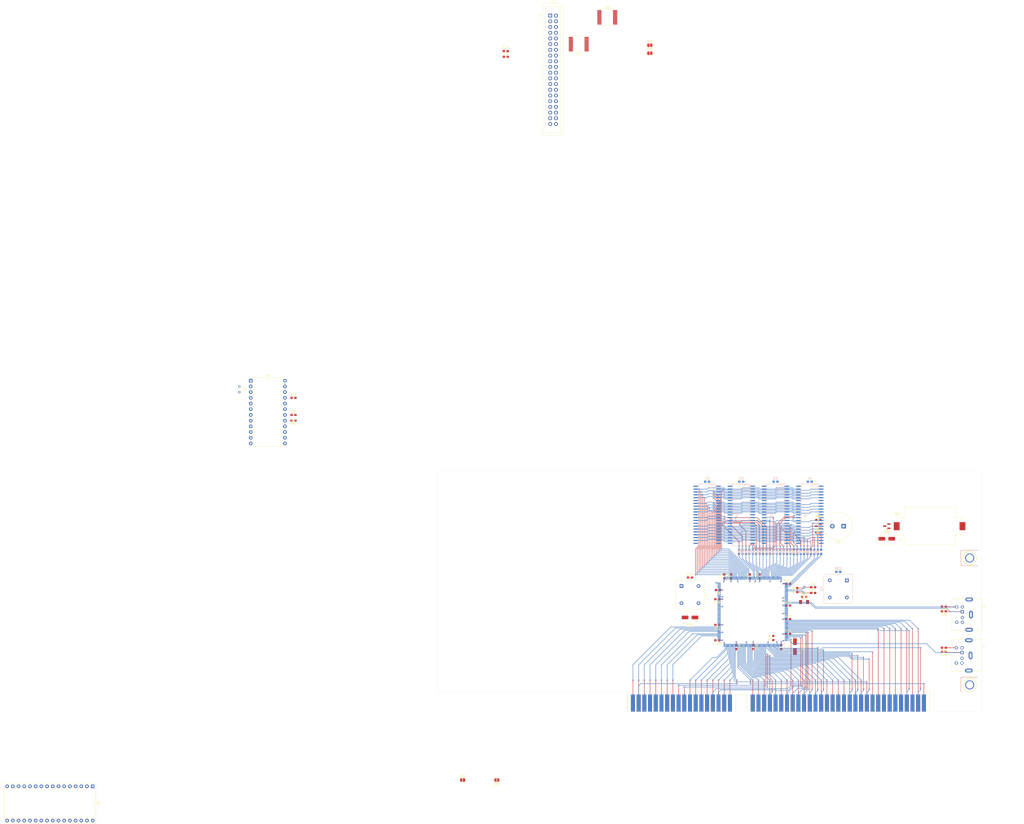
<source format=kicad_pcb>
(kicad_pcb (version 20241229) (generator "pcbnew") (generator_version "9.0")
  (layers (0 "F.Cu" signal) (2 "B.Cu" signal) (13 "F.Paste" user) (15 "B.Paste" user) (5 "F.SilkS" user "F.Silkscreen") (7 "B.SilkS" user "B.Silkscreen") (1 "F.Mask" user) (3 "B.Mask" user) (25 "Edge.Cuts" user))
  (net 0 "")
  (net 1 "GND")
  (net 2 "/ROM RTC/VBAT")
  (net 3 "+5V")
  (net 4 "Net-(U1C-VBAT)")
  (net 5 "Net-(U1C-XTAL1)")
  (net 6 "Net-(U1C-XTAL2)")
  (net 7 "Net-(U1G-PWG)")
  (net 8 "Net-(U1E-KBDATA)")
  (net 9 "Net-(U1E-KBCLK)")
  (net 10 "Net-(U1E-MSDATA{slash}IRQ12)")
  (net 11 "Net-(U1E-MSCLK)")
  (net 12 "Net-(U9-~{RESET})")
  (net 13 "Net-(U9-~{RCLR})")
  (net 15 "/SA8")
  (net 16 "/SD3")
  (net 17 "/IRQ11")
  (net 18 "/SA11")
  (net 19 "/DRQ1")
  (net 20 "/~{MRD}")
  (net 21 "/BALE")
  (net 22 "/~{IO16}")
  (net 23 "/SA13")
  (net 24 "/LA23")
  (net 25 "/~{DACK0}")
  (net 26 "/~{MWT}")
  (net 27 "/LA22")
  (net 28 "/~{SMEMR}")
  (net 29 "/~{IOW}")
  (net 30 "/SA12")
  (net 31 "/SA0")
  (net 32 "/~{BHE}")
  (net 33 "/DRQ7")
  (net 34 "/IRQ10")
  (net 35 "/~{IOCHK}")
  (net 36 "/IRQ4")
  (net 37 "/~{MASTER}")
  (net 38 "/IRQ15")
  (net 39 "/~{REFRESH}")
  (net 40 "/RESETDRV")
  (net 41 "/SA19")
  (net 42 "/IRQ7")
  (net 43 "/SD11")
  (net 44 "/LA20")
  (net 45 "/SA2")
  (net 46 "/~{DACK2}")
  (net 47 "/SA15")
  (net 48 "/LA19")
  (net 49 "/DRQ0")
  (net 50 "/SA14")
  (net 51 "/LA17")
  (net 52 "/AEN")
  (net 53 "/SA5")
  (net 54 "/SD5")
  (net 55 "/SA16")
  (net 56 "/~{IOR}")
  (net 57 "/SA6")
  (net 58 "/SD10")
  (net 59 "/SD4")
  (net 62 "/IRQ6")
  (net 63 "/SA18")
  (net 64 "/LA18")
  (net 65 "/SD6")
  (net 66 "/IRQ5")
  (net 67 "-5V")
  (net 68 "/SD13")
  (net 69 "/~{DACK3}")
  (net 70 "-12V")
  (net 71 "/SD7")
  (net 72 "/DRQ5")
  (net 73 "/SD1")
  (net 74 "/DRQ3")
  (net 75 "/SA10")
  (net 76 "/TC")
  (net 77 "/SA17")
  (net 78 "/SD9")
  (net 79 "/SD14")
  (net 80 "/~{MEM16}")
  (net 81 "/~{DACK6}")
  (net 82 "/SA7")
  (net 83 "/DRQ2")
  (net 84 "/OSC")
  (net 85 "/SA3")
  (net 86 "/SA4")
  (net 87 "+12V")
  (net 88 "/LA21")
  (net 89 "/SA1")
  (net 90 "/SD12")
  (net 91 "/~{DACK5}")
  (net 92 "/~{SMEMW}")
  (net 93 "/IOCHRDY")
  (net 94 "/IRQ14")
  (net 95 "/SD0")
  (net 96 "/IRQ9")
  (net 97 "/~{DACK7}")
  (net 98 "/SD15")
  (net 99 "/~{DACK1}")
  (net 100 "/SD8")
  (net 101 "/ATCLK")
  (net 102 "/SA9")
  (net 103 "/IRQ3")
  (net 104 "/SD2")
  (net 105 "/DRQ6")
  (net 106 "Net-(J2-Pin_13)")
  (net 107 "Net-(J2-Pin_8)")
  (net 108 "Net-(J2-Pin_3)")
  (net 110 "Net-(J2-Pin_17)")
  (net 112 "Net-(J2-Pin_18)")
  (net 114 "Net-(J2-Pin_12)")
  (net 116 "Net-(J2-Pin_11)")
  (net 117 "/~{IDECS0}")
  (net 118 "/~{RESETL}")
  (net 119 "Net-(J2-Pin_14)")
  (net 120 "Net-(J2-Pin_15)")
  (net 122 "Net-(J2-Pin_5)")
  (net 123 "Net-(J2-Pin_7)")
  (net 124 "Net-(J2-Pin_16)")
  (net 126 "/~{IDECS1}")
  (net 127 "/IDE/IDELED")
  (net 128 "Net-(J2-Pin_10)")
  (net 129 "Net-(J2-Pin_4)")
  (net 130 "Net-(J2-Pin_9)")
  (net 131 "Net-(J2-Pin_6)")
  (net 136 "Net-(JP1-A)")
  (net 137 "Net-(JP2-A)")
  (net 138 "/IDEEN")
  (net 139 "Net-(JP3-A)")
  (net 140 "Net-(JP4-A)")
  (net 141 "Net-(LS1-Pad2)")
  (net 142 "Net-(Q1-B)")
  (net 143 "Net-(Q1-C)")
  (net 144 "Net-(U1B-~{WE})")
  (net 145 "/RAM/~{W}")
  (net 146 "/RAM/A0")
  (net 147 "Net-(U1B-MA0)")
  (net 148 "Net-(U1B-MA1)")
  (net 149 "/RAM/A1")
  (net 150 "/RAM/A2")
  (net 151 "Net-(U1B-MA2)")
  (net 152 "Net-(U1B-MA3)")
  (net 153 "/RAM/A3")
  (net 154 "Net-(U1B-MA4)")
  (net 155 "/RAM/A4")
  (net 156 "Net-(U1B-MA5)")
  (net 157 "/RAM/A5")
  (net 158 "Net-(U1B-MA6)")
  (net 159 "/RAM/A6")
  (net 160 "/RAM/A7")
  (net 161 "Net-(U1B-MA7)")
  (net 162 "/RAM/A8")
  (net 163 "Net-(U1B-MA8)")
  (net 164 "/RAM/A9")
  (net 165 "Net-(U1B-MA9)")
  (net 166 "/RAM/A10")
  (net 167 "Net-(U1B-MA10)")
  (net 168 "Net-(U1B-MA11)")
  (net 169 "/RAM/A11")
  (net 170 "/RAM/~{RAS0}")
  (net 171 "Net-(U1B-~{RAS0})")
  (net 172 "Net-(U1B-~{RAS1})")
  (net 173 "/RAM/~{RAS1}")
  (net 174 "Net-(U1B-~{RAS2})")
  (net 175 "/RAM/~{RAS2}")
  (net 176 "Net-(U1B-~{RAS3})")
  (net 177 "/RAM/~{RAS3}")
  (net 178 "Net-(U1B-~{CAS0L})")
  (net 179 "/RAM/~{CAS0L}")
  (net 180 "/RAM/~{CAS0H}")
  (net 181 "Net-(U1B-~{CAS0H})")
  (net 182 "Net-(U1B-~{CAS1L})")
  (net 183 "/RAM/~{CAS1L}")
  (net 184 "Net-(U1B-~{CAS1H})")
  (net 185 "/RAM/~{CAS1H}")
  (net 186 "Net-(U1B-~{CAS2L})")
  (net 187 "/RAM/~{CAS2L}")
  (net 188 "/RAM/~{CAS2H}")
  (net 189 "Net-(U1B-~{CAS2H})")
  (net 190 "Net-(U1B-~{CAS3L})")
  (net 191 "/RAM/~{CAS3L}")
  (net 192 "Net-(U1B-~{CAS3H})")
  (net 193 "/RAM/~{CAS3H}")
  (net 194 "Net-(U1G-SPKR)")
  (net 195 "Net-(U1G-~{NOWS})")
  (net 196 "Net-(U1C-XD1)")
  (net 199 "/RAM/D8")
  (net 201 "Net-(U1C-XD6)")
  (net 202 "/RAM/D0")
  (net 203 "/RAM/D3")
  (net 204 "/RAM/D1")
  (net 206 "Net-(U1C-XD2)")
  (net 208 "/RAM/D9")
  (net 210 "/RAM/D2")
  (net 211 "/RAM/D12")
  (net 212 "/RAM/D13")
  (net 213 "Net-(U1C-XD7)")
  (net 216 "Net-(U1C-XD3)")
  (net 217 "/ROM RTC/~{RTCW}")
  (net 219 "/RAM/D4")
  (net 225 "/IRQ1")
  (net 228 "Net-(U1C-XD5)")
  (net 229 "/RAM/D7")
  (net 230 "/Oscillator/CLK2")
  (net 232 "Net-(U1C-~{ROMKBCS})")
  (net 233 "/RAM/D6")
  (net 235 "/ROM RTC/RTC_AS")
  (net 237 "/RAM/D10")
  (net 238 "/ROM RTC/~{RTCR}")
  (net 240 "Net-(U1C-XD0)")
  (net 241 "Net-(U1C-XD4)")
  (net 242 "/RAM/D5")
  (net 243 "/RAM/D11")
  (net 244 "/RAM/D14")
  (net 245 "/RAM/D15")
  (net 246 "/ROM RTC/~{IRQ8}")
  (net 260 "/~{MEMR}")
  (net 263 "Net-(U9-X2)")
  (net 264 "Net-(U9-X1)")
  (footprint "Capacitor_SMD:C_0603_1608Metric_Pad1.08x0.95mm_HandSolder" (layer "F.Cu") (at 250.19 86.614 180)
    (property "Reference" "C27")
    (property "Value" "47p")
  )
  (footprint "Package_SO:SSOP-20_5.3x7.2mm_P0.65mm" (layer "F.Cu") (at 100.33 -175.768)
    (property "Reference" "U8")
    (property "Value" "74LS245")
  )
  (footprint "Capacitor_SMD:C_0603_1608Metric_Pad1.08x0.95mm_HandSolder" (layer "F.Cu") (at 149.352 83.312 180)
    (property "Reference" "C22")
    (property "Value" "100n")
  )
  (footprint "Capacitor_SMD:C_0603_1608Metric_Pad1.08x0.95mm_HandSolder" (layer "F.Cu") (at 250.19 106.68 180)
    (property "Reference" "C28")
    (property "Value" "47p")
  )
  (footprint "Capacitor_SMD:C_0603_1608Metric_Pad1.08x0.95mm_HandSolder" (layer "F.Cu") (at 180.848 92.202)
    (property "Reference" "C15")
    (property "Value" "100n")
  )
  (footprint "Capacitor_SMD:C_0603_1608Metric_Pad1.08x0.95mm_HandSolder" (layer "F.Cu") (at 149.352 94.742 180)
    (property "Reference" "C21")
    (property "Value" "100n")
  )
  (footprint "Capacitor_SMD:C_0603_1608Metric_Pad1.08x0.95mm_HandSolder" (layer "F.Cu") (at 155.448 73.152 90)
    (property "Reference" "C10")
    (property "Value" "100n")
  )
  (footprint "Capacitor_SMD:CP_Elec_5x5.3" (layer "F.Cu") (at 137.16 91.44 180)
    (property "Reference" "C31")
    (property "Value" "22u")
  )
  (footprint "Package_DIP:DIP-32_W15.24mm_Socket" (layer "F.Cu") (at -128.778 166.624 -90)
    (property "Reference" "U6")
    (property "Value" "SST39SF010")
  )
  (footprint "Resistor_SMD:R_0603_1608Metric_Pad0.98x0.95mm_HandSolder" (layer "F.Cu") (at 174.244 100.584 90)
    (property "Reference" "R29")
    (property "Value" "330")
  )
  (footprint "Package_TO_SOT_SMD:SOT-23" (layer "F.Cu") (at 224.79 50.8 180)
    (property "Reference" "D1")
    (property "Value" "BAT54C")
  )
  (footprint "Capacitor_SMD:C_0603_1608Metric_Pad1.08x0.95mm_HandSolder" (layer "F.Cu") (at -39.37 -6.35)
    (property "Reference" "C35")
    (property "Value" "100n")
  )
  (footprint "Package_SO:SSOP-20_5.3x7.2mm_P0.65mm" (layer "F.Cu") (at 87.63 -163.83 180)
    (property "Reference" "U7")
    (property "Value" "74LS245")
  )
  (footprint "Jumper:SolderJumper-2_P1.3mm_Open_RoundedPad1.0x1.5mm" (layer "F.Cu") (at 51.166 163.83 180)
    (property "Reference" "JP2")
    (property "Value" "SolderJumper_2_Open")
  )
  (footprint "Jumper:SolderJumper-2_P1.3mm_Open_RoundedPad1.0x1.5mm" (layer "F.Cu") (at 35.926 163.83)
    (property "Reference" "JP1")
    (property "Value" "SolderJumper_2_Open")
  )
  (footprint "Capacitor_SMD:C_0603_1608Metric_Pad1.08x0.95mm_HandSolder" (layer "F.Cu") (at 180.848 98.806)
    (property "Reference" "C16")
    (property "Value" "100n")
  )
  (footprint "pc-parts:PC_BRACKET_ISA_KEYSTONE_9202_Rev1" (layer "F.Cu") (at 241.3 133.35)
    (property "Reference" "BRACKET1" (hide yes))
    (property "Value" "~" (hide yes))
  )
  (footprint "Oscillator:Oscillator_DIP-8" (layer "F.Cu") (at 133.35 77.47 -90)
    (property "Reference" "X1")
    (property "Value" "80.000 MHz")
  )
  (footprint "Capacitor_SMD:C_1206_3216Metric_Pad1.33x1.80mm_HandSolder" (layer "F.Cu") (at 187.96 84.582)
    (property "Reference" "C25")
    (property "Value" "10u")
  )
  (footprint "Capacitor_SMD:C_0603_1608Metric_Pad1.08x0.95mm_HandSolder" (layer "F.Cu") (at 149.352 101.6 180)
    (property "Reference" "C20")
    (property "Value" "100n")
  )
  (footprint "pc-parts:CUI_MD-60SGK" (layer "F.Cu") (at 260.185 108.35 -90)
    (property "Reference" "J4")
    (property "Value" "Mouse")
  )
  (footprint "Capacitor_SMD:C_0603_1608Metric_Pad1.08x0.95mm_HandSolder" (layer "F.Cu") (at 137.16 73.66)
    (property "Reference" "C32")
    (property "Value" "100n")
  )
  (footprint "Resistor_SMD:R_0603_1608Metric_Pad0.98x0.95mm_HandSolder" (layer "F.Cu") (at -39.37 3.81 180)
    (property "Reference" "R31")
    (property "Value" "47K")
  )
  (footprint "Buzzer_Beeper:Buzzer_TDK_PS1240P02BT_D12.2mm_H6.5mm" (layer "F.Cu") (at 205.570785 50.8 180)
    (property "Reference" "LS1")
    (property "Value" "Speaker")
  )
  (footprint "pc-parts:CUI_MD-60SGK" (layer "F.Cu") (at 260.35 90.17 -90)
    (property "Reference" "J3")
    (property "Value" "Keyboard")
  )
  (footprint "Resistor_SMD:R_0603_1608Metric_Pad0.98x0.95mm_HandSolder" (layer "F.Cu") (at 184.912 79.248 90)
    (property "Reference" "R26")
    (property "Value" "1M")
  )
  (footprint "Capacitor_SMD:C_0603_1608Metric_Pad1.08x0.95mm_HandSolder" (layer "F.Cu") (at 55.11 -158.2)
    (property "Reference" "C24")
    (property "Value" "100n")
  )
  (footprint "Resistor_SMD:R_0603_1608Metric_Pad0.98x0.95mm_HandSolder" (layer "F.Cu") (at 194.310001 48.006)
    (property "Reference" "R30")
    (property "Value" "100")
  )
  (footprint "Capacitor_SMD:C_0603_1608Metric_Pad1.08x0.95mm_HandSolder" (layer "F.Cu") (at 192.024 80.518)
    (property "Reference" "C7")
    (property "Value" "10p")
  )
  (footprint "Capacitor_SMD:C_0603_1608Metric_Pad1.08x0.95mm_HandSolder" (layer "F.Cu") (at 250.19 104.902 180)
    (property "Reference" "C29")
    (property "Value" "47p")
  )
  (footprint "Crystal:Crystal_AT310_D3.0mm_L10.0mm_Vertical" (layer "F.Cu") (at 187.96 77.978 -90)
    (property "Reference" "Y1")
    (property "Value" "32.768 kHz")
  )
  (footprint "Capacitor_SMD:C_0603_1608Metric_Pad1.08x0.95mm_HandSolder" (layer "F.Cu") (at 250.19 88.646 180)
    (property "Reference" "C26")
    (property "Value" "47p")
  )
  (footprint "Capacitor_SMD:CP_Elec_5x5.3" (layer "F.Cu") (at 183.896 104.394 -90)
    (property "Reference" "C30")
    (property "Value" "22u")
  )
  (footprint "Capacitor_SMD:C_0603_1608Metric_Pad1.08x0.95mm_HandSolder" (layer "F.Cu") (at 152.4 73.152 90)
    (property "Reference" "C9")
    (property "Value" "100n")
  )
  (footprint "Crystal:Crystal_AT310_D3.0mm_L10.0mm_Vertical" (layer "F.Cu") (at -63.5 -11.43 -90)
    (property "Reference" "Y2")
    (property "Value" "32.768 kHz")
  )
  (footprint "Capacitor_SMD:C_0603_1608Metric_Pad1.08x0.95mm_HandSolder" (layer "F.Cu") (at -39.37 1.27)
    (property "Reference" "C34")
    (property "Value" "47n")
  )
  (footprint "Package_TO_SOT_SMD:SOT-23" (layer "F.Cu") (at 194.310001 50.8 180)
    (property "Reference" "Q1")
    (property "Value" "MMBT3904")
  )
  (footprint "Capacitor_SMD:C_0603_1608Metric_Pad1.08x0.95mm_HandSolder" (layer "F.Cu") (at 180.848 86.106)
    (property "Reference" "C14")
    (property "Value" "100n")
  )
  (footprint "Capacitor_SMD:C_0603_1608Metric_Pad1.08x0.95mm_HandSolder" (layer "F.Cu") (at 165.354 104.648 -90)
    (property "Reference" "C18")
    (property "Value" "100n")
  )
  (footprint "Resistor_SMD:R_0603_1608Metric_Pad0.98x0.95mm_HandSolder" (layer "F.Cu") (at 194.310001 53.594)
    (property "Reference" "R27")
    (property "Value" "1K")
  )
  (footprint "Capacitor_SMD:C_0603_1608Metric_Pad1.08x0.95mm_HandSolder" (layer "F.Cu") (at 149.606 79.248 180)
    (property "Reference" "C8")
    (property "Value" "100n")
  )
  (footprint "Capacitor_SMD:C_0603_1608Metric_Pad1.08x0.95mm_HandSolder" (layer "F.Cu") (at 177.8 104.648 -90)
    (property "Reference" "C17")
    (property "Value" "100n")
  )
  (footprint "Capacitor_SMD:CP_Elec_5x5.3" (layer "F.Cu") (at 224.79 56.388)
    (property "Reference" "C5")
    (property "Value" "22u")
  )
  (footprint "Capacitor_SMD:C_0603_1608Metric_Pad1.08x0.95mm_HandSolder" (layer "F.Cu") (at 55.11 -160.71)
    (property "Reference" "C23")
    (property "Value" "100n")
  )
  (footprint "Resistor_SMD:R_0603_1608Metric_Pad0.98x0.95mm_HandSolder" (layer "F.Cu") (at 187.96 82.296)
    (property "Reference" "R28")
    (property "Value" "30K")
  )
  (footprint "Jumper:SolderJumper-2_P1.3mm_Open_RoundedPad1.0x1.5mm" (layer "F.Cu") (at 119.268 -163.322)
    (property "Reference" "JP3")
    (property "Value" "SolderJumper_2_Open")
  )
  (footprint "Package_DIP:DIP-24_W15.24mm" (layer "F.Cu") (at -58.42 -13.97)
    (property "Reference" "U9")
    (property "Value" "DS12885")
  )
  (footprint "Capacitor_SMD:C_0603_1608Metric_Pad1.08x0.95mm_HandSolder" (layer "F.Cu") (at 168.148 73.152 90)
    (property "Reference" "C12")
    (property "Value" "100n")
  )
  (footprint "Connector_IDC:IDC-Header_2x20_P2.54mm_Vertical" (layer "F.Cu") (at 74.9395 -176.53)
    (property "Reference" "J2")
    (property "Value" "Conn_02x20_Odd_Even")
  )
  (footprint "Connector_PCBEdge:BUS_AT" (layer "F.Cu") (at 241.3 129.54)
    (property "Reference" "J1")
    (property "Value" "Bus_ISA_16bit")
  )
  (footprint "Capacitor_SMD:C_0603_1608Metric_Pad1.08x0.95mm_HandSolder" (layer "F.Cu") (at 157.734 104.648 -90)
    (property "Reference" "C19")
    (property "Value" "100n")
  )
  (footprint "Battery:BatteryHolder_Keystone_1060_1x2032" (layer "F.Cu") (at 243.84 50.8)
    (property "Reference" "BT1")
    (property "Value" "CR2032")
  )
  (footprint "Capacitor_SMD:C_0603_1608Metric_Pad1.08x0.95mm_HandSolder" (layer "F.Cu") (at 163.83 73.152 90)
    (property "Reference" "C11")
    (property "Value" "100n")
  )
  (footprint "Capacitor_SMD:C_0603_1608Metric_Pad1.08x0.95mm_HandSolder" (layer "F.Cu") (at 192.024 77.978)
    (property "Reference" "C6")
    (property "Value" "10p")
  )
  (footprint "Capacitor_SMD:C_0603_1608Metric_Pad1.08x0.95mm_HandSolder" (layer "F.Cu") (at 180.848 76.454)
    (property "Reference" "C13")
    (property "Value" "100n")
  )
  (footprint "Jumper:SolderJumper-2_P1.3mm_Open_RoundedPad1.0x1.5mm" (layer "F.Cu") (at 119.268 -159.772)
    (property "Reference" "JP4")
    (property "Value" "SolderJumper_2_Open")
  )
  (footprint "Resistor_SMD:R_0603_1608Metric_Pad0.98x0.95mm_HandSolder" (layer "B.Cu") (at 184.912 62.23 -90)
    (property "Reference" "R9")
    (property "Value" "22")
  )
  (footprint "Resistor_SMD:R_0603_1608Metric_Pad0.98x0.95mm_HandSolder" (layer "B.Cu") (at 175.768 62.23 -90)
    (property "Reference" "R19")
    (property "Value" "22")
  )
  (footprint "Resistor_SMD:R_0603_1608Metric_Pad0.98x0.95mm_HandSolder" (layer "B.Cu") (at 181.864 62.23 -90)
    (property "Reference" "R11")
    (property "Value" "22")
  )
  (footprint "Resistor_SMD:R_0603_1608Metric_Pad0.98x0.95mm_HandSolder" (layer "B.Cu") (at 166.624 62.23 -90)
    (property "Reference" "R25")
    (property "Value" "22")
  )
  (footprint "Capacitor_SMD:C_0603_1608Metric_Pad1.08x0.95mm_HandSolder" (layer "B.Cu") (at 144.78 30.988 180)
    (property "Reference" "C1")
    (property "Value" "100n")
  )
  (footprint "Resistor_SMD:R_0603_1608Metric_Pad0.98x0.95mm_HandSolder" (layer "B.Cu") (at 194.056 62.23 -90)
    (property "Reference" "R3")
    (property "Value" "22")
  )
  (footprint "Resistor_SMD:R_0603_1608Metric_Pad0.98x0.95mm_HandSolder" (layer "B.Cu") (at 159.004 62.23 90)
    (property "Reference" "R1")
    (property "Value" "22")
  )
  (footprint "Resistor_SMD:R_0603_1608Metric_Pad0.98x0.95mm_HandSolder" (layer "B.Cu") (at 195.58 62.23 -90)
    (property "Reference" "R2")
    (property "Value" "22")
  )
  (footprint "pc-parts:SOJ-42" (layer "B.Cu") (at 144.78 45.72 -90)
    (property "Reference" "U5")
    (property "Value" "M5M416160CJ")
  )
  (footprint "Resistor_SMD:R_0603_1608Metric_Pad0.98x0.95mm_HandSolder" (layer "B.Cu") (at 191.008 62.23 -90)
    (property "Reference" "R5")
    (property "Value" "22")
  )
  (footprint "Capacitor_SMD:C_0603_1608Metric_Pad1.08x0.95mm_HandSolder" (layer "B.Cu") (at 203.2 71.12 180)
    (property "Reference" "C33")
    (property "Value" "100n")
  )
  (footprint "Package_QFP:PQFP-208_28x28mm_P0.5mm" (layer "B.Cu") (at 165.1 88.9)
    (property "Reference" "U1")
    (property "Value" "M6117C")
  )
  (footprint "Capacitor_SMD:C_0603_1608Metric_Pad1.08x0.95mm_HandSolder" (layer "B.Cu") (at 175.26 30.988 180)
    (property "Reference" "C3")
    (property "Value" "100n")
  )
  (footprint "Resistor_SMD:R_0603_1608Metric_Pad0.98x0.95mm_HandSolder" (layer "B.Cu") (at 189.484 62.23 -90)
    (property "Reference" "R6")
    (property "Value" "22")
  )
  (footprint "Capacitor_SMD:C_0603_1608Metric_Pad1.08x0.95mm_HandSolder" (layer "B.Cu") (at 190.5 30.988 180)
    (property "Reference" "C4")
    (property "Value" "100n")
  )
  (footprint "Resistor_SMD:R_0603_1608Metric_Pad0.98x0.95mm_HandSolder" (layer "B.Cu") (at 178.816 62.23 -90)
    (property "Reference" "R13")
    (property "Value" "22")
  )
  (footprint "pc-parts:SOJ-42" (layer "B.Cu") (at 160.02 45.72 -90)
    (property "Reference" "U4")
    (property "Value" "M5M416160CJ")
  )
  (footprint "Resistor_SMD:R_0603_1608Metric_Pad0.98x0.95mm_HandSolder" (layer "B.Cu") (at 192.532 62.23 -90)
    (property "Reference" "R4")
    (property "Value" "22")
  )
  (footprint "Resistor_SMD:R_0603_1608Metric_Pad0.98x0.95mm_HandSolder" (layer "B.Cu") (at 160.528 62.23 -90)
    (property "Reference" "R17")
    (property "Value" "22")
  )
  (footprint "Resistor_SMD:R_0603_1608Metric_Pad0.98x0.95mm_HandSolder" (layer "B.Cu") (at 165.1 62.23 -90)
    (property "Reference" "R14")
    (property "Value" "22")
  )
  (footprint "Capacitor_SMD:C_0603_1608Metric_Pad1.08x0.95mm_HandSolder" (layer "B.Cu") (at 160.02 30.988 180)
    (property "Reference" "C2")
    (property "Value" "100n")
  )
  (footprint "Resistor_SMD:R_0603_1608Metric_Pad0.98x0.95mm_HandSolder" (layer "B.Cu") (at 177.292 62.23 -90)
    (property "Reference" "R18")
    (property "Value" "22")
  )
  (footprint "Resistor_SMD:R_0603_1608Metric_Pad0.98x0.95mm_HandSolder" (layer "B.Cu") (at 187.96 62.23 -90)
    (property "Reference" "R7")
    (property "Value" "22")
  )
  (footprint "Resistor_SMD:R_0603_1608Metric_Pad0.98x0.95mm_HandSolder" (layer "B.Cu") (at 168.148 62.23 -90)
    (property "Reference" "R24")
    (property "Value" "22")
  )
  (footprint "Oscillator:Oscillator_DIP-8" (layer "B.Cu") (at 207.01 74.93 -90)
    (property "Reference" "X2")
    (property "Value" "14.318 MHz")
  )
  (footprint "Resistor_SMD:R_0603_1608Metric_Pad0.98x0.95mm_HandSolder" (layer "B.Cu") (at 174.244 62.23 -90)
    (property "Reference" "R20")
    (property "Value" "22")
  )
  (footprint "Resistor_SMD:R_0603_1608Metric_Pad0.98x0.95mm_HandSolder" (layer "B.Cu") (at 186.436 62.23 -90)
    (property "Reference" "R8")
    (property "Value" "22")
  )
  (footprint "Resistor_SMD:R_0603_1608Metric_Pad0.98x0.95mm_HandSolder" (layer "B.Cu") (at 163.576 62.23 -90)
    (property "Reference" "R15")
    (property "Value" "22")
  )
  (footprint "pc-parts:SOJ-42" (layer "B.Cu") (at 190.5 45.72 -90)
    (property "Reference" "U2")
    (property "Value" "M5M416160CJ")
  )
  (footprint "Resistor_SMD:R_0603_1608Metric_Pad0.98x0.95mm_HandSolder" (layer "B.Cu") (at 183.388 62.23 -90)
    (property "Reference" "R10")
    (property "Value" "22")
  )
  (footprint "Resistor_SMD:R_0603_1608Metric_Pad0.98x0.95mm_HandSolder" (layer "B.Cu") (at 171.196 62.23 -90)
    (property "Reference" "R22")
    (property "Value" "22")
  )
  (footprint "Resistor_SMD:R_0603_1608Metric_Pad0.98x0.95mm_HandSolder" (layer "B.Cu") (at 162.052 62.23 -90)
    (property "Reference" "R16")
    (property "Value" "22")
  )
  (footprint "Resistor_SMD:R_0603_1608Metric_Pad0.98x0.95mm_HandSolder" (layer "B.Cu") (at 169.672 62.23 -90)
    (property "Reference" "R23")
    (property "Value" "22")
  )
  (footprint "Resistor_SMD:R_0603_1608Metric_Pad0.98x0.95mm_HandSolder" (layer "B.Cu") (at 172.72 62.23 -90)
    (property "Reference" "R21")
    (property "Value" "22")
  )
  (footprint "pc-parts:SOJ-42" (layer "B.Cu") (at 175.26 45.72 -90)
    (property "Reference" "U3")
    (property "Value" "M5M416160CJ")
  )
  (footprint "Resistor_SMD:R_0603_1608Metric_Pad0.98x0.95mm_HandSolder" (layer "B.Cu") (at 180.34 62.23 -90)
    (property "Reference" "R12")
    (property "Value" "22")
  )
  (gr_line (start 162.56 125.7808) (end 157.5308 125.7808) (stroke (width 0.05)) (layer "Edge.Cuts"))
  (gr_line (start 24.638 26.67) (end 24.638 124.46) (stroke (width 0.05)) (layer "Edge.Cuts"))
  (gr_line (start 243.713 125.73) (end 245.872 125.73) (stroke (width 0.05)) (layer "Edge.Cuts"))
  (gr_line (start 241.3 133.35) (end 162.5092 133.35) (stroke (width 0.05)) (layer "Edge.Cuts"))
  (gr_line (start 109.1692 124.46) (end 24.638 124.46) (stroke (width 0.05)) (layer "Edge.Cuts"))
  (gr_line (start 245.872 133.35) (end 267.0048 133.35) (stroke (width 0.05)) (layer "Edge.Cuts"))
  (gr_line (start 243.713 133.35) (end 243.713 125.73) (stroke (width 0.05)) (layer "Edge.Cuts"))
  (gr_line (start 162.5092 133.35) (end 162.56 125.7808) (stroke (width 0.05)) (layer "Edge.Cuts"))
  (gr_line (start 241.3 133.35) (end 243.713 133.35) (stroke (width 0.05)) (layer "Edge.Cuts"))
  (gr_line (start 157.5308 133.35) (end 109.1692 133.35) (stroke (width 0.05)) (layer "Edge.Cuts"))
  (gr_line (start 267.0048 133.35) (end 267.0048 26.67) (stroke (width 0.05)) (layer "Edge.Cuts"))
  (gr_line (start 109.1692 133.35) (end 109.1692 124.46) (stroke (width 0.05)) (layer "Edge.Cuts"))
  (gr_line (start 157.5308 125.7808) (end 157.5308 133.35) (stroke (width 0.05)) (layer "Edge.Cuts"))
  (gr_line (start 245.872 125.73) (end 245.872 133.35) (stroke (width 0.05)) (layer "Edge.Cuts"))
  (gr_line (start 267.0048 26.67) (end 24.638 26.67) (stroke (width 0.05)) (layer "Edge.Cuts"))
  (via (at 148.844 75.946) (size 0.6) (drill 0.3) (layers "F.Cu" "B.Cu") (net 1))
  (via (at 171.958 102.362) (size 0.6) (drill 0.3) (layers "F.Cu" "B.Cu") (net 1))
  (via (at 178.562 101.854) (size 0.6) (drill 0.3) (layers "F.Cu" "B.Cu") (net 1))
  (via (at 152.4 102.616) (size 0.6) (drill 0.3) (layers "F.Cu" "B.Cu") (net 1))
  (via (at 158.496 75.438) (size 0.6) (drill 0.3) (layers "F.Cu" "B.Cu") (net 1))
  (via (at 151.638 98.044) (size 0.6) (drill 0.3) (layers "F.Cu" "B.Cu") (net 1))
  (via (at 178.562 82.804) (size 0.6) (drill 0.3) (layers "F.Cu" "B.Cu") (net 1))
  (via (at 166.116 75.438) (size 0.6) (drill 0.3) (layers "F.Cu" "B.Cu") (net 1))
  (via (at 172.72 75.438) (size 0.6) (drill 0.3) (layers "F.Cu" "B.Cu") (net 1))
  (via (at 162.306 102.362) (size 0.6) (drill 0.3) (layers "F.Cu" "B.Cu") (net 1))
  (via (at 151.638 86.614) (size 0.6) (drill 0.3) (layers "F.Cu" "B.Cu") (net 1))
  (via (at 151.638 82.296) (size 0.6) (drill 0.3) (layers "F.Cu" "B.Cu") (net 1))
  (via (at 175.768 102.362) (size 0.6) (drill 0.3) (layers "F.Cu" "B.Cu") (net 1))
  (via (at 178.562 89.662) (size 0.6) (drill 0.3) (layers "F.Cu" "B.Cu") (net 1))
  (via (at 177.546 75.438) (size 0.6) (drill 0.3) (layers "F.Cu" "B.Cu") (net 1))
  (via (at 178.562 84.074) (size 0.6) (drill 0.3) (layers "F.Cu" "B.Cu") (net 1))
  (segment (start 178.574 89.65) (end 178.562 89.662) (width 0.2) (layer "B.Cu") (net 1))
  (segment (start 152.35 103.8625) (end 152.35 102.666) (width 0.2) (layer "B.Cu") (net 1))
  (segment (start 172.85 75.308) (end 172.72 75.438) (width 0.2) (layer "B.Cu") (net 1))
  (segment (start 178.766 101.65) (end 178.562 101.854) (width 0.2) (layer "B.Cu") (net 1))
  (segment (start 150.1375 82.15) (end 151.492 82.15) (width 0.2) (layer "B.Cu") (net 1))
  (segment (start 180.0625 89.65) (end 178.574 89.65) (width 0.2) (layer "B.Cu") (net 1))
  (segment (start 177.85 75.134) (end 177.546 75.438) (width 0.2) (layer "B.Cu") (net 1))
  (segment (start 166.35 75.204) (end 166.116 75.438) (width 0.2) (layer "B.Cu") (net 1))
  (segment (start 150.1375 98.15) (end 151.532 98.15) (width 0.2) (layer "B.Cu") (net 1))
  (segment (start 171.85 102.47) (end 171.958 102.362) (width 0.2) (layer "B.Cu") (net 1))
  (segment (start 158.35 73.9375) (end 158.35 75.292) (width 0.2) (layer "B.Cu") (net 1))
  (segment (start 175.85 103.8625) (end 175.85 102.444) (width 0.2) (layer "B.Cu") (net 1))
  (segment (start 150.1375 86.65) (end 151.602 86.65) (width 0.2) (layer "B.Cu") (net 1))
  (segment (start 152.35 102.666) (end 152.4 102.616) (width 0.2) (layer "B.Cu") (net 1))
  (segment (start 149.048 76.15) (end 148.844 75.946) (width 0.2) (layer "B.Cu") (net 1))
  (segment (start 172.85 73.9375) (end 172.85 75.308) (width 0.2) (layer "B.Cu") (net 1))
  (segment (start 158.35 75.292) (end 158.496 75.438) (width 0.2) (layer "B.Cu") (net 1))
  (segment (start 151.532 98.15) (end 151.638 98.044) (width 0.2) (layer "B.Cu") (net 1))
  (segment (start 178.716 82.65) (end 178.562 82.804) (width 0.2) (layer "B.Cu") (net 1))
  (segment (start 180.0625 82.65) (end 178.716 82.65) (width 0.2) (layer "B.Cu") (net 1))
  (segment (start 180.0625 101.65) (end 178.766 101.65) (width 0.2) (layer "B.Cu") (net 1))
  (segment (start 162.35 103.8625) (end 162.35 102.406) (width 0.2) (layer "B.Cu") (net 1))
  (segment (start 166.35 73.9375) (end 166.35 75.204) (width 0.2) (layer "B.Cu") (net 1))
  (segment (start 177.85 73.9375) (end 177.85 75.134) (width 0.2) (layer "B.Cu") (net 1))
  (segment (start 162.35 102.406) (end 162.306 102.362) (width 0.2) (layer "B.Cu") (net 1))
  (segment (start 150.1375 76.15) (end 149.048 76.15) (width 0.2) (layer "B.Cu") (net 1))
  (segment (start 178.638 84.15) (end 178.562 84.074) (width 0.2) (layer "B.Cu") (net 1))
  (segment (start 180.0625 84.15) (end 178.638 84.15) (width 0.2) (layer "B.Cu") (net 1))
  (segment (start 151.492 82.15) (end 151.638 82.296) (width 0.2) (layer "B.Cu") (net 1))
  (segment (start 171.85 103.8625) (end 171.85 102.47) (width 0.2) (layer "B.Cu") (net 1))
  (segment (start 175.85 102.444) (end 175.768 102.362) (width 0.2) (layer "B.Cu") (net 1))
  (segment (start 151.602 86.65) (end 151.638 86.614) (width 0.2) (layer "B.Cu") (net 1))
  (segment (start 152.4 75.184) (end 152.146 75.438) (width 0.2) (layer "F.Cu") (net 3))
  (segment (start 179.9855 92.202) (end 178.562 92.202) (width 0.2) (layer "F.Cu") (net 3))
  (segment (start 165.354 103.7855) (end 165.354 102.362) (width 0.2) (layer "F.Cu") (net 3))
  (segment (start 168.148 74.0145) (end 168.148 75.438) (width 0.2) (layer "F.Cu") (net 3))
  (segment (start 152.4 74.0145) (end 152.4 75.184) (width 0.2) (layer "F.Cu") (net 3))
  (segment (start 150.2145 94.742) (end 151.638 94.742) (width 0.2) (layer "F.Cu") (net 3))
  (segment (start 177.8 103.7855) (end 177.8 102.362) (width 0.2) (layer "F.Cu") (net 3))
  (segment (start 151.638 83.312) (end 150.2145 83.312) (width 0.2) (layer "F.Cu") (net 3))
  (segment (start 179.9855 86.106) (end 178.562 86.106) (width 0.2) (layer "F.Cu") (net 3))
  (segment (start 150.4685 79.248) (end 151.638 79.248) (width 0.2) (layer "F.Cu") (net 3))
  (segment (start 157.734 103.7855) (end 157.734 102.362) (width 0.2) (layer "F.Cu") (net 3))
  (segment (start 155.448 74.0145) (end 155.448 75.438) (width 0.2) (layer "F.Cu") (net 3))
  (segment (start 179.9855 76.454) (end 178.562 76.454) (width 0.2) (layer "F.Cu") (net 3))
  (segment (start 179.9855 98.806) (end 178.562 98.806) (width 0.2) (layer "F.Cu") (net 3))
  (segment (start 150.2145 101.6) (end 151.638 101.6) (width 0.2) (layer "F.Cu") (net 3))
  (segment (start 163.83 74.0145) (end 163.83 75.438) (width 0.2) (layer "F.Cu") (net 3))
  (via (at 165.354 102.362) (size 0.6) (drill 0.3) (layers "F.Cu" "B.Cu") (net 3))
  (via (at 151.638 79.248) (size 0.6) (drill 0.3) (layers "F.Cu" "B.Cu") (net 3))
  (via (at 157.734 102.362) (size 0.6) (drill 0.3) (layers "F.Cu" "B.Cu") (net 3))
  (via (at 178.562 92.202) (size 0.6) (drill 0.3) (layers "F.Cu" "B.Cu") (net 3))
  (via (at 168.148 75.438) (size 0.6) (drill 0.3) (layers "F.Cu" "B.Cu") (net 3))
  (via (at 151.638 94.742) (size 0.6) (drill 0.3) (layers "F.Cu" "B.Cu") (net 3))
  (via (at 151.638 101.6) (size 0.6) (drill 0.3) (layers "F.Cu" "B.Cu") (net 3))
  (via (at 178.562 86.106) (size 0.6) (drill 0.3) (layers "F.Cu" "B.Cu") (net 3))
  (via (at 163.83 75.438) (size 0.6) (drill 0.3) (layers "F.Cu" "B.Cu") (net 3))
  (via (at 152.146 75.438) (size 0.6) (drill 0.3) (layers "F.Cu" "B.Cu") (net 3))
  (via (at 178.562 76.454) (size 0.6) (drill 0.3) (layers "F.Cu" "B.Cu") (net 3))
  (via (at 151.638 83.312) (size 0.6) (drill 0.3) (layers "F.Cu" "B.Cu") (net 3))
  (via (at 155.448 75.438) (size 0.6) (drill 0.3) (layers "F.Cu" "B.Cu") (net 3))
  (via (at 177.8 102.362) (size 0.6) (drill 0.3) (layers "F.Cu" "B.Cu") (net 3))
  (via (at 178.562 98.806) (size 0.6) (drill 0.3) (layers "F.Cu" "B.Cu") (net 3))
  (segment (start 151.54 79.15) (end 151.638 79.248) (width 0.2) (layer "B.Cu") (net 3))
  (segment (start 163.85 75.418) (end 163.83 75.438) (width 0.2) (layer "B.Cu") (net 3))
  (segment (start 177.85 103.8625) (end 177.85 102.412) (width 0.2) (layer "B.Cu") (net 3))
  (segment (start 152.35 75.234) (end 152.146 75.438) (width 0.2) (layer "B.Cu") (net 3))
  (segment (start 155.35 75.34) (end 155.448 75.438) (width 0.2) (layer "B.Cu") (net 3))
  (segment (start 151.588 101.65) (end 151.638 101.6) (width 0.2) (layer "B.Cu") (net 3))
  (segment (start 168.35 73.9375) (end 168.35 75.236) (width 0.2) (layer "B.Cu") (net 3))
  (segment (start 151.476 83.15) (end 151.638 83.312) (width 0.2) (layer "B.Cu") (net 3))
  (segment (start 165.35 102.366) (end 165.354 102.362) (width 0.2) (layer "B.Cu") (net 3))
  (segment (start 177.85 102.412) (end 177.8 102.362) (width 0.2) (layer "B.Cu") (net 3))
  (segment (start 180.0625 76.15) (end 178.866 76.15) (width 0.2) (layer "B.Cu") (net 3))
  (segment (start 163.85 73.9375) (end 163.85 75.418) (width 0.2) (layer "B.Cu") (net 3))
  (segment (start 157.85 102.478) (end 157.734 102.362) (width 0.2) (layer "B.Cu") (net 3))
  (segment (start 165.35 103.8625) (end 165.35 102.366) (width 0.2) (layer "B.Cu") (net 3))
  (segment (start 150.1375 94.65) (end 151.546 94.65) (width 0.2) (layer "B.Cu") (net 3))
  (segment (start 178.718 98.65) (end 178.562 98.806) (width 0.2) (layer "B.Cu") (net 3))
  (segment (start 178.866 76.15) (end 178.562 76.454) (width 0.2) (layer "B.Cu") (net 3))
  (segment (start 180.0625 92.15) (end 178.614 92.15) (width 0.2) (layer "B.Cu") (net 3))
  (segment (start 168.35 75.236) (end 168.148 75.438) (width 0.2) (layer "B.Cu") (net 3))
  (segment (start 155.35 73.9375) (end 155.35 75.34) (width 0.2) (layer "B.Cu") (net 3))
  (segment (start 150.1375 101.65) (end 151.588 101.65) (width 0.2) (layer "B.Cu") (net 3))
  (segment (start 152.35 73.9375) (end 152.35 75.234) (width 0.2) (layer "B.Cu") (net 3))
  (segment (start 178.606 86.15) (end 178.562 86.106) (width 0.2) (layer "B.Cu") (net 3))
  (segment (start 150.1375 79.15) (end 151.54 79.15) (width 0.2) (layer "B.Cu") (net 3))
  (segment (start 157.85 103.8625) (end 157.85 102.478) (width 0.2) (layer "B.Cu") (net 3))
  (segment (start 180.0625 98.65) (end 178.718 98.65) (width 0.2) (layer "B.Cu") (net 3))
  (segment (start 151.546 94.65) (end 151.638 94.742) (width 0.2) (layer "B.Cu") (net 3))
  (segment (start 178.614 92.15) (end 178.562 92.202) (width 0.2) (layer "B.Cu") (net 3))
  (segment (start 180.0625 86.15) (end 178.606 86.15) (width 0.2) (layer "B.Cu") (net 3))
  (segment (start 150.1375 83.15) (end 151.476 83.15) (width 0.2) (layer "B.Cu") (net 3))
  (segment (start 184.912 78.3355) (end 187.6025 78.3355) (width 0.2) (layer "F.Cu") (net 5))
  (segment (start 187.6025 78.3355) (end 187.96 77.978) (width 0.2) (layer "F.Cu") (net 5))
  (segment (start 191.1615 77.978) (end 187.96 77.978) (width 0.2) (layer "F.Cu") (net 5))
  (segment (start 186.788 79.15) (end 187.96 77.978) (width 0.2) (layer "B.Cu") (net 5))
  (segment (start 180.0625 79.15) (end 186.788 79.15) (width 0.2) (layer "B.Cu") (net 5))
  (segment (start 191.1615 80.518) (end 187.96 80.518) (width 0.2) (layer "F.Cu") (net 6))
  (segment (start 187.3485 80.1605) (end 184.912 80.1605) (width 0.2) (layer "F.Cu") (net 6))
  (segment (start 187.96 80.518) (end 187.706 80.518) (width 0.2) (layer "F.Cu") (net 6))
  (segment (start 187.706 80.518) (end 187.3485 80.1605) (width 0.2) (layer "F.Cu") (net 6))
  (segment (start 180.0625 79.65) (end 187.092 79.65) (width 0.2) (layer "B.Cu") (net 6))
  (segment (start 187.092 79.65) (end 187.96 80.518) (width 0.2) (layer "B.Cu") (net 6))
  (segment (start 258.45 88.87) (end 251.2765 88.87) (width 0.2) (layer "F.Cu") (net 8))
  (segment (start 251.2765 88.87) (end 251.0525 88.646) (width 0.2) (layer "F.Cu") (net 8))
  (segment (start 193.04 87.376) (end 251.46 87.376) (width 0.2) (layer "B.Cu") (net 8))
  (segment (start 251.46 87.376) (end 252.954 88.87) (width 0.2) (layer "B.Cu") (net 8))
  (segment (start 190.814 85.15) (end 193.04 87.376) (width 0.2) (layer "B.Cu") (net 8))
  (segment (start 180.0625 85.15) (end 190.814 85.15) (width 0.2) (layer "B.Cu") (net 8))
  (segment (start 252.954 88.87) (end 258.45 88.87) (width 0.2) (layer "B.Cu") (net 8))
  (segment (start 255.95 86.77) (end 251.2085 86.77) (width 0.2) (layer "F.Cu") (net 9))
  (segment (start 251.2085 86.77) (end 251.0525 86.614) (width 0.2) (layer "F.Cu") (net 9))
  (segment (start 193.196 86.77) (end 255.95 86.77) (width 0.2) (layer "B.Cu") (net 9))
  (segment (start 191.076 84.65) (end 193.196 86.77) (width 0.2) (layer "B.Cu") (net 9))
  (segment (start 180.0625 84.65) (end 191.076 84.65) (width 0.2) (layer "B.Cu") (net 9))
  (segment (start 251.4225 107.05) (end 251.0525 106.68) (width 0.2) (layer "F.Cu") (net 10))
  (segment (start 258.285 107.05) (end 251.4225 107.05) (width 0.2) (layer "F.Cu") (net 10))
  (segment (start 180.906 101.15) (end 182.88 103.124) (width 0.2) (layer "B.Cu") (net 10))
  (segment (start 180.0625 101.15) (end 180.906 101.15) (width 0.2) (layer "B.Cu") (net 10))
  (segment (start 242.57 103.124) (end 246.496 107.05) (width 0.2) (layer "B.Cu") (net 10))
  (segment (start 246.496 107.05) (end 258.285 107.05) (width 0.2) (layer "B.Cu") (net 10))
  (segment (start 182.88 103.124) (end 242.57 103.124) (width 0.2) (layer "B.Cu") (net 10))
  (segment (start 251.1005 104.95) (end 251.0525 104.902) (width 0.2) (layer "F.Cu") (net 11))
  (segment (start 255.785 104.95) (end 251.1005 104.95) (width 0.2) (layer "F.Cu") (net 11))
  (segment (start 185.42 119.38) (end 185.42 129.54) (width 0.2) (layer "F.Cu") (net 15))
  (via (at 185.42 119.38) (size 0.6) (drill 0.3) (layers "F.Cu" "B.Cu") (net 15))
  (segment (start 180.848 114.808) (end 185.42 119.38) (width 0.2) (layer "B.Cu") (net 15))
  (segment (start 166.878 114.808) (end 180.848 114.808) (width 0.2) (layer "B.Cu") (net 15))
  (segment (start 163.35 111.28) (end 166.878 114.808) (width 0.2) (layer "B.Cu") (net 15))
  (segment (start 163.35 103.8625) (end 163.35 111.28) (width 0.2) (layer "B.Cu") (net 15))
  (segment (start 228.6 96.52) (end 228.6 129.54) (width 0.2) (layer "F.Cu") (net 16))
  (via (at 228.6 96.52) (size 0.6) (drill 0.3) (layers "F.Cu" "B.Cu") (net 16))
  (segment (start 180.0625 94.65) (end 226.73 94.65) (width 0.2) (layer "B.Cu") (net 16))
  (segment (start 226.73 94.65) (end 228.6 96.52) (width 0.2) (layer "B.Cu") (net 16))
  (segment (start 182.118 121.666) (end 182.118 101.346) (width 0.2) (layer "F.Cu") (net 17))
  (via (at 182.118 121.666) (size 0.6) (drill 0.3) (layers "F.Cu" "B.Cu") (net 17))
  (via (at 182.118 101.346) (size 0.6) (drill 0.3) (layers "F.Cu" "B.Cu") (net 17))
  (segment (start 147.32 129.54) (end 147.32 124.714) (width 0.2) (layer "B.Cu") (net 17))
  (segment (start 152.654 123.19) (end 180.594 123.19) (width 0.2) (layer "B.Cu") (net 17))
  (segment (start 148.844 123.19) (end 152.654 123.19) (width 0.2) (layer "B.Cu") (net 17))
  (segment (start 182.118 101.346) (end 181.422 100.65) (width 0.2) (layer "B.Cu") (net 17))
  (segment (start 181.422 100.65) (end 180.0625 100.65) (width 0.2) (layer "B.Cu") (net 17))
  (segment (start 180.594 123.19) (end 182.118 121.666) (width 0.2) (layer "B.Cu") (net 17))
  (segment (start 147.32 124.714) (end 148.844 123.19) (width 0.2) (layer "B.Cu") (net 17))
  (segment (start 193.04 119.38) (end 193.04 129.54) (width 0.2) (layer "F.Cu") (net 18))
  (via (at 193.04 119.38) (size 0.6) (drill 0.3) (layers "F.Cu" "B.Cu") (net 18))
  (segment (start 164.85 103.8625) (end 164.85 110.494) (width 0.2) (layer "B.Cu") (net 18))
  (segment (start 186.944 113.284) (end 193.04 119.38) (width 0.2) (layer "B.Cu") (net 18))
  (segment (start 164.85 110.494) (end 167.64 113.284) (width 0.2) (layer "B.Cu") (net 18))
  (segment (start 169.164 113.284) (end 186.944 113.284) (width 0.2) (layer "B.Cu") (net 18))
  (segment (start 167.64 113.284) (end 169.164 113.284) (width 0.2) (layer "B.Cu") (net 18))
  (segment (start 171.704 122.428) (end 171.704 107.95) (width 0.2) (layer "F.Cu") (net 20))
  (segment (start 134.62 129.54) (end 134.62 122.428) (width 0.2) (layer "F.Cu") (net 20))
  (via (at 134.62 122.428) (size 0.6) (drill 0.3) (layers "F.Cu" "B.Cu") (net 20))
  (via (at 171.704 107.95) (size 0.6) (drill 0.3) (layers "F.Cu" "B.Cu") (net 20))
  (via (at 171.704 122.428) (size 0.6) (drill 0.3) (layers "F.Cu" "B.Cu") (net 20))
  (segment (start 134.62 122.428) (end 171.704 122.428) (width 0.2) (layer "B.Cu") (net 20))
  (segment (start 170.85 107.096) (end 170.85 103.8625) (width 0.2) (layer "B.Cu") (net 20))
  (segment (start 171.704 107.95) (end 170.85 107.096) (width 0.2) (layer "B.Cu") (net 20))
  (segment (start 173.736 119.38) (end 173.736 124.46) (width 0.2) (layer "F.Cu") (net 21))
  (segment (start 172.72 108.458) (end 172.72 118.364) (width 0.2) (layer "F.Cu") (net 21))
  (segment (start 172.72 118.364) (end 173.736 119.38) (width 0.2) (layer "F.Cu") (net 21))
  (via (at 172.72 108.458) (size 0.6) (drill 0.3) (layers "F.Cu" "B.Cu") (net 21))
  (via (at 173.736 124.46) (size 0.6) (drill 0.3) (layers "F.Cu" "B.Cu") (net 21))
  (segment (start 170.18 108.712) (end 172.466 108.712) (width 0.2) (layer "B.Cu") (net 21))
  (segment (start 169.85 108.382) (end 170.18 108.712) (width 0.2) (layer "B.Cu") (net 21))
  (segment (start 169.85 103.8625) (end 169.85 108.382) (width 0.2) (layer "B.Cu") (net 21))
  (segment (start 172.72 125.476) (end 172.72 129.54) (width 0.2) (layer "B.Cu") (net 21))
  (segment (start 172.466 108.712) (end 172.72 108.458) (width 0.2) (layer "B.Cu") (net 21))
  (segment (start 173.736 124.46) (end 172.72 125.476) (width 0.2) (layer "B.Cu") (net 21))
  (segment (start 198.12 119.38) (end 198.12 129.54) (width 0.2) (layer "F.Cu") (net 23))
  (via (at 198.12 119.38) (size 0.6) (drill 0.3) (layers "F.Cu" "B.Cu") (net 23))
  (segment (start 168.148 112.268) (end 169.164 112.268) (width 0.2) (layer "B.Cu") (net 23))
  (segment (start 166.35 103.8625) (end 166.35 110.47) (width 0.2) (layer "B.Cu") (net 23))
  (segment (start 191.008 112.268) (end 198.12 119.38) (width 0.2) (layer "B.Cu") (net 23))
  (segment (start 166.35 110.47) (end 168.148 112.268) (width 0.2) (layer "B.Cu") (net 23))
  (segment (start 169.164 112.268) (end 191.008 112.268) (width 0.2) (layer "B.Cu") (net 23))
  (segment (start 152.4 119.38) (end 152.4 129.54) (width 0.2) (layer "F.Cu") (net 24))
  (via (at 152.4 119.38) (size 0.6) (drill 0.3) (layers "F.Cu" "B.Cu") (net 24))
  (segment (start 155.85 103.8625) (end 155.85 115.93) (width 0.2) (layer "B.Cu") (net 24))
  (segment (start 155.85 115.93) (end 152.4 119.38) (width 0.2) (layer "B.Cu") (net 24))
  (segment (start 170.688 107.95) (end 170.942 108.204) (width 0.2) (layer "F.Cu") (net 26))
  (segment (start 132.08 121.666) (end 132.08 129.54) (width 0.2) (layer "F.Cu") (net 26))
  (segment (start 170.942 108.204) (end 170.942 121.666) (width 0.2) (layer "F.Cu") (net 26))
  (via (at 170.688 107.95) (size 0.6) (drill 0.3) (layers "F.Cu" "B.Cu") (net 26))
  (via (at 170.942 121.666) (size 0.6) (drill 0.3) (layers "F.Cu" "B.Cu") (net 26))
  (via (at 132.08 121.666) (size 0.6) (drill 0.3) (layers "F.Cu" "B.Cu") (net 26))
  (segment (start 170.35 103.8625) (end 170.35 107.612) (width 0.2) (layer "B.Cu") (net 26))
  (segment (start 170.35 107.612) (end 170.688 107.95) (width 0.2) (layer "B.Cu") (net 26))
  (segment (start 170.942 121.666) (end 132.08 121.666) (width 0.2) (layer "B.Cu") (net 26))
  (segment (start 149.86 119.38) (end 149.86 129.54) (width 0.2) (layer "F.Cu") (net 27))
  (via (at 149.86 119.38) (size 0.6) (drill 0.3) (layers "F.Cu" "B.Cu") (net 27))
  (segment (start 155.35 113.89) (end 149.86 119.38) (width 0.2) (layer "B.Cu") (net 27))
  (segment (start 155.35 103.8625) (end 155.35 113.89) (width 0.2) (layer "B.Cu") (net 27))
  (segment (start 214.376 109.22) (end 214.376 123.444) (width 0.2) (layer "F.Cu") (net 28))
  (via (at 214.376 109.22) (size 0.6) (drill 0.3) (layers "F.Cu" "B.Cu") (net 28))
  (via (at 214.376 123.444) (size 0.6) (drill 0.3) (layers "F.Cu" "B.Cu") (net 28))
  (segment (start 175.26 108.204) (end 207.9669 108.204) (width 0.2) (layer "B.Cu") (net 28))
  (segment (start 208.9829 109.22) (end 214.376 109.22) (width 0.2) (layer "B.Cu") (net 28))
  (segment (start 213.36 124.968) (end 213.36 129.54) (width 0.2) (layer "B.Cu") (net 28))
  (segment (start 214.376 123.444) (end 214.376 123.952) (width 0.2) (layer "B.Cu") (net 28))
  (segment (start 172.35 105.294) (end 175.26 108.204) (width 0.2) (layer "B.Cu") (net 28))
  (segment (start 207.9669 108.204) (end 208.9829 109.22) (width 0.2) (layer "B.Cu") (net 28))
  (segment (start 214.376 123.952) (end 213.36 124.968) (width 0.2) (layer "B.Cu") (net 28))
  (segment (start 172.35 103.8625) (end 172.35 105.294) (width 0.2) (layer "B.Cu") (net 28))
  (segment (start 211.836 108.458) (end 211.836 123.444) (width 0.2) (layer "F.Cu") (net 29))
  (via (at 211.836 123.444) (size 0.6) (drill 0.3) (layers "F.Cu" "B.Cu") (net 29))
  (via (at 211.836 108.458) (size 0.6) (drill 0.3) (layers "F.Cu" "B.Cu") (net 29))
  (segment (start 210.82 124.968) (end 210.82 129.54) (width 0.2) (layer "B.Cu") (net 29))
  (segment (start 172.85 103.8625) (end 172.85 105.032) (width 0.2) (layer "B.Cu") (net 29))
  (segment (start 175.514 107.696) (end 208.026 107.696) (width 0.2) (layer "B.Cu") (net 29))
  (segment (start 172.85 105.032) (end 175.514 107.696) (width 0.2) (layer "B.Cu") (net 29))
  (segment (start 208.788 108.458) (end 211.836 108.458) (width 0.2) (layer "B.Cu") (net 29))
  (segment (start 211.836 123.444) (end 211.836 123.952) (width 0.2) (layer "B.Cu") (net 29))
  (segment (start 208.026 107.696) (end 208.788 108.458) (width 0.2) (layer "B.Cu") (net 29))
  (segment (start 211.836 123.952) (end 210.82 124.968) (width 0.2) (layer "B.Cu") (net 29))
  (segment (start 195.58 119.38) (end 195.58 129.54) (width 0.2) (layer "F.Cu") (net 30))
  (via (at 195.58 119.38) (size 0.6) (drill 0.3) (layers "F.Cu" "B.Cu") (net 30))
  (segment (start 165.85 103.8625) (end 165.85 110.732) (width 0.2) (layer "B.Cu") (net 30))
  (segment (start 165.85 110.732) (end 167.894 112.776) (width 0.2) (layer "B.Cu") (net 30))
  (segment (start 167.894 112.776) (end 169.672 112.776) (width 0.2) (layer "B.Cu") (net 30))
  (segment (start 169.672 112.776) (end 188.976 112.776) (width 0.2) (layer "B.Cu") (net 30))
  (segment (start 188.976 112.776) (end 195.58 119.38) (width 0.2) (layer "B.Cu") (net 30))
  (segment (start 165.1 119.38) (end 165.1 129.54) (width 0.2) (layer "F.Cu") (net 31))
  (via (at 165.1 119.38) (size 0.6) (drill 0.3) (layers "F.Cu" "B.Cu") (net 31))
  (segment (start 158.85 103.8625) (end 158.85 113.13) (width 0.2) (layer "B.Cu") (net 31))
  (segment (start 158.85 113.13) (end 165.1 119.38) (width 0.2) (layer "B.Cu") (net 31))
  (segment (start 154.94 119.38) (end 154.94 129.54) (width 0.2) (layer "F.Cu") (net 32))
  (via (at 154.94 119.38) (size 0.6) (drill 0.3) (layers "F.Cu" "B.Cu") (net 32))
  (segment (start 156.35 103.8625) (end 156.35 117.97) (width 0.2) (layer "B.Cu") (net 32))
  (segment (start 156.35 117.97) (end 154.94 119.38) (width 0.2) (layer "B.Cu") (net 32))
  (segment (start 186.436 100.584) (end 186.436 121.574) (width 0.2) (layer "F.Cu") (net 34))
  (via (at 186.436 121.574) (size 0.6) (drill 0.3) (layers "F.Cu" "B.Cu") (net 34))
  (via (at 186.436 100.584) (size 0.6) (drill 0.3) (layers "F.Cu" "B.Cu") (net 34))
  (segment (start 175.514 123.952) (end 175.26 123.698) (width 0.2) (layer "B.Cu") (net 34))
  (segment (start 150.876 123.698) (end 149.86 124.714) (width 0.2) (layer "B.Cu") (net 34))
  (segment (start 186.002 100.15) (end 186.436 100.584) (width 0.2) (layer "B.Cu") (net 34))
  (segment (start 186.436 121.574) (end 183.226 121.574) (width 0.2) (layer "B.Cu") (net 34))
  (segment (start 180.0625 100.15) (end 186.002 100.15) (width 0.2) (layer "B.Cu") (net 34))
  (segment (start 180.848 123.952) (end 175.514 123.952) (width 0.2) (layer "B.Cu") (net 34))
  (segment (start 149.86 124.714) (end 149.86 129.54) (width 0.2) (layer "B.Cu") (net 34))
  (segment (start 175.26 123.698) (end 150.876 123.698) (width 0.2) (layer "B.Cu") (net 34))
  (segment (start 183.226 121.574) (end 180.848 123.952) (width 0.2) (layer "B.Cu") (net 34))
  (segment (start 164.084 119.38) (end 164.084 120.904) (width 0.2) (layer "F.Cu") (net 35))
  (segment (start 241.3 120.904) (end 241.3 129.54) (width 0.2) (layer "F.Cu") (net 35))
  (via (at 241.3 120.904) (size 0.6) (drill 0.3) (layers "F.Cu" "B.Cu") (net 35))
  (via (at 164.084 119.38) (size 0.6) (drill 0.3) (layers "F.Cu" "B.Cu") (net 35))
  (via (at 164.084 120.904) (size 0.6) (drill 0.3) (layers "F.Cu" "B.Cu") (net 35))
  (segment (start 158.35 113.646) (end 164.084 119.38) (width 0.2) (layer "B.Cu") (net 35))
  (segment (start 164.084 120.904) (end 241.3 120.904) (width 0.2) (layer "B.Cu") (net 35))
  (segment (start 158.35 103.8625) (end 158.35 113.646) (width 0.2) (layer "B.Cu") (net 35))
  (segment (start 188.63 122.428) (end 188.722 122.336) (width 0.2) (layer "F.Cu") (net 36))
  (segment (start 188.722 122.336) (end 188.722 99.568) (width 0.2) (layer "F.Cu") (net 36))
  (segment (start 188.722 99.568) (end 188.468 99.314) (width 0.2) (layer "F.Cu") (net 36))
  (via (at 188.63 122.428) (size 0.6) (drill 0.3) (layers "F.Cu" "B.Cu") (net 36))
  (via (at 188.468 99.314) (size 0.6) (drill 0.3) (layers "F.Cu" "B.Cu") (net 36))
  (segment (start 180.0625 99.15) (end 188.304 99.15) (width 0.2) (layer "B.Cu") (net 36))
  (segment (start 188.63 122.428) (end 188.122 122.936) (width 0.2) (layer "B.Cu") (net 36))
  (segment (start 188.304 99.15) (end 188.468 99.314) (width 0.2) (layer "B.Cu") (net 36))
  (segment (start 185.166 122.936) (end 182.88 125.222) (width 0.2) (layer "B.Cu") (net 36))
  (segment (start 188.122 122.936) (end 185.166 122.936) (width 0.2) (layer "B.Cu") (net 36))
  (segment (start 182.88 125.222) (end 182.88 129.54) (width 0.2) (layer "B.Cu") (net 36))
  (segment (start 157.988 119.38) (end 157.988 120.904) (width 0.2) (layer "F.Cu") (net 37))
  (via (at 157.988 120.904) (size 0.6) (drill 0.3) (layers "F.Cu" "B.Cu") (net 37))
  (via (at 157.988 119.38) (size 0.6) (drill 0.3) (layers "F.Cu" "B.Cu") (net 37))
  (segment (start 157.988 120.904) (end 115.316 120.904) (width 0.2) (layer "B.Cu") (net 37))
  (segment (start 115.316 120.904) (end 114.3 121.92) (width 0.2) (layer "B.Cu") (net 37))
  (segment (start 157.35 118.742) (end 157.988 119.38) (width 0.2) (layer "B.Cu") (net 37))
  (segment (start 157.35 103.8625) (end 157.35 118.742) (width 0.2) (layer "B.Cu") (net 37))
  (segment (start 114.3 121.92) (end 114.3 129.54) (width 0.2) (layer "B.Cu") (net 37))
  (segment (start 196.596 105.918) (end 196.596 123.444) (width 0.2) (layer "F.Cu") (net 39))
  (via (at 196.596 123.444) (size 0.6) (drill 0.3) (layers "F.Cu" "B.Cu") (net 39))
  (via (at 196.596 105.918) (size 0.6) (drill 0.3) (layers "F.Cu" "B.Cu") (net 39))
  (segment (start 196.596 123.952) (end 195.58 124.968) (width 0.2) (layer "B.Cu") (net 39))
  (segment (start 195.58 124.968) (end 195.58 129.54) (width 0.2) (layer "B.Cu") (net 39))
  (segment (start 196.596 123.444) (end 196.596 123.952) (width 0.2) (layer "B.Cu") (net 39))
  (segment (start 196.342 106.172) (end 196.596 105.918) (width 0.2) (layer "B.Cu") (net 39))
  (segment (start 174.85 103.8625) (end 174.85 104.746) (width 0.2) (layer "B.Cu") (net 39))
  (segment (start 177.038 106.172) (end 196.342 106.172) (width 0.2) (layer "B.Cu") (net 39))
  (segment (start 174.85 104.746) (end 176.276 106.172) (width 0.2) (layer "B.Cu") (net 39))
  (segment (start 176.276 106.172) (end 177.038 106.172) (width 0.2) (layer "B.Cu") (net 39))
  (segment (start 239.776 104.902) (end 239.776 123.19) (width 0.2) (layer "F.Cu") (net 40))
  (via (at 239.776 104.902) (size 0.6) (drill 0.3) (layers "F.Cu" "B.Cu") (net 40))
  (via (at 239.776 123.19) (size 0.6) (drill 0.3) (layers "F.Cu" "B.Cu") (net 40))
  (segment (start 239.776 123.19) (end 239.776 123.698) (width 0.2) (layer "B.Cu") (net 40))
  (segment (start 239.776 123.698) (end 238.76 124.714) (width 0.2) (layer "B.Cu") (net 40))
  (segment (start 175.35 103.8625) (end 175.35 104.633824) (width 0.2) (layer "B.Cu") (net 40))
  (segment (start 238.76 124.714) (end 238.76 129.54) (width 0.2) (layer "B.Cu") (net 40))
  (segment (start 175.35 104.633824) (end 176.380176 105.664) (width 0.2) (layer "B.Cu") (net 40))
  (segment (start 195.58 105.664) (end 196.342 104.902) (width 0.2) (layer "B.Cu") (net 40))
  (segment (start 176.380176 105.664) (end 177.292 105.664) (width 0.2) (layer "B.Cu") (net 40))
  (segment (start 196.342 104.902) (end 239.776 104.902) (width 0.2) (layer "B.Cu") (net 40))
  (segment (start 177.292 105.664) (end 195.58 105.664) (width 0.2) (layer "B.Cu") (net 40))
  (segment (start 213.36 119.38) (end 213.36 129.54) (width 0.2) (layer "F.Cu") (net 41))
  (via (at 213.36 119.38) (size 0.6) (drill 0.3) (layers "F.Cu" "B.Cu") (net 41))
  (segment (start 203.2 109.22) (end 213.36 119.38) (width 0.2) (layer "B.Cu") (net 41))
  (segment (start 169.35 108.898) (end 169.672 109.22) (width 0.2) (layer "B.Cu") (net 41))
  (segment (start 170.434 109.22) (end 203.2 109.22) (width 0.2) (layer "B.Cu") (net 41))
  (segment (start 169.35 103.8625) (end 169.35 108.898) (width 0.2) (layer "B.Cu") (net 41))
  (segment (start 169.672 109.22) (end 170.434 109.22) (width 0.2) (layer "B.Cu") (net 41))
  (segment (start 191.516 123.444) (end 191.516 97.536) (width 0.2) (layer "F.Cu") (net 42))
  (via (at 191.516 97.536) (size 0.6) (drill 0.3) (layers "F.Cu" "B.Cu") (net 42))
  (via (at 191.516 123.444) (size 0.6) (drill 0.3) (layers "F.Cu" "B.Cu") (net 42))
  (segment (start 191.516 97.536) (end 191.13 97.15) (width 0.2) (layer "B.Cu") (net 42))
  (segment (start 191.516 123.952) (end 191.516 123.444) (width 0.2) (layer "B.Cu") (net 42))
  (segment (start 190.5 124.968) (end 191.516 123.952) (width 0.2) (layer "B.Cu") (net 42))
  (segment (start 190.5 129.54) (end 190.5 124.968) (width 0.2) (layer "B.Cu") (net 42))
  (segment (start 191.13 97.15) (end 180.0625 97.15) (width 0.2) (layer "B.Cu") (net 42))
  (segment (start 121.92 119.38) (end 121.92 129.54) (width 0.2) (layer "F.Cu") (net 43))
  (via (at 121.92 119.38) (size 0.6) (drill 0.3) (layers "F.Cu" "B.Cu") (net 43))
  (segment (start 121.92 112.522) (end 121.92 119.38) (width 0.2) (layer "B.Cu") (net 43))
  (segment (start 150.1375 97.65) (end 136.792 97.65) (width 0.2) (layer "B.Cu") (net 43))
  (segment (start 136.792 97.65) (end 121.92 112.522) (width 0.2) (layer "B.Cu") (net 43))
  (segment (start 144.78 119.38) (end 144.78 129.54) (width 0.2) (layer "F.Cu") (net 44))
  (via (at 144.78 119.38) (size 0.6) (drill 0.3) (layers "F.Cu" "B.Cu") (net 44))
  (segment (start 154.35 103.8625) (end 154.35 109.81) (width 0.2) (layer "B.Cu") (net 44))
  (segment (start 154.35 109.81) (end 144.78 119.38) (width 0.2) (layer "B.Cu") (net 44))
  (segment (start 170.18 119.38) (end 170.18 129.54) (width 0.2) (layer "F.Cu") (net 45))
  (via (at 170.18 119.38) (size 0.6) (drill 0.3) (layers "F.Cu" "B.Cu") (net 45))
  (segment (start 159.85 112.352) (end 165.354 117.856) (width 0.2) (layer "B.Cu") (net 45))
  (segment (start 159.85 103.8625) (end 159.85 112.352) (width 0.2) (layer "B.Cu") (net 45))
  (segment (start 168.656 117.856) (end 170.18 119.38) (width 0.2) (layer "B.Cu") (net 45))
  (segment (start 165.354 117.856) (end 168.656 117.856) (width 0.2) (layer "B.Cu") (net 45))
  (segment (start 203.2 119.38) (end 203.2 129.54) (width 0.2) (layer "F.Cu") (net 47))
  (via (at 203.2 119.38) (size 0.6) (drill 0.3) (layers "F.Cu" "B.Cu") (net 47))
  (segment (start 168.656 111.252) (end 169.926 111.252) (width 0.2) (layer "B.Cu") (net 47))
  (segment (start 195.072 111.252) (end 203.2 119.38) (width 0.2) (layer "B.Cu") (net 47))
  (segment (start 167.35 109.946) (end 168.656 111.252) (width 0.2) (layer "B.Cu") (net 47))
  (segment (start 169.926 111.252) (end 195.072 111.252) (width 0.2) (layer "B.Cu") (net 47))
  (segment (start 167.35 103.8625) (end 167.35 109.946) (width 0.2) (layer "B.Cu") (net 47))
  (segment (start 142.24 119.38) (end 142.24 129.54) (width 0.2) (layer "F.Cu") (net 48))
  (via (at 142.24 119.38) (size 0.6) (drill 0.3) (layers "F.Cu" "B.Cu") (net 48))
  (segment (start 153.85 103.8625) (end 153.85 107.77) (width 0.2) (layer "B.Cu") (net 48))
  (segment (start 153.85 107.77) (end 142.24 119.38) (width 0.2) (layer "B.Cu") (net 48))
  (segment (start 200.66 119.38) (end 200.66 129.54) (width 0.2) (layer "F.Cu") (net 50))
  (via (at 200.66 119.38) (size 0.6) (drill 0.3) (layers "F.Cu" "B.Cu") (net 50))
  (segment (start 169.418 111.76) (end 193.04 111.76) (width 0.2) (layer "B.Cu") (net 50))
  (segment (start 166.85 110.208) (end 168.402 111.76) (width 0.2) (layer "B.Cu") (net 50))
  (segment (start 166.85 103.8625) (end 166.85 110.208) (width 0.2) (layer "B.Cu") (net 50))
  (segment (start 193.04 111.76) (end 200.66 119.38) (width 0.2) (layer "B.Cu") (net 50))
  (segment (start 168.402 111.76) (end 169.418 111.76) (width 0.2) (layer "B.Cu") (net 50))
  (segment (start 137.16 119.38) (end 137.16 129.54) (width 0.2) (layer "F.Cu") (net 51))
  (via (at 137.16 119.38) (size 0.6) (drill 0.3) (layers "F.Cu" "B.Cu") (net 51))
  (segment (start 152.85 103.8625) (end 152.85 105.468) (width 0.2) (layer "B.Cu") (net 51))
  (segment (start 151.892 106.426) (end 149.098 109.22) (width 0.2) (layer "B.Cu") (net 51))
  (segment (start 149.098 109.22) (end 148.59 109.22) (width 0.2) (layer "B.Cu") (net 51))
  (segment (start 148.59 109.22) (end 147.32 109.22) (width 0.2) (layer "B.Cu") (net 51))
  (segment (start 152.85 105.468) (end 151.892 106.426) (width 0.2) (layer "B.Cu") (net 51))
  (segment (start 147.32 109.22) (end 137.16 119.38) (width 0.2) (layer "B.Cu") (net 51))
  (segment (start 215.9 129.54) (end 215.9 120.142) (width 0.2) (layer "F.Cu") (net 52))
  (via (at 215.9 120.142) (size 0.6) (drill 0.3) (layers "F.Cu" "B.Cu") (net 52))
  (segment (start 215.9 120.142) (end 157.48 120.142) (width 0.2) (layer "B.Cu") (net 52))
  (segment (start 156.85 103.8625) (end 156.85 119.512) (width 0.2) (layer "B.Cu") (net 52))
  (segment (start 156.85 119.512) (end 157.48 120.142) (width 0.2) (layer "B.Cu") (net 52))
  (segment (start 177.8 119.38) (end 177.8 129.54) (width 0.2) (layer "F.Cu") (net 53))
  (via (at 177.8 119.38) (size 0.6) (drill 0.3) (layers "F.Cu" "B.Cu") (net 53))
  (segment (start 174.752 116.332) (end 177.8 119.38) (width 0.2) (layer "B.Cu") (net 53))
  (segment (start 161.35 103.8625) (end 161.35 111.566) (width 0.2) (layer "B.Cu") (net 53))
  (segment (start 161.35 111.566) (end 166.116 116.332) (width 0.2) (layer "B.Cu") (net 53))
  (segment (start 166.116 116.332) (end 174.752 116.332) (width 0.2) (layer "B.Cu") (net 53))
  (segment (start 233.68 96.52) (end 233.68 129.54) (width 0.2) (layer "F.Cu") (net 54))
  (via (at 233.68 96.52) (size 0.6) (drill 0.3) (layers "F.Cu" "B.Cu") (net 54))
  (segment (start 180.0625 93.65) (end 230.81 93.65) (width 0.2) (layer "B.Cu") (net 54))
  (segment (start 230.81 93.65) (end 233.68 96.52) (width 0.2) (layer "B.Cu") (net 54))
  (segment (start 205.74 119.38) (end 205.74 129.54) (width 0.2) (layer "F.Cu") (net 55))
  (via (at 205.74 119.38) (size 0.6) (drill 0.3) (layers "F.Cu" "B.Cu") (net 55))
  (segment (start 168.91 110.744) (end 170.688 110.744) (width 0.2) (layer "B.Cu") (net 55))
  (segment (start 167.85 103.8625) (end 167.85 109.684) (width 0.2) (layer "B.Cu") (net 55))
  (segment (start 197.104 110.744) (end 205.74 119.38) (width 0.2) (layer "B.Cu") (net 55))
  (segment (start 167.85 109.684) (end 168.91 110.744) (width 0.2) (layer "B.Cu") (net 55))
  (segment (start 170.688 110.744) (end 197.104 110.744) (width 0.2) (layer "B.Cu") (net 55))
  (segment (start 209.296 107.696) (end 209.296 123.444) (width 0.2) (layer "F.Cu") (net 56))
  (via (at 209.296 123.444) (size 0.6) (drill 0.3) (layers "F.Cu" "B.Cu") (net 56))
  (via (at 209.296 107.696) (size 0.6) (drill 0.3) (layers "F.Cu" "B.Cu") (net 56))
  (segment (start 173.35 104.77) (end 175.768 107.188) (width 0.2) (layer "B.Cu") (net 56))
  (segment (start 175.768 107.188) (end 208.788 107.188) (width 0.2) (layer "B.Cu") (net 56))
  (segment (start 208.28 124.968) (end 208.28 129.54) (width 0.2) (layer "B.Cu") (net 56))
  (segment (start 173.35 103.8625) (end 173.35 104.77) (width 0.2) (layer "B.Cu") (net 56))
  (segment (start 208.788 107.188) (end 209.296 107.696) (width 0.2) (layer "B.Cu") (net 56))
  (segment (start 209.296 123.444) (end 209.296 123.952) (width 0.2) (layer "B.Cu") (net 56))
  (segment (start 209.296 123.952) (end 208.28 124.968) (width 0.2) (layer "B.Cu") (net 56))
  (segment (start 180.34 119.38) (end 180.34 129.54) (width 0.2) (layer "F.Cu") (net 57))
  (via (at 180.34 119.38) (size 0.6) (drill 0.3) (layers "F.Cu" "B.Cu") (net 57))
  (segment (start 166.37 115.824) (end 176.784 115.824) (width 0.2) (layer "B.Cu") (net 57))
  (segment (start 176.784 115.824) (end 180.34 119.38) (width 0.2) (layer "B.Cu") (net 57))
  (segment (start 161.85 111.304) (end 166.37 115.824) (width 0.2) (layer "B.Cu") (net 57))
  (segment (start 161.85 103.8625) (end 161.85 111.304) (width 0.2) (layer "B.Cu") (net 57))
  (segment (start 124.46 119.38) (end 124.46 129.54) (width 0.2) (layer "F.Cu") (net 58))
  (via (at 124.46 119.38) (size 0.6) (drill 0.3) (layers "F.Cu" "B.Cu") (net 58))
  (segment (start 150.1375 98.65) (end 138.332 98.65) (width 0.2) (layer "B.Cu") (net 58))
  (segment (start 138.332 98.65) (end 124.46 112.522) (width 0.2) (layer "B.Cu") (net 58))
  (segment (start 124.46 112.522) (end 124.46 119.38) (width 0.2) (layer "B.Cu") (net 58))
  (segment (start 231.14 96.52) (end 231.14 129.54) (width 0.2) (layer "F.Cu") (net 59))
  (via (at 231.14 96.52) (size 0.6) (drill 0.3) (layers "F.Cu" "B.Cu") (net 59))
  (segment (start 228.77 94.15) (end 231.14 96.52) (width 0.2) (layer "B.Cu") (net 59))
  (segment (start 180.0625 94.15) (end 228.77 94.15) (width 0.2) (layer "B.Cu") (net 59))
  (segment (start 189.738 98.044) (end 189.738 123.444) (width 0.2) (layer "F.Cu") (net 62))
  (via (at 189.738 123.444) (size 0.6) (drill 0.3) (layers "F.Cu" "B.Cu") (net 62))
  (via (at 189.738 98.044) (size 0.6) (drill 0.3) (layers "F.Cu" "B.Cu") (net 62))
  (segment (start 189.344 97.65) (end 189.738 98.044) (width 0.2) (layer "B.Cu") (net 62))
  (segment (start 189.738 123.444) (end 187.96 125.222) (width 0.2) (layer "B.Cu") (net 62))
  (segment (start 180.0625 97.65) (end 189.344 97.65) (width 0.2) (layer "B.Cu") (net 62))
  (segment (start 187.96 125.222) (end 187.96 129.54) (width 0.2) (layer "B.Cu") (net 62))
  (segment (start 210.82 119.38) (end 210.82 129.54) (width 0.2) (layer "F.Cu") (net 63))
  (via (at 210.82 119.38) (size 0.6) (drill 0.3) (layers "F.Cu" "B.Cu") (net 63))
  (segment (start 201.168 109.728) (end 210.82 119.38) (width 0.2) (layer "B.Cu") (net 63))
  (segment (start 169.418 109.728) (end 171.958 109.728) (width 0.2) (layer "B.Cu") (net 63))
  (segment (start 168.85 103.8625) (end 168.85 109.16) (width 0.2) (layer "B.Cu") (net 63))
  (segment (start 168.85 109.16) (end 169.418 109.728) (width 0.2) (layer "B.Cu") (net 63))
  (segment (start 171.958 109.728) (end 201.168 109.728) (width 0.2) (layer "B.Cu") (net 63))
  (segment (start 139.7 119.38) (end 139.7 129.54) (width 0.2) (layer "F.Cu") (net 64))
  (via (at 139.7 119.38) (size 0.6) (drill 0.3) (layers "F.Cu" "B.Cu") (net 64))
  (segment (start 153.35 105.73) (end 139.7 119.38) (width 0.2) (layer "B.Cu") (net 64))
  (segment (start 153.35 103.8625) (end 153.35 105.73) (width 0.2) (layer "B.Cu") (net 64))
  (segment (start 236.22 96.52) (end 236.22 129.54) (width 0.2) (layer "F.Cu") (net 65))
  (via (at 236.22 96.52) (size 0.6) (drill 0.3) (layers "F.Cu" "B.Cu") (net 65))
  (segment (start 180.0625 93.15) (end 232.85 93.15) (width 0.2) (layer "B.Cu") (net 65))
  (segment (start 232.85 93.15) (end 236.22 96.52) (width 0.2) (layer "B.Cu") (net 65))
  (segment (start 189.23 98.552) (end 189.23 122.936) (width 0.2) (layer "F.Cu") (net 66))
  (segment (start 189.23 122.936) (end 188.722 123.444) (width 0.2) (layer "F.Cu") (net 66))
  (segment (start 188.976 98.298) (end 189.23 98.552) (width 0.2) (layer "F.Cu") (net 66))
  (via (at 188.722 123.444) (size 0.6) (drill 0.3) (layers "F.Cu" "B.Cu") (net 66))
  (via (at 188.976 98.298) (size 0.6) (drill 0.3) (layers "F.Cu" "B.Cu") (net 66))
  (segment (start 180.0625 98.15) (end 188.828 98.15) (width 0.2) (layer "B.Cu") (net 66))
  (segment (start 187.198 123.444) (end 185.42 125.222) (width 0.2) (layer "B.Cu") (net 66))
  (segment (start 185.42 125.222) (end 185.42 129.54) (width 0.2) (layer "B.Cu") (net 66))
  (segment (start 188.828 98.15) (end 188.976 98.298) (width 0.2) (layer "B.Cu") (net 66))
  (segment (start 188.722 123.444) (end 187.198 123.444) (width 0.2) (layer "B.Cu") (net 66))
  (segment (start 116.84 119.38) (end 116.84 129.54) (width 0.2) (layer "F.Cu") (net 68))
  (via (at 116.84 119.38) (size 0.6) (drill 0.3) (layers "F.Cu" "B.Cu") (net 68))
  (segment (start 116.84 112.522) (end 116.84 119.38) (width 0.2) (layer "B.Cu") (net 68))
  (segment (start 150.1375 96.65) (end 132.712 96.65) (width 0.2) (layer "B.Cu") (net 68))
  (segment (start 132.712 96.65) (end 116.84 112.522) (width 0.2) (layer "B.Cu") (net 68))
  (segment (start 238.76 96.52) (end 238.76 129.54) (width 0.2) (layer "F.Cu") (net 71))
  (via (at 238.76 96.52) (size 0.6) (drill 0.3) (layers "F.Cu" "B.Cu") (net 71))
  (segment (start 180.0625 92.65) (end 234.89 92.65) (width 0.2) (layer "B.Cu") (net 71))
  (segment (start 234.89 92.65) (end 238.76 96.52) (width 0.2) (layer "B.Cu") (net 71))
  (segment (start 223.52 96.52) (end 223.52 129.54) (width 0.2) (layer "F.Cu") (net 73))
  (via (at 223.52 96.52) (size 0.6) (drill 0.3) (layers "F.Cu" "B.Cu") (net 73))
  (segment (start 222.65 95.65) (end 223.52 96.52) (width 0.2) (layer "B.Cu") (net 73))
  (segment (start 180.0625 95.65) (end 222.65 95.65) (width 0.2) (layer "B.Cu") (net 73))
  (segment (start 190.5 119.38) (end 190.5 129.54) (width 0.2) (layer "F.Cu") (net 75))
  (via (at 190.5 119.38) (size 0.6) (drill 0.3) (layers "F.Cu" "B.Cu") (net 75))
  (segment (start 164.35 103.8625) (end 164.35 110.756) (width 0.2) (layer "B.Cu") (net 75))
  (segment (start 184.912 113.792) (end 190.5 119.38) (width 0.2) (layer "B.Cu") (net 75))
  (segment (start 167.386 113.792) (end 184.912 113.792) (width 0.2) (layer "B.Cu") (net 75))
  (segment (start 164.35 110.756) (end 167.386 113.792) (width 0.2) (layer "B.Cu") (net 75))
  (segment (start 208.28 119.38) (end 208.28 129.54) (width 0.2) (layer "F.Cu") (net 77))
  (via (at 208.28 119.38) (size 0.6) (drill 0.3) (layers "F.Cu" "B.Cu") (net 77))
  (segment (start 168.35 109.422) (end 169.164 110.236) (width 0.2) (layer "B.Cu") (net 77))
  (segment (start 170.942 110.236) (end 199.136 110.236) (width 0.2) (layer "B.Cu") (net 77))
  (segment (start 169.164 110.236) (end 170.942 110.236) (width 0.2) (layer "B.Cu") (net 77))
  (segment (start 168.35 103.8625) (end 168.35 109.422) (width 0.2) (layer "B.Cu") (net 77))
  (segment (start 199.136 110.236) (end 208.28 119.38) (width 0.2) (layer "B.Cu") (net 77))
  (segment (start 127 119.38) (end 127 129.54) (width 0.2) (layer "F.Cu") (net 78))
  (via (at 127 119.38) (size 0.6) (drill 0.3) (layers "F.Cu" "B.Cu") (net 78))
  (segment (start 140.372 99.15) (end 127 112.522) (width 0.2) (layer "B.Cu") (net 78))
  (segment (start 150.1375 99.15) (end 140.372 99.15) (width 0.2) (layer "B.Cu") (net 78))
  (segment (start 127 112.522) (end 127 119.38) (width 0.2) (layer "B.Cu") (net 78))
  (segment (start 114.3 119.38) (end 114.3 129.54) (width 0.2) (layer "F.Cu") (net 79))
  (via (at 114.3 119.38) (size 0.6) (drill 0.3) (layers "F.Cu" "B.Cu") (net 79))
  (segment (start 114.3 112.522) (end 114.3 119.38) (width 0.2) (layer "B.Cu") (net 79))
  (segment (start 130.672 96.15) (end 114.3 112.522) (width 0.2) (layer "B.Cu") (net 79))
  (segment (start 150.1375 96.15) (end 130.672 96.15) (width 0.2) (layer "B.Cu") (net 79))
  (segment (start 182.88 119.38) (end 182.88 129.54) (width 0.2) (layer "F.Cu") (net 82))
  (via (at 182.88 119.38) (size 0.6) (drill 0.3) (layers "F.Cu" "B.Cu") (net 82))
  (segment (start 162.85 103.8625) (end 162.85 111.542) (width 0.2) (layer "B.Cu") (net 82))
  (segment (start 166.624 115.316) (end 178.816 115.316) (width 0.2) (layer "B.Cu") (net 82))
  (segment (start 178.816 115.316) (end 182.88 119.38) (width 0.2) (layer "B.Cu") (net 82))
  (segment (start 162.85 111.542) (end 166.624 115.316) (width 0.2) (layer "B.Cu") (net 82))
  (segment (start 172.72 119.38) (end 172.72 129.54) (width 0.2) (layer "F.Cu") (net 85))
  (via (at 172.72 119.38) (size 0.6) (drill 0.3) (layers "F.Cu" "B.Cu") (net 85))
  (segment (start 160.35 103.8625) (end 160.35 112.09) (width 0.2) (layer "B.Cu") (net 85))
  (segment (start 165.608 117.348) (end 170.688 117.348) (width 0.2) (layer "B.Cu") (net 85))
  (segment (start 170.688 117.348) (end 172.72 119.38) (width 0.2) (layer "B.Cu") (net 85))
  (segment (start 160.35 112.09) (end 165.608 117.348) (width 0.2) (layer "B.Cu") (net 85))
  (segment (start 175.26 119.38) (end 175.26 129.54) (width 0.2) (layer "F.Cu") (net 86))
  (via (at 175.26 119.38) (size 0.6) (drill 0.3) (layers "F.Cu" "B.Cu") (net 86))
  (segment (start 160.85 103.8625) (end 160.85 111.828) (width 0.2) (layer "B.Cu") (net 86))
  (segment (start 160.85 111.828) (end 165.862 116.84) (width 0.2) (layer "B.Cu") (net 86))
  (segment (start 165.862 116.84) (end 172.72 116.84) (width 0.2) (layer "B.Cu") (net 86))
  (segment (start 172.72 116.84) (end 175.26 119.38) (width 0.2) (layer "B.Cu") (net 86))
  (segment (start 147.32 119.38) (end 147.32 129.54) (width 0.2) (layer "F.Cu") (net 88))
  (via (at 147.32 119.38) (size 0.6) (drill 0.3) (layers "F.Cu" "B.Cu") (net 88))
  (segment (start 154.85 103.8625) (end 154.85 111.85) (width 0.2) (layer "B.Cu") (net 88))
  (segment (start 154.85 111.85) (end 147.32 119.38) (width 0.2) (layer "B.Cu") (net 88))
  (segment (start 167.64 119.38) (end 167.64 129.54) (width 0.2) (layer "F.Cu") (net 89))
  (via (at 167.64 119.38) (size 0.6) (drill 0.3) (layers "F.Cu" "B.Cu") (net 89))
  (segment (start 159.35 112.614) (end 165.1 118.364) (width 0.2) (layer "B.Cu") (net 89))
  (segment (start 159.35 103.8625) (end 159.35 112.614) (width 0.2) (layer "B.Cu") (net 89))
  (segment (start 166.624 118.364) (end 167.64 119.38) (width 0.2) (layer "B.Cu") (net 89))
  (segment (start 165.1 118.364) (end 166.624 118.364) (width 0.2) (layer "B.Cu") (net 89))
  (segment (start 119.38 119.38) (end 119.38 129.54) (width 0.2) (layer "F.Cu") (net 90))
  (via (at 119.38 119.38) (size 0.6) (drill 0.3) (layers "F.Cu" "B.Cu") (net 90))
  (segment (start 134.752 97.15) (end 119.38 112.522) (width 0.2) (layer "B.Cu") (net 90))
  (segment (start 150.1375 97.15) (end 134.752 97.15) (width 0.2) (layer "B.Cu") (net 90))
  (segment (start 119.38 112.522) (end 119.38 119.38) (width 0.2) (layer "B.Cu") (net 90))
  (segment (start 216.916 109.982) (end 216.916 123.444) (width 0.2) (layer "F.Cu") (net 92))
  (via (at 216.916 109.982) (size 0.6) (drill 0.3) (layers "F.Cu" "B.Cu") (net 92))
  (via (at 216.916 123.444) (size 0.6) (drill 0.3) (layers "F.Cu" "B.Cu") (net 92))
  (segment (start 209.296 109.728) (end 209.55 109.982) (width 0.2) (layer "B.Cu") (net 92))
  (segment (start 207.772 108.712) (end 208.788 109.728) (width 0.2) (layer "B.Cu") (net 92))
  (segment (start 175.006 108.712) (end 174.879 108.585) (width 0.2) (layer "B.Cu") (net 92))
  (segment (start 209.55 109.982) (end 216.916 109.982) (width 0.2) (layer "B.Cu") (net 92))
  (segment (start 216.916 123.444) (end 216.916 123.952) (width 0.2) (layer "B.Cu") (net 92))
  (segment (start 215.9 124.968) (end 215.9 129.54) (width 0.2) (layer "B.Cu") (net 92))
  (segment (start 171.35 105.056) (end 175.006 108.712) (width 0.2) (layer "B.Cu") (net 92))
  (segment (start 216.916 123.952) (end 215.9 124.968) (width 0.2) (layer "B.Cu") (net 92))
  (segment (start 171.35 103.8625) (end 171.35 105.056) (width 0.2) (layer "B.Cu") (net 92))
  (segment (start 208.788 109.728) (end 209.296 109.728) (width 0.2) (layer "B.Cu") (net 92))
  (segment (start 175.006 108.712) (end 177.292 108.712) (width 0.2) (layer "B.Cu") (net 92))
  (segment (start 177.292 108.712) (end 207.772 108.712) (width 0.2) (layer "B.Cu") (net 92))
  (segment (start 218.44 129.54) (end 218.44 106.934) (width 0.2) (layer "F.Cu") (net 93))
  (via (at 218.44 106.934) (size 0.6) (drill 0.3) (layers "F.Cu" "B.Cu") (net 93))
  (segment (start 174.35 105.008) (end 174.35 103.8625) (width 0.2) (layer "B.Cu") (net 93))
  (segment (start 218.186 106.68) (end 176.022 106.68) (width 0.2) (layer "B.Cu") (net 93))
  (segment (start 218.44 106.934) (end 218.186 106.68) (width 0.2) (layer "B.Cu") (net 93))
  (segment (start 176.022 106.68) (end 174.35 105.008) (width 0.2) (layer "B.Cu") (net 93))
  (segment (start 220.98 96.52) (end 220.98 129.54) (width 0.2) (layer "F.Cu") (net 95))
  (via (at 220.98 96.52) (size 0.6) (drill 0.3) (layers "F.Cu" "B.Cu") (net 95))
  (segment (start 220.61 96.15) (end 220.98 96.52) (width 0.2) (layer "B.Cu") (net 95))
  (segment (start 180.0625 96.15) (end 220.61 96.15) (width 0.2) (layer "B.Cu") (net 95))
  (segment (start 234.696 97.282) (end 234.696 123.19) (width 0.2) (layer "F.Cu") (net 96))
  (via (at 234.696 123.19) (size 0.6) (drill 0.3) (layers "F.Cu" "B.Cu") (net 96))
  (via (at 234.696 97.282) (size 0.6) (drill 0.3) (layers "F.Cu" "B.Cu") (net 96))
  (segment (start 180.0625 96.65) (end 220.260057 96.65) (width 0.2) (layer "B.Cu") (net 96))
  (segment (start 220.260057 96.65) (end 220.892057 97.282) (width 0.2) (layer "B.Cu") (net 96))
  (segment (start 233.68 124.714) (end 233.68 129.54) (width 0.2) (layer "B.Cu") (net 96))
  (segment (start 234.696 123.698) (end 233.68 124.714) (width 0.2) (layer "B.Cu") (net 96))
  (segment (start 234.696 123.19) (end 234.696 123.698) (width 0.2) (layer "B.Cu") (net 96))
  (segment (start 220.892057 97.282) (end 234.696 97.282) (width 0.2) (layer "B.Cu") (net 96))
  (segment (start 111.76 119.38) (end 111.76 129.54) (width 0.2) (layer "F.Cu") (net 98))
  (via (at 111.76 119.38) (size 0.6) (drill 0.3) (layers "F.Cu" "B.Cu") (net 98))
  (segment (start 111.76 112.522) (end 128.632 95.65) (width 0.2) (layer "B.Cu") (net 98))
  (segment (start 128.632 95.65) (end 150.1375 95.65) (width 0.2) (layer "B.Cu") (net 98))
  (segment (start 111.76 119.38) (end 111.76 112.522) (width 0.2) (layer "B.Cu") (net 98))
  (segment (start 129.54 129.54) (end 129.54 119.38) (width 0.2) (layer "F.Cu") (net 100))
  (via (at 129.54 119.38) (size 0.6) (drill 0.3) (layers "F.Cu" "B.Cu") (net 100))
  (segment (start 142.412 99.65) (end 150.1375 99.65) (width 0.2) (layer "B.Cu") (net 100))
  (segment (start 129.54 119.38) (end 129.54 112.522) (width 0.2) (layer "B.Cu") (net 100))
  (segment (start 129.54 112.522) (end 142.412 99.65) (width 0.2) (layer "B.Cu") (net 100))
  (segment (start 194.056 104.902) (end 194.056 123.444) (width 0.2) (layer "F.Cu") (net 101))
  (via (at 194.056 104.902) (size 0.6) (drill 0.3) (layers "F.Cu" "B.Cu") (net 101))
  (via (at 194.056 123.444) (size 0.6) (drill 0.3) (layers "F.Cu" "B.Cu") (net 101))
  (segment (start 176.35 104.976) (end 176.53 105.156) (width 0.2) (layer "B.Cu") (net 101))
  (segment (start 193.802 105.156) (end 194.056 104.902) (width 0.2) (layer "B.Cu") (net 101))
  (segment (start 176.53 105.156) (end 177.8 105.156) (width 0.2) (layer "B.Cu") (net 101))
  (segment (start 193.04 124.968) (end 193.04 129.54) (width 0.2) (layer "B.Cu") (net 101))
  (segment (start 177.8 105.156) (end 193.802 105.156) (width 0.2) (layer "B.Cu") (net 101))
  (segment (start 176.35 103.8625) (end 176.35 104.976) (width 0.2) (layer "B.Cu") (net 101))
  (segment (start 194.056 123.444) (end 194.056 123.952) (width 0.2) (layer "B.Cu") (net 101))
  (segment (start 194.056 123.952) (end 193.04 124.968) (width 0.2) (layer "B.Cu") (net 101))
  (segment (start 187.96 119.38) (end 187.96 129.54) (width 0.2) (layer "F.Cu") (net 102))
  (via (at 187.96 119.38) (size 0.6) (drill 0.3) (layers "F.Cu" "B.Cu") (net 102))
  (segment (start 182.88 114.3) (end 187.96 119.38) (width 0.2) (layer "B.Cu") (net 102))
  (segment (start 163.85 111.018) (end 167.132 114.3) (width 0.2) (layer "B.Cu") (net 102))
  (segment (start 167.132 114.3) (end 182.88 114.3) (width 0.2) (layer "B.Cu") (net 102))
  (segment (start 163.85 103.8625) (end 163.85 111.018) (width 0.2) (layer "B.Cu") (net 102))
  (segment (start 187.198 99.75) (end 187.198 122.174) (width 0.2) (layer "F.Cu") (net 103))
  (via (at 187.198 99.75) (size 0.6) (drill 0.3) (layers "F.Cu" "B.Cu") (net 103))
  (via (at 187.198 122.174) (size 0.6) (drill 0.3) (layers "F.Cu" "B.Cu") (net 103))
  (segment (start 187.198 122.174) (end 183.388 122.174) (width 0.2) (layer "B.Cu") (net 103))
  (segment (start 187.098 99.65) (end 180.0625 99.65) (width 0.2) (layer "B.Cu") (net 103))
  (segment (start 180.34 125.222) (end 180.34 129.54) (width 0.2) (layer "B.Cu") (net 103))
  (segment (start 187.198 99.75) (end 187.098 99.65) (width 0.2) (layer "B.Cu") (net 103))
  (segment (start 183.388 122.174) (end 180.34 125.222) (width 0.2) (layer "B.Cu") (net 103))
  (segment (start 226.06 96.52) (end 226.06 129.54) (width 0.2) (layer "F.Cu") (net 104))
  (via (at 226.06 96.52) (size 0.6) (drill 0.3) (layers "F.Cu" "B.Cu") (net 104))
  (segment (start 180.0625 95.15) (end 224.69 95.15) (width 0.2) (layer "B.Cu") (net 104))
  (segment (start 224.69 95.15) (end 226.06 96.52) (width 0.2) (layer "B.Cu") (net 104))
  (segment (start 165.35 73.9375) (end 165.35 70.862) (width 0.2) (layer "B.Cu") (net 144))
  (segment (start 165.35 70.862) (end 159.004 64.516) (width 0.2) (layer "B.Cu") (net 144))
  (segment (start 159.004 64.516) (end 159.004 63.1425) (width 0.2) (layer "B.Cu") (net 144))
  (segment (start 151.8 48.86) (end 152.908 48.86) (width 0.2) (layer "F.Cu") (net 145))
  (segment (start 159.004 57.658) (end 151.638 50.292) (width 0.2) (layer "F.Cu") (net 145))
  (segment (start 151.638 49.022) (end 151.8 48.86) (width 0.2) (layer "F.Cu") (net 145))
  (segment (start 159.004 59.69) (end 159.004 57.658) (width 0.2) (layer "F.Cu") (net 145))
  (segment (start 151.638 50.292) (end 151.638 49.022) (width 0.2) (layer "F.Cu") (net 145))
  (via (at 152.908 48.86) (size 0.6) (drill 0.3) (layers "F.Cu" "B.Cu") (net 145))
  (via (at 159.004 59.69) (size 0.6) (drill 0.3) (layers "F.Cu" "B.Cu") (net 145))
  (segment (start 195.58 48.26) (end 191.008 48.26) (width 0.2) (layer "B.Cu") (net 145))
  (segment (start 152.701 48.815) (end 159.973 48.815) (width 0.2) (layer "B.Cu") (net 145))
  (segment (start 175.768 48.26) (end 175.213 48.815) (width 0.2) (layer "B.Cu") (net 145))
  (segment (start 183.181 48.815) (end 182.626 48.26) (width 0.2) (layer "B.Cu") (net 145))
  (segment (start 149.86 48.26) (end 152.146 48.26) (width 0.2) (layer "B.Cu") (net 145))
  (segment (start 190.453 48.815) (end 183.181 48.815) (width 0.2) (layer "B.Cu") (net 145))
  (segment (start 180.34 48.26) (end 175.768 48.26) (width 0.2) (layer "B.Cu") (net 145))
  (segment (start 167.941 48.815) (end 167.386 48.26) (width 0.2) (layer "B.Cu") (net 145))
  (segment (start 167.386 48.26) (end 165.1 48.26) (width 0.2) (layer "B.Cu") (net 145))
  (segment (start 175.213 48.815) (end 167.941 48.815) (width 0.2) (layer "B.Cu") (net 145))
  (segment (start 160.528 48.26) (end 165.1 48.26) (width 0.2) (layer "B.Cu") (net 145))
  (segment (start 191.008 48.26) (end 190.453 48.815) (width 0.2) (layer "B.Cu") (net 145))
  (segment (start 182.626 48.26) (end 180.34 48.26) (width 0.2) (layer "B.Cu") (net 145))
  (segment (start 152.146 48.26) (end 152.701 48.815) (width 0.2) (layer "B.Cu") (net 145))
  (segment (start 159.973 48.815) (end 160.528 48.26) (width 0.2) (layer "B.Cu") (net 145))
  (segment (start 159.004 61.3175) (end 159.004 59.69) (width 0.2) (layer "B.Cu") (net 145))
  (segment (start 195.58 55.118) (end 193.802 53.34) (width 0.2) (layer "F.Cu") (net 146))
  (segment (start 195.58 59.69) (end 195.58 55.118) (width 0.2) (layer "F.Cu") (net 146))
  (via (at 195.58 59.69) (size 0.6) (drill 0.3) (layers "F.Cu" "B.Cu") (net 146))
  (via (at 193.802 53.34) (size 0.6) (drill 0.3) (layers "F.Cu" "B.Cu") (net 146))
  (segment (start 152.701 53.895) (end 159.973 53.895) (width 0.2) (layer "B.Cu") (net 146))
  (segment (start 191.008 53.34) (end 190.453 53.895) (width 0.2) (layer "B.Cu") (net 146))
  (segment (start 149.86 53.34) (end 152.146 53.34) (width 0.2) (layer "B.Cu") (net 146))
  (segment (start 193.802 53.34) (end 191.008 53.34) (width 0.2) (layer "B.Cu") (net 146))
  (segment (start 183.181 53.895) (end 182.626 53.34) (width 0.2) (layer "B.Cu") (net 146))
  (segment (start 167.386 53.34) (end 165.1 53.34) (width 0.2) (layer "B.Cu") (net 146))
  (segment (start 180.34 53.34) (end 175.768 53.34) (width 0.2) (layer "B.Cu") (net 146))
  (segment (start 152.146 53.34) (end 152.701 53.895) (width 0.2) (layer "B.Cu") (net 146))
  (segment (start 167.941 53.895) (end 167.386 53.34) (width 0.2) (layer "B.Cu") (net 146))
  (segment (start 190.453 53.895) (end 183.181 53.895) (width 0.2) (layer "B.Cu") (net 146))
  (segment (start 195.58 53.34) (end 193.802 53.34) (width 0.2) (layer "B.Cu") (net 146))
  (segment (start 175.768 53.34) (end 175.213 53.895) (width 0.2) (layer "B.Cu") (net 146))
  (segment (start 159.973 53.895) (end 160.528 53.34) (width 0.2) (layer "B.Cu") (net 146))
  (segment (start 182.626 53.34) (end 180.34 53.34) (width 0.2) (layer "B.Cu") (net 146))
  (segment (start 160.528 53.34) (end 165.1 53.34) (width 0.2) (layer "B.Cu") (net 146))
  (segment (start 195.58 61.3175) (end 195.58 59.69) (width 0.2) (layer "B.Cu") (net 146))
  (segment (start 175.213 53.895) (end 167.941 53.895) (width 0.2) (layer "B.Cu") (net 146))
  (segment (start 195.58 63.754) (end 195.58 63.1425) (width 0.2) (layer "B.Cu") (net 147))
  (segment (start 180.0625 77.65) (end 181.684 77.65) (width 0.2) (layer "B.Cu") (net 147))
  (segment (start 181.684 77.65) (end 195.58 63.754) (width 0.2) (layer "B.Cu") (net 147))
  (segment (start 194.056 64.516) (end 194.056 63.1425) (width 0.2) (layer "B.Cu") (net 148))
  (segment (start 180.0625 77.15) (end 181.422 77.15) (width 0.2) (layer "B.Cu") (net 148))
  (segment (start 181.422 77.15) (end 194.056 64.516) (width 0.2) (layer "B.Cu") (net 148))
  (segment (start 194.056 59.69) (end 194.056 54.864) (width 0.2) (layer "F.Cu") (net 149))
  (segment (start 194.056 54.864) (end 193.802 54.61) (width 0.2) (layer "F.Cu") (net 149))
  (via (at 194.056 59.69) (size 0.6) (drill 0.3) (layers "F.Cu" "B.Cu") (net 149))
  (via (at 193.802 54.61) (size 0.6) (drill 0.3) (layers "F.Cu" "B.Cu") (net 149))
  (segment (start 190.453 55.165) (end 183.181 55.165) (width 0.2) (layer "B.Cu") (net 149))
  (segment (start 167.941 55.165) (end 167.386 54.61) (width 0.2) (layer "B.Cu") (net 149))
  (segment (start 152.701 55.165) (end 159.973 55.165) (width 0.2) (layer "B.Cu") (net 149))
  (segment (start 183.181 55.165) (end 182.626 54.61) (width 0.2) (layer "B.Cu") (net 149))
  (segment (start 194.056 61.3175) (end 194.056 59.69) (width 0.2) (layer "B.Cu") (net 149))
  (segment (start 159.973 55.165) (end 160.528 54.61) (width 0.2) (layer "B.Cu") (net 149))
  (segment (start 193.802 54.61) (end 191.008 54.61) (width 0.2) (layer "B.Cu") (net 149))
  (segment (start 167.386 54.61) (end 165.1 54.61) (width 0.2) (layer "B.Cu") (net 149))
  (segment (start 175.213 55.165) (end 167.941 55.165) (width 0.2) (layer "B.Cu") (net 149))
  (segment (start 152.146 54.61) (end 152.701 55.165) (width 0.2) (layer "B.Cu") (net 149))
  (segment (start 180.34 54.61) (end 175.768 54.61) (width 0.2) (layer "B.Cu") (net 149))
  (segment (start 149.86 54.61) (end 152.146 54.61) (width 0.2) (layer "B.Cu") (net 149))
  (segment (start 175.768 54.61) (end 175.213 55.165) (width 0.2) (layer "B.Cu") (net 149))
  (segment (start 191.008 54.61) (end 190.453 55.165) (width 0.2) (layer "B.Cu") (net 149))
  (segment (start 160.528 54.61) (end 165.1 54.61) (width 0.2) (layer "B.Cu") (net 149))
  (segment (start 182.626 54.61) (end 180.34 54.61) (width 0.2) (layer "B.Cu") (net 149))
  (segment (start 195.58 54.61) (end 193.802 54.61) (width 0.2) (layer "B.Cu") (net 149))
  (segment (start 192.532 59.69) (end 192.532 55.88) (width 0.2) (layer "F.Cu") (net 150))
  (via (at 192.532 59.69) (size 0.6) (drill 0.3) (layers "F.Cu" "B.Cu") (net 150))
  (via (at 192.532 55.88) (size 0.6) (drill 0.3) (layers "F.Cu" "B.Cu") (net 150))
  (segment (start 167.941 56.435) (end 167.386 55.88) (width 0.2) (layer "B.Cu") (net 150))
  (segment (start 192.532 55.88) (end 191.008 55.88) (width 0.2) (layer "B.Cu") (net 150))
  (segment (start 190.453 56.435) (end 183.181 56.435) (width 0.2) (layer "B.Cu") (net 150))
  (segment (start 192.532 61.3175) (end 192.532 59.69) (width 0.2) (layer "B.Cu") (net 150))
  (segment (start 191.008 55.88) (end 190.453 56.435) (width 0.2) (layer "B.Cu") (net 150))
  (segment (start 175.213 56.435) (end 167.941 56.435) (width 0.2) (layer "B.Cu") (net 150))
  (segment (start 182.626 55.88) (end 180.34 55.88) (width 0.2) (layer "B.Cu") (net 150))
  (segment (start 175.768 55.88) (end 175.213 56.435) (width 0.2) (layer "B.Cu") (net 150))
  (segment (start 149.86 55.88) (end 152.146 55.88) (width 0.2) (layer "B.Cu") (net 150))
  (segment (start 183.181 56.435) (end 182.626 55.88) (width 0.2) (layer "B.Cu") (net 150))
  (segment (start 152.701 56.435) (end 159.973 56.435) (width 0.2) (layer "B.Cu") (net 150))
  (segment (start 195.58 55.88) (end 192.532 55.88) (width 0.2) (layer "B.Cu") (net 150))
  (segment (start 159.973 56.435) (end 160.528 55.88) (width 0.2) (layer "B.Cu") (net 150))
  (segment (start 167.386 55.88) (end 165.1 55.88) (width 0.2) (layer "B.Cu") (net 150))
  (segment (start 180.34 55.88) (end 175.768 55.88) (width 0.2) (layer "B.Cu") (net 150))
  (segment (start 152.146 55.88) (end 152.701 56.435) (width 0.2) (layer "B.Cu") (net 150))
  (segment (start 160.528 55.88) (end 165.1 55.88) (width 0.2) (layer "B.Cu") (net 150))
  (segment (start 180.0625 76.65) (end 181.16 76.65) (width 0.2) (layer "B.Cu") (net 151))
  (segment (start 192.532 65.278) (end 192.532 63.1425) (width 0.2) (layer "B.Cu") (net 151))
  (segment (start 181.16 76.65) (end 192.532 65.278) (width 0.2) (layer "B.Cu") (net 151))
  (segment (start 177.546 72.644) (end 182.626 72.644) (width 0.2) (layer "B.Cu") (net 152))
  (segment (start 177.35 73.9375) (end 177.35 72.84) (width 0.2) (layer "B.Cu") (net 152))
  (segment (start 191.008 64.262) (end 191.008 63.1425) (width 0.2) (layer "B.Cu") (net 152))
  (segment (start 182.626 72.644) (end 191.008 64.262) (width 0.2) (layer "B.Cu") (net 152))
  (segment (start 177.35 72.84) (end 177.546 72.644) (width 0.2) (layer "B.Cu") (net 152))
  (segment (start 159.973 57.705) (end 160.528 57.15) (width 0.2) (layer "B.Cu") (net 153))
  (segment (start 191.008 61.3175) (end 191.008 58.26) (width 0.2) (layer "B.Cu") (net 153))
  (segment (start 149.86 57.15) (end 152.146 57.15) (width 0.2) (layer "B.Cu") (net 153))
  (segment (start 152.701 57.705) (end 159.973 57.705) (width 0.2) (layer "B.Cu") (net 153))
  (segment (start 182.626 57.15) (end 180.34 57.15) (width 0.2) (layer "B.Cu") (net 153))
  (segment (start 191.008 57.15) (end 190.453 57.705) (width 0.2) (layer "B.Cu") (net 153))
  (segment (start 160.528 57.15) (end 165.1 57.15) (width 0.2) (layer "B.Cu") (net 153))
  (segment (start 175.768 57.15) (end 175.213 57.705) (width 0.2) (layer "B.Cu") (net 153))
  (segment (start 180.34 57.15) (end 175.768 57.15) (width 0.2) (layer "B.Cu") (net 153))
  (segment (start 195.58 57.15) (end 191.008 57.15) (width 0.2) (layer "B.Cu") (net 153))
  (segment (start 190.453 57.705) (end 183.181 57.705) (width 0.2) (layer "B.Cu") (net 153))
  (segment (start 152.146 57.15) (end 152.701 57.705) (width 0.2) (layer "B.Cu") (net 153))
  (segment (start 183.181 57.705) (end 182.626 57.15) (width 0.2) (layer "B.Cu") (net 153))
  (segment (start 191.008 58.26) (end 190.453 57.705) (width 0.2) (layer "B.Cu") (net 153))
  (segment (start 167.386 57.15) (end 165.1 57.15) (width 0.2) (layer "B.Cu") (net 153))
  (segment (start 175.213 57.705) (end 167.941 57.705) (width 0.2) (layer "B.Cu") (net 153))
  (segment (start 167.941 57.705) (end 167.386 57.15) (width 0.2) (layer "B.Cu") (net 153))
  (segment (start 177.292 72.136) (end 182.372 72.136) (width 0.2) (layer "B.Cu") (net 154))
  (segment (start 176.85 72.578) (end 177.292 72.136) (width 0.2) (layer "B.Cu") (net 154))
  (segment (start 182.372 72.136) (end 189.484 65.024) (width 0.2) (layer "B.Cu") (net 154))
  (segment (start 189.484 65.024) (end 189.484 63.1425) (width 0.2) (layer "B.Cu") (net 154))
  (segment (start 176.85 73.9375) (end 176.85 72.578) (width 0.2) (layer "B.Cu") (net 154))
  (segment (start 189.484 59.69) (end 189.484 57.105) (width 0.2) (layer "F.Cu") (net 155))
  (via (at 189.484 57.105) (size 0.6) (drill 0.3) (layers "F.Cu" "B.Cu") (net 155))
  (via (at 189.484 59.69) (size 0.6) (drill 0.3) (layers "F.Cu" "B.Cu") (net 155))
  (segment (start 144.78 57.15) (end 139.7 57.15) (width 0.2) (layer "B.Cu") (net 155))
  (segment (start 175.715 56.595) (end 175.16 57.15) (width 0.2) (layer "B.Cu") (net 155))
  (segment (start 182.6381 56.595) (end 175.715 56.595) (width 0.2) (layer "B.Cu") (net 155))
  (segment (start 170.18 57.15) (end 167.9531 57.15) (width 0.2) (layer "B.Cu") (net 155))
  (segment (start 183.1931 57.15) (end 182.6381 56.595) (width 0.2) (layer "B.Cu") (net 155))
  (segment (start 175.16 57.15) (end 170.18 57.15) (width 0.2) (layer "B.Cu") (net 155))
  (segment (start 167.3981 56.595) (end 160.3801 56.595) (width 0.2) (layer "B.Cu") (net 155))
  (segment (start 167.9531 57.15) (end 167.3981 56.595) (width 0.2) (layer "B.Cu") (net 155))
  (segment (start 152.1581 56.595) (end 145.335 56.595) (width 0.2) (layer "B.Cu") (net 155))
  (segment (start 154.94 57.15) (end 152.7131 57.15) (width 0.2) (layer "B.Cu") (net 155))
  (segment (start 159.8251 57.15) (end 154.94 57.15) (width 0.2) (layer "B.Cu") (net 155))
  (segment (start 145.335 56.595) (end 144.78 57.15) (width 0.2) (layer "B.Cu") (net 155))
  (segment (start 189.484 61.3175) (end 189.484 59.69) (width 0.2) (layer "B.Cu") (net 155))
  (segment (start 189.484 57.105) (end 188.767 57.105) (width 0.2) (layer "B.Cu") (net 155))
  (segment (start 160.3801 56.595) (end 159.8251 57.15) (width 0.2) (layer "B.Cu") (net 155))
  (segment (start 188.767 57.105) (end 188.722 57.15) (width 0.2) (layer "B.Cu") (net 155))
  (segment (start 185.42 57.15) (end 183.1931 57.15) (width 0.2) (layer "B.Cu") (net 155))
  (segment (start 152.7131 57.15) (end 152.1581 56.595) (width 0.2) (layer "B.Cu") (net 155))
  (segment (start 188.722 57.15) (end 185.42 57.15) (width 0.2) (layer "B.Cu") (net 155))
  (segment (start 187.96 65.786) (end 187.96 63.1425) (width 0.2) (layer "B.Cu") (net 156))
  (segment (start 182.118 71.628) (end 187.96 65.786) (width 0.2) (layer "B.Cu") (net 156))
  (segment (start 176.35 72.316) (end 177.038 71.628) (width 0.2) (layer "B.Cu") (net 156))
  (segment (start 177.038 71.628) (end 182.118 71.628) (width 0.2) (layer "B.Cu") (net 156))
  (segment (start 176.35 73.9375) (end 176.35 72.316) (width 0.2) (layer "B.Cu") (net 156))
  (segment (start 187.96 59.69) (end 187.96 55.835) (width 0.2) (layer "F.Cu") (net 157))
  (via (at 187.96 59.69) (size 0.6) (drill 0.3) (layers "F.Cu" "B.Cu") (net 157))
  (via (at 187.96 55.835) (size 0.6) (drill 0.3) (layers "F.Cu" "B.Cu") (net 157))
  (segment (start 187.915 55.88) (end 185.42 55.88) (width 0.2) (layer "B.Cu") (net 157))
  (segment (start 152.7131 55.88) (end 152.1581 55.325) (width 0.2) (layer "B.Cu") (net 157))
  (segment (start 187.96 55.835) (end 187.915 55.88) (width 0.2) (layer "B.Cu") (net 157))
  (segment (start 167.9531 55.88) (end 167.3981 55.325) (width 0.2) (layer "B.Cu") (net 157))
  (segment (start 159.92 55.88) (end 154.94 55.88) (width 0.2) (layer "B.Cu") (net 157))
  (segment (start 185.42 55.88) (end 183.1931 55.88) (width 0.2) (layer "B.Cu") (net 157))
  (segment (start 175.7559 55.325) (end 175.2009 55.88) (width 0.2) (layer "B.Cu") (net 157))
  (segment (start 183.1931 55.88) (end 182.6381 55.325) (width 0.2) (layer "B.Cu") (net 157))
  (segment (start 187.96 61.3175) (end 187.96 59.69) (width 0.2) (layer "B.Cu") (net 157))
  (segment (start 170.18 55.88) (end 167.9531 55.88) (width 0.2) (layer "B.Cu") (net 157))
  (segment (start 144.78 55.88) (end 139.7 55.88) (width 0.2) (layer "B.Cu") (net 157))
  (segment (start 160.475 55.325) (end 159.92 55.88) (width 0.2) (layer "B.Cu") (net 157))
  (segment (start 182.6381 55.325) (end 175.7559 55.325) (width 0.2) (layer "B.Cu") (net 157))
  (segment (start 154.94 55.88) (end 152.7131 55.88) (width 0.2) (layer "B.Cu") (net 157))
  (segment (start 175.2009 55.88) (end 170.18 55.88) (width 0.2) (layer "B.Cu") (net 157))
  (segment (start 152.1581 55.325) (end 145.335 55.325) (width 0.2) (layer "B.Cu") (net 157))
  (segment (start 167.3981 55.325) (end 160.475 55.325) (width 0.2) (layer "B.Cu") (net 157))
  (segment (start 145.335 55.325) (end 144.78 55.88) (width 0.2) (layer "B.Cu") (net 157))
  (segment (start 181.864 71.12) (end 186.436 66.548) (width 0.2) (layer "B.Cu") (net 158))
  (segment (start 186.436 66.548) (end 186.436 63.1425) (width 0.2) (layer "B.Cu") (net 158))
  (segment (start 176.784 71.12) (end 181.864 71.12) (width 0.2) (layer "B.Cu") (net 158))
  (segment (start 175.85 73.9375) (end 175.85 72.054) (width 0.2) (layer "B.Cu") (net 158))
  (segment (start 175.85 72.054) (end 176.784 71.12) (width 0.2) (layer "B.Cu") (net 158))
  (segment (start 186.436 57.105) (end 183.896 54.565) (width 0.2) (layer "F.Cu") (net 159))
  (segment (start 186.436 59.69) (end 186.436 57.105) (width 0.2) (layer "F.Cu") (net 159))
  (via (at 186.436 59.69) (size 0.6) (drill 0.3) (layers "F.Cu" "B.Cu") (net 159))
  (via (at 183.896 54.565) (size 0.6) (drill 0.3) (layers "F.Cu" "B.Cu") (net 159))
  (segment (start 186.436 61.3175) (end 186.436 59.69) (width 0.2) (layer "B.Cu") (net 159))
  (segment (start 175.2009 54.61) (end 170.18 54.61) (width 0.2) (layer "B.Cu") (net 159))
  (segment (start 167.9531 54.61) (end 167.3981 54.055) (width 0.2) (layer "B.Cu") (net 159))
  (segment (start 144.78 54.61) (end 139.7 54.61) (width 0.2) (layer "B.Cu") (net 159))
  (segment (start 152.1581 54.055) (end 145.335 54.055) (width 0.2) (layer "B.Cu") (net 159))
  (segment (start 160.3801 54.055) (end 159.8251 54.61) (width 0.2) (layer "B.Cu") (net 159))
  (segment (start 175.7559 54.055) (end 175.2009 54.61) (width 0.2) (layer "B.Cu") (net 159))
  (segment (start 167.3981 54.055) (end 160.3801 54.055) (width 0.2) (layer "B.Cu") (net 159))
  (segment (start 154.94 54.61) (end 152.7131 54.61) (width 0.2) (layer "B.Cu") (net 159))
  (segment (start 159.8251 54.61) (end 154.94 54.61) (width 0.2) (layer "B.Cu") (net 159))
  (segment (start 185.42 54.61) (end 183.3289 54.61) (width 0.2) (layer "B.Cu") (net 159))
  (segment (start 183.3289 54.61) (end 182.7739 54.055) (width 0.2) (layer "B.Cu") (net 159))
  (segment (start 182.7739 54.055) (end 175.7559 54.055) (width 0.2) (layer "B.Cu") (net 159))
  (segment (start 152.7131 54.61) (end 152.1581 54.055) (width 0.2) (layer "B.Cu") (net 159))
  (segment (start 170.18 54.61) (end 167.9531 54.61) (width 0.2) (layer "B.Cu") (net 159))
  (segment (start 145.335 54.055) (end 144.78 54.61) (width 0.2) (layer "B.Cu") (net 159))
  (segment (start 183.134 57.912) (end 183.134 54.057) (width 0.2) (layer "F.Cu") (net 160))
  (segment (start 183.134 54.057) (end 183.896 53.295) (width 0.2) (layer "F.Cu") (net 160))
  (segment (start 184.912 59.69) (end 183.134 57.912) (width 0.2) (layer "F.Cu") (net 160))
  (via (at 183.896 53.295) (size 0.6) (drill 0.3) (layers "F.Cu" "B.Cu") (net 160))
  (via (at 184.912 59.69) (size 0.6) (drill 0.3) (layers "F.Cu" "B.Cu") (net 160))
  (segment (start 182.7739 52.785) (end 175.7559 52.785) (width 0.2) (layer "B.Cu") (net 160))
  (segment (start 185.42 53.34) (end 183.3289 53.34) (width 0.2) (layer "B.Cu") (net 160))
  (segment (start 170.18 53.34) (end 167.9531 53.34) (width 0.2) (layer "B.Cu") (net 160))
  (segment (start 152.1581 52.785) (end 145.335 52.785) (width 0.2) (layer "B.Cu") (net 160))
  (segment (start 167.3981 52.785) (end 160.5159 52.785) (width 0.2) (layer "B.Cu") (net 160))
  (segment (start 159.9609 53.34) (end 154.94 53.34) (width 0.2) (layer "B.Cu") (net 160))
  (segment (start 144.78 53.34) (end 139.7 53.34) (width 0.2) (layer "B.Cu") (net 160))
  (segment (start 175.7559 52.785) (end 175.2009 53.34) (width 0.2) (layer "B.Cu") (net 160))
  (segment (start 160.5159 52.785) (end 159.9609 53.34) (width 0.2) (layer "B.Cu") (net 160))
  (segment (start 183.3289 53.34) (end 182.7739 52.785) (width 0.2) (layer "B.Cu") (net 160))
  (segment (start 145.335 52.785) (end 144.78 53.34) (width 0.2) (layer "B.Cu") (net 160))
  (segment (start 184.912 61.3175) (end 184.912 59.69) (width 0.2) (layer "B.Cu") (net 160))
  (segment (start 152.7131 53.34) (end 152.1581 52.785) (width 0.2) (layer "B.Cu") (net 160))
  (segment (start 175.2009 53.34) (end 170.18 53.34) (width 0.2) (layer "B.Cu") (net 160))
  (segment (start 167.9531 53.34) (end 167.3981 52.785) (width 0.2) (layer "B.Cu") (net 160))
  (segment (start 154.94 53.34) (end 152.7131 53.34) (width 0.2) (layer "B.Cu") (net 160))
  (segment (start 175.35 73.9375) (end 175.35 71.792) (width 0.2) (layer "B.Cu") (net 161))
  (segment (start 184.912 67.31) (end 184.912 63.1425) (width 0.2) (layer "B.Cu") (net 161))
  (segment (start 176.53 70.612) (end 181.61 70.612) (width 0.2) (layer "B.Cu") (net 161))
  (segment (start 175.35 71.792) (end 176.53 70.612) (width 0.2) (layer "B.Cu") (net 161))
  (segment (start 181.61 70.612) (end 184.912 67.31) (width 0.2) (layer "B.Cu") (net 161))
  (segment (start 182.118 58.42) (end 182.118 51.47) (width 0.2) (layer "F.Cu") (net 162))
  (segment (start 183.388 59.69) (end 182.118 58.42) (width 0.2) (layer "F.Cu") (net 162))
  (via (at 182.118 51.47) (size 0.6) (drill 0.3) (layers "F.Cu" "B.Cu") (net 162))
  (via (at 183.388 59.69) (size 0.6) (drill 0.3) (layers "F.Cu" "B.Cu") (net 162))
  (segment (start 185.42 52.07) (end 183.1931 52.07) (width 0.2) (layer "B.Cu") (net 162))
  (segment (start 154.94 52.07) (end 152.7131 52.07) (width 0.2) (layer "B.Cu") (net 162))
  (segment (start 175.6201 51.515) (end 175.0651 52.07) (width 0.2) (layer "B.Cu") (net 162))
  (segment (start 170.18 52.07) (end 167.9531 52.07) (width 0.2) (layer "B.Cu") (net 162))
  (segment (start 182.6381 51.515) (end 175.6201 51.515) (width 0.2) (layer "B.Cu") (net 162))
  (segment (start 183.1931 52.07) (end 182.6381 51.515) (width 0.2) (layer "B.Cu") (net 162))
  (segment (start 175.0651 52.07) (end 170.18 52.07) (width 0.2) (layer "B.Cu") (net 162))
  (segment (start 152.7131 52.07) (end 152.1581 51.515) (width 0.2) (layer "B.Cu") (net 162))
  (segment (start 152.1581 51.515) (end 145.335 51.515) (width 0.2) (layer "B.Cu") (net 162))
  (segment (start 183.388 61.3175) (end 183.388 59.69) (width 0.2) (layer "B.Cu") (net 162))
  (segment (start 167.3981 51.515) (end 160.3801 51.515) (width 0.2) (layer "B.Cu") (net 162))
  (segment (start 160.3801 51.515) (end 159.8251 52.07) (width 0.2) (layer "B.Cu") (net 162))
  (segment (start 145.335 51.515) (end 144.78 52.07) (width 0.2) (layer "B.Cu") (net 162))
  (segment (start 159.8251 52.07) (end 154.94 52.07) (width 0.2) (layer "B.Cu") (net 162))
  (segment (start 144.78 52.07) (end 139.7 52.07) (width 0.2) (layer "B.Cu") (net 162))
  (segment (start 167.9531 52.07) (end 167.3981 51.515) (width 0.2) (layer "B.Cu") (net 162))
  (segment (start 181.356 70.104) (end 183.388 68.072) (width 0.2) (layer "B.Cu") (net 163))
  (segment (start 176.276 70.104) (end 181.356 70.104) (width 0.2) (layer "B.Cu") (net 163))
  (segment (start 183.388 68.072) (end 183.388 63.1425) (width 0.2) (layer "B.Cu") (net 163))
  (segment (start 174.85 73.9375) (end 174.85 71.53) (width 0.2) (layer "B.Cu") (net 163))
  (segment (start 174.85 71.53) (end 176.276 70.104) (width 0.2) (layer "B.Cu") (net 163))
  (segment (start 181.864 59.69) (end 181.517 59.343) (width 0.2) (layer "F.Cu") (net 164))
  (segment (start 181.517 59.343) (end 181.517 50.801) (width 0.2) (layer "F.Cu") (net 164))
  (segment (start 181.517 50.801) (end 182.118 50.2) (width 0.2) (layer "F.Cu") (net 164))
  (via (at 181.864 59.69) (size 0.6) (drill 0.3) (layers "F.Cu" "B.Cu") (net 164))
  (via (at 182.118 50.2) (size 0.6) (drill 0.3) (layers "F.Cu" "B.Cu") (net 164))
  (segment (start 159.9609 50.8) (end 154.94 50.8) (width 0.2) (layer "B.Cu") (net 164))
  (segment (start 185.42 50.8) (end 183.642 50.8) (width 0.2) (layer "B.Cu") (net 164))
  (segment (start 170.18 50.8) (end 167.9531 50.8) (width 0.2) (layer "B.Cu") (net 164))
  (segment (start 175.561 50.245) (end 175.006 50.8) (width 0.2) (layer "B.Cu") (net 164))
  (segment (start 160.5159 50.245) (end 159.9609 50.8) (width 0.2) (layer "B.Cu") (net 164))
  (segment (start 152.908 50.8) (end 152.353 50.245) (width 0.2) (layer "B.Cu") (net 164))
  (segment (start 167.3981 50.245) (end 160.5159 50.245) (width 0.2) (layer "B.Cu") (net 164))
  (segment (start 145.335 50.245) (end 144.78 50.8) (width 0.2) (layer "B.Cu") (net 164))
  (segment (start 154.94 50.8) (end 152.908 50.8) (width 0.2) (layer "B.Cu") (net 164))
  (segment (start 167.9531 50.8) (end 167.3981 50.245) (width 0.2) (layer "B.Cu") (net 164))
  (segment (start 144.78 50.8) (end 139.7 50.8) (width 0.2) (layer "B.Cu") (net 164))
  (segment (start 181.864 61.3175) (end 181.864 59.69) (width 0.2) (layer "B.Cu") (net 164))
  (segment (start 183.642 50.8) (end 183.087 50.245) (width 0.2) (layer "B.Cu") (net 164))
  (segment (start 183.087 50.245) (end 175.561 50.245) (width 0.2) (layer "B.Cu") (net 164))
  (segment (start 152.353 50.245) (end 145.335 50.245) (width 0.2) (layer "B.Cu") (net 164))
  (segment (start 175.006 50.8) (end 170.18 50.8) (width 0.2) (layer "B.Cu") (net 164))
  (segment (start 174.35 71.268) (end 176.022 69.596) (width 0.2) (layer "B.Cu") (net 165))
  (segment (start 176.022 69.596) (end 181.102 69.596) (width 0.2) (layer "B.Cu") (net 165))
  (segment (start 181.864 68.834) (end 181.864 63.1425) (width 0.2) (layer "B.Cu") (net 165))
  (segment (start 181.102 69.596) (end 181.864 68.834) (width 0.2) (layer "B.Cu") (net 165))
  (segment (start 174.35 73.9375) (end 174.35 71.268) (width 0.2) (layer "B.Cu") (net 165))
  (segment (start 180.34 59.69) (end 180.34 54.147) (width 0.2) (layer "F.Cu") (net 166))
  (segment (start 180.34 54.147) (end 178.308 52.115) (width 0.2) (layer "F.Cu") (net 166))
  (via (at 178.308 52.115) (size 0.6) (drill 0.3) (layers "F.Cu" "B.Cu") (net 166))
  (via (at 180.34 59.69) (size 0.6) (drill 0.3) (layers "F.Cu" "B.Cu") (net 166))
  (segment (start 175.213 52.625) (end 167.941 52.625) (width 0.2) (layer "B.Cu") (net 166))
  (segment (start 149.86 52.07) (end 152.146 52.07) (width 0.2) (layer "B.Cu") (net 166))
  (segment (start 180.34 52.07) (end 175.768 52.07) (width 0.2) (layer "B.Cu") (net 166))
  (segment (start 195.58 52.07) (end 191.008 52.07) (width 0.2) (layer "B.Cu") (net 166))
  (segment (start 180.34 61.3175) (end 180.34 59.69) (width 0.2) (layer "B.Cu") (net 166))
  (segment (start 183.181 52.625) (end 182.626 52.07) (width 0.2) (layer "B.Cu") (net 166))
  (segment (start 152.701 52.625) (end 159.973 52.625) (width 0.2) (layer "B.Cu") (net 166))
  (segment (start 167.941 52.625) (end 167.386 52.07) (width 0.2) (layer "B.Cu") (net 166))
  (segment (start 182.626 52.07) (end 180.34 52.07) (width 0.2) (layer "B.Cu") (net 166))
  (segment (start 191.008 52.07) (end 190.453 52.625) (width 0.2) (layer "B.Cu") (net 166))
  (segment (start 159.973 52.625) (end 160.528 52.07) (width 0.2) (layer "B.Cu") (net 166))
  (segment (start 190.453 52.625) (end 183.181 52.625) (width 0.2) (layer "B.Cu") (net 166))
  (segment (start 175.768 52.07) (end 175.213 52.625) (width 0.2) (layer "B.Cu") (net 166))
  (segment (start 152.146 52.07) (end 152.701 52.625) (width 0.2) (layer "B.Cu") (net 166))
  (segment (start 160.528 52.07) (end 165.1 52.07) (width 0.2) (layer "B.Cu") (net 166))
  (segment (start 167.386 52.07) (end 165.1 52.07) (width 0.2) (layer "B.Cu") (net 166))
  (segment (start 173.85 73.9375) (end 173.85 71.006) (width 0.2) (layer "B.Cu") (net 167))
  (segment (start 180.086 69.088) (end 180.34 68.834) (width 0.2) (layer "B.Cu") (net 167))
  (segment (start 180.34 68.834) (end 180.34 63.1425) (width 0.2) (layer "B.Cu") (net 167))
  (segment (start 175.768 69.088) (end 180.086 69.088) (width 0.2) (layer "B.Cu") (net 167))
  (segment (start 173.85 71.006) (end 175.768 69.088) (width 0.2) (layer "B.Cu") (net 167))
  (segment (start 178.816 68.326) (end 178.816 63.1425) (width 0.2) (layer "B.Cu") (net 168))
  (segment (start 173.35 73.9375) (end 173.35 70.744) (width 0.2) (layer "B.Cu") (net 168))
  (segment (start 175.514 68.58) (end 178.562 68.58) (width 0.2) (layer "B.Cu") (net 168))
  (segment (start 173.35 70.744) (end 175.514 68.58) (width 0.2) (layer "B.Cu") (net 168))
  (segment (start 178.562 68.58) (end 178.816 68.326) (width 0.2) (layer "B.Cu") (net 168))
  (segment (start 177.546 58.42) (end 177.546 51.816) (width 0.2) (layer "F.Cu") (net 169))
  (segment (start 178.816 59.69) (end 177.546 58.42) (width 0.2) (layer "F.Cu") (net 169))
  (segment (start 177.8 51.562) (end 177.8 50.845) (width 0.2) (layer "F.Cu") (net 169))
  (segment (start 177.546 51.816) (end 177.8 51.562) (width 0.2) (layer "F.Cu") (net 169))
  (via (at 177.8 50.845) (size 0.6) (drill 0.3) (layers "F.Cu" "B.Cu") (net 169))
  (via (at 178.816 59.69) (size 0.6) (drill 0.3) (layers "F.Cu" "B.Cu") (net 169))
  (segment (start 190.453 51.355) (end 183.181 51.355) (width 0.2) (layer "B.Cu") (net 169))
  (segment (start 195.58 50.8) (end 191.008 50.8) (width 0.2) (layer "B.Cu") (net 169))
  (segment (start 167.941 51.355) (end 167.386 50.8) (width 0.2) (layer "B.Cu") (net 169))
  (segment (start 182.626 50.8) (end 180.34 50.8) (width 0.2) (layer "B.Cu") (net 169))
  (segment (start 152.146 50.8) (end 152.701 51.355) (width 0.2) (layer "B.Cu") (net 169))
  (segment (start 149.86 50.8) (end 152.146 50.8) (width 0.2) (layer "B.Cu") (net 169))
  (segment (start 160.528 50.8) (end 165.1 50.8) (width 0.2) (layer "B.Cu") (net 169))
  (segment (start 152.701 51.355) (end 159.973 51.355) (width 0.2) (layer "B.Cu") (net 169))
  (segment (start 159.973 51.355) (end 160.528 50.8) (width 0.2) (layer "B.Cu") (net 169))
  (segment (start 167.386 50.8) (end 165.1 50.8) (width 0.2) (layer "B.Cu") (net 169))
  (segment (start 183.181 51.355) (end 182.626 50.8) (width 0.2) (layer "B.Cu") (net 169))
  (segment (start 191.008 50.8) (end 190.453 51.355) (width 0.2) (layer "B.Cu") (net 169))
  (segment (start 178.816 61.3175) (end 178.816 59.69) (width 0.2) (layer "B.Cu") (net 169))
  (segment (start 180.34 50.8) (end 175.768 50.8) (width 0.2) (layer "B.Cu") (net 169))
  (segment (start 175.213 51.355) (end 167.941 51.355) (width 0.2) (layer "B.Cu") (net 169))
  (segment (start 175.768 50.8) (end 175.213 51.355) (width 0.2) (layer "B.Cu") (net 169))
  (segment (start 165.1 60.452) (end 165.608 60.96) (width 0.2) (layer "F.Cu") (net 170))
  (segment (start 165.608 60.96) (end 166.37 60.96) (width 0.2) (layer "F.Cu") (net 170))
  (segment (start 190.5 60.96) (end 191.77 59.69) (width 0.2) (layer "F.Cu") (net 170))
  (segment (start 166.37 60.96) (end 186.015943 60.96) (width 0.2) (layer "F.Cu") (net 170))
  (segment (start 186.015943 60.96) (end 190.5 60.96) (width 0.2) (layer "F.Cu") (net 170))
  (segment (start 191.77 59.69) (end 191.77 49.53) (width 0.2) (layer "F.Cu") (net 170))
  (segment (start 165.1 59.69) (end 165.1 60.452) (width 0.2) (layer "F.Cu") (net 170))
  (via (at 165.1 59.69) (size 0.6) (drill 0.3) (layers "F.Cu" "B.Cu") (net 170))
  (via (at 191.77 49.53) (size 0.6) (drill 0.3) (layers "F.Cu" "B.Cu") (net 170))
  (segment (start 191.77 49.53) (end 195.58 49.53) (width 0.2) (layer "B.Cu") (net 170))
  (segment (start 165.1 61.3175) (end 165.1 59.69) (width 0.2) (layer "B.Cu") (net 170))
  (segment (start 167.85 73.9375) (end 167.85 70.314) (width 0.2) (layer "B.Cu") (net 171))
  (segment (start 167.85 70.314) (end 165.1 67.564) (width 0.2) (layer "B.Cu") (net 171))
  (segment (start 165.1 67.564) (end 165.1 63.1425) (width 0.2) (layer "B.Cu") (net 171))
  (segment (start 167.35 73.9375) (end 167.35 70.576) (width 0.2) (layer "B.Cu") (net 172))
  (segment (start 167.35 70.576) (end 163.576 66.802) (width 0.2) (layer "B.Cu") (net 172))
  (segment (start 163.576 66.802) (end 163.576 63.1425) (width 0.2) (layer "B.Cu") (net 172))
  (segment (start 165.862 60.198) (end 166.116 60.452) (width 0.2) (layer "F.Cu") (net 173))
  (segment (start 175.006 59.777943) (end 175.006 59.69) (width 0.2) (layer "F.Cu") (net 173))
  (segment (start 163.576 59.69) (end 164.338 58.928) (width 0.2) (layer "F.Cu") (net 173))
  (segment (start 165.354 58.928) (end 165.862 59.436) (width 0.2) (layer "F.Cu") (net 173))
  (segment (start 166.116 60.452) (end 166.37 60.452) (width 0.2) (layer "F.Cu") (net 173))
  (segment (start 165.862 59.436) (end 165.862 60.198) (width 0.2) (layer "F.Cu") (net 173))
  (segment (start 166.37 60.452) (end 174.331943 60.452) (width 0.2) (layer "F.Cu") (net 173))
  (segment (start 164.846 58.928) (end 165.354 58.928) (width 0.2) (layer "F.Cu") (net 173))
  (segment (start 175.006 59.69) (end 175.006 49.53) (width 0.2) (layer "F.Cu") (net 173))
  (segment (start 164.338 58.928) (end 164.846 58.928) (width 0.2) (layer "F.Cu") (net 173))
  (segment (start 174.331943 60.452) (end 175.006 59.777943) (width 0.2) (layer "F.Cu") (net 173))
  (via (at 175.006 49.53) (size 0.6) (drill 0.3) (layers "F.Cu" "B.Cu") (net 173))
  (via (at 163.576 59.69) (size 0.6) (drill 0.3) (layers "F.Cu" "B.Cu") (net 173))
  (segment (start 175.006 49.53) (end 180.34 49.53) (width 0.2) (layer "B.Cu") (net 173))
  (segment (start 163.576 61.3175) (end 163.576 59.69) (width 0.2) (layer "B.Cu") (net 173))
  (segment (start 166.85 73.9375) (end 166.85 70.838) (width 0.2) (layer "B.Cu") (net 174))
  (segment (start 166.85 70.838) (end 162.052 66.04) (width 0.2) (layer "B.Cu") (net 174))
  (segment (start 162.052 66.04) (end 162.052 63.1425) (width 0.2) (layer "B.Cu") (net 174))
  (segment (start 162.052 52.924) (end 159.258 50.13) (width 0.2) (layer "F.Cu") (net 175))
  (segment (start 162.052 59.69) (end 162.052 52.924) (width 0.2) (layer "F.Cu") (net 175))
  (via (at 159.258 50.13) (size 0.6) (drill 0.3) (layers "F.Cu" "B.Cu") (net 175))
  (via (at 162.052 59.69) (size 0.6) (drill 0.3) (layers "F.Cu" "B.Cu") (net 175))
  (segment (start 162.052 61.3175) (end 162.052 59.69) (width 0.2) (layer "B.Cu") (net 175))
  (segment (start 159.258 50.13) (end 159.858 49.53) (width 0.2) (layer "B.Cu") (net 175))
  (segment (start 159.858 49.53) (end 165.1 49.53) (width 0.2) (layer "B.Cu") (net 175))
  (segment (start 160.528 65.278) (end 160.528 63.1425) (width 0.2) (layer "B.Cu") (net 176))
  (segment (start 165.85 70.6) (end 160.528 65.278) (width 0.2) (layer "B.Cu") (net 176))
  (segment (start 165.85 73.9375) (end 165.85 70.6) (width 0.2) (layer "B.Cu") (net 176))
  (segment (start 154.686 49.53) (end 152.4 49.53) (width 0.2) (layer "F.Cu") (net 177))
  (segment (start 160.528 55.372) (end 154.686 49.53) (width 0.2) (layer "F.Cu") (net 177))
  (segment (start 160.528 59.69) (end 160.528 55.372) (width 0.2) (layer "F.Cu") (net 177))
  (via (at 152.4 49.53) (size 0.6) (drill 0.3) (layers "F.Cu" "B.Cu") (net 177))
  (via (at 160.528 59.69) (size 0.6) (drill 0.3) (layers "F.Cu" "B.Cu") (net 177))
  (segment (start 152.4 49.53) (end 149.86 49.53) (width 0.2) (layer "B.Cu") (net 177))
  (segment (start 160.528 61.3175) (end 160.528 59.69) (width 0.2) (layer "B.Cu") (net 177))
  (segment (start 175.26 68.072) (end 177.038 68.072) (width 0.2) (layer "B.Cu") (net 178))
  (segment (start 172.35 73.9375) (end 172.35 70.982) (width 0.2) (layer "B.Cu") (net 178))
  (segment (start 172.35 70.982) (end 175.26 68.072) (width 0.2) (layer "B.Cu") (net 178))
  (segment (start 177.038 68.072) (end 177.292 67.818) (width 0.2) (layer "B.Cu") (net 178))
  (segment (start 177.292 67.818) (end 177.292 63.1425) (width 0.2) (layer "B.Cu") (net 178))
  (segment (start 177.292 59.69) (end 177.038 59.436) (width 0.2) (layer "F.Cu") (net 179))
  (segment (start 177.038 59.436) (end 177.038 49.784) (width 0.2) (layer "F.Cu") (net 179))
  (segment (start 177.038 49.784) (end 179.832 46.99) (width 0.2) (layer "F.Cu") (net 179))
  (segment (start 179.832 46.99) (end 183.642 46.99) (width 0.2) (layer "F.Cu") (net 179))
  (via (at 177.292 59.69) (size 0.6) (drill 0.3) (layers "F.Cu" "B.Cu") (net 179))
  (via (at 183.642 46.99) (size 0.6) (drill 0.3) (layers "F.Cu" "B.Cu") (net 179))
  (segment (start 183.642 46.99) (end 185.42 46.99) (width 0.2) (layer "B.Cu") (net 179))
  (segment (start 177.292 61.3175) (end 177.292 59.69) (width 0.2) (layer "B.Cu") (net 179))
  (segment (start 175.768 50.038) (end 179.324 46.482) (width 0.2) (layer "F.Cu") (net 180))
  (segment (start 179.324 46.482) (end 183.134 46.482) (width 0.2) (layer "F.Cu") (net 180))
  (segment (start 183.134 46.482) (end 183.642 45.974) (width 0.2) (layer "F.Cu") (net 180))
  (segment (start 175.768 59.69) (end 175.768 50.038) (width 0.2) (layer "F.Cu") (net 180))
  (via (at 183.642 45.974) (size 0.6) (drill 0.3) (layers "F.Cu" "B.Cu") (net 180))
  (via (at 175.768 59.69) (size 0.6) (drill 0.3) (layers "F.Cu" "B.Cu") (net 180))
  (segment (start 175.768 61.3175) (end 175.768 59.69) (width 0.2) (layer "B.Cu") (net 180))
  (segment (start 183.388 48.26) (end 185.42 48.26) (width 0.2) (layer "B.Cu") (net 180))
  (segment (start 183.041 46.575) (end 183.041 47.913) (width 0.2) (layer "B.Cu") (net 180))
  (segment (start 183.041 47.913) (end 183.388 48.26) (width 0.2) (layer "B.Cu") (net 180))
  (segment (start 183.642 45.974) (end 183.041 46.575) (width 0.2) (layer "B.Cu") (net 180))
  (segment (start 171.85 70.72) (end 175.006 67.564) (width 0.2) (layer "B.Cu") (net 181))
  (segment (start 175.514 67.564) (end 175.768 67.31) (width 0.2) (layer "B.Cu") (net 181))
  (segment (start 171.85 73.9375) (end 171.85 70.72) (width 0.2) (layer "B.Cu") (net 181))
  (segment (start 175.768 67.31) (end 175.768 63.1425) (width 0.2) (layer "B.Cu") (net 181))
  (segment (start 175.006 67.564) (end 175.514 67.564) (width 0.2) (layer "B.Cu") (net 181))
  (segment (start 171.35 70.458) (end 174.244 67.564) (width 0.2) (layer "B.Cu") (net 182))
  (segment (start 171.35 73.9375) (end 171.35 70.458) (width 0.2) (layer "B.Cu") (net 182))
  (segment (start 174.244 67.564) (end 174.244 63.1425) (width 0.2) (layer "B.Cu") (net 182))
  (segment (start 174.244 59.69) (end 174.244 46.99) (width 0.2) (layer "F.Cu") (net 183))
  (via (at 174.244 59.69) (size 0.6) (drill 0.3) (layers "F.Cu" "B.Cu") (net 183))
  (via (at 174.244 46.99) (size 0.6) (drill 0.3) (layers "F.Cu" "B.Cu") (net 183))
  (segment (start 174.244 46.99) (end 170.18 46.99) (width 0.2) (layer "B.Cu") (net 183))
  (segment (start 174.244 61.3175) (end 174.244 59.69) (width 0.2) (layer "B.Cu") (net 183))
  (segment (start 170.85 70.196) (end 172.72 68.326) (width 0.2) (layer "B.Cu") (net 184))
  (segment (start 170.85 73.9375) (end 170.85 70.196) (width 0.2) (layer "B.Cu") (net 184))
  (segment (start 172.72 68.326) (end 172.72 63.1425) (width 0.2) (layer "B.Cu") (net 184))
  (segment (start 172.72 59.69) (end 172.72 48.215) (width 0.2) (layer "F.Cu") (net 185))
  (via (at 172.72 59.69) (size 0.6) (drill 0.3) (layers "F.Cu" "B.Cu") (net 185))
  (via (at 172.72 48.215) (size 0.6) (drill 0.3) (layers "F.Cu" "B.Cu") (net 185))
  (segment (start 172.675 48.26) (end 170.18 48.26) (width 0.2) (layer "B.Cu") (net 185))
  (segment (start 172.72 61.3175) (end 172.72 59.69) (width 0.2) (layer "B.Cu") (net 185))
  (segment (start 172.72 48.215) (end 172.675 48.26) (width 0.2) (layer "B.Cu") (net 185))
  (segment (start 171.196 69.088) (end 171.196 63.1425) (width 0.2) (layer "B.Cu") (net 186))
  (segment (start 170.35 69.934) (end 171.196 69.088) (width 0.2) (layer "B.Cu") (net 186))
  (segment (start 170.35 73.9375) (end 170.35 69.934) (width 0.2) (layer "B.Cu") (net 186))
  (segment (start 167.132 46.99) (end 157.48 46.99) (width 0.2) (layer "F.Cu") (net 187))
  (segment (start 171.196 59.69) (end 171.196 51.054) (width 0.2) (layer "F.Cu") (net 187))
  (segment (start 171.196 51.054) (end 167.132 46.99) (width 0.2) (layer "F.Cu") (net 187))
  (via (at 171.196 59.69) (size 0.6) (drill 0.3) (layers "F.Cu" "B.Cu") (net 187))
  (via (at 157.48 46.99) (size 0.6) (drill 0.3) (layers "F.Cu" "B.Cu") (net 187))
  (segment (start 171.196 61.3175) (end 171.196 59.69) (width 0.2) (layer "B.Cu") (net 187))
  (segment (start 157.48 46.99) (end 154.94 46.99) (width 0.2) (layer "B.Cu") (net 187))
  (segment (start 169.672 50.8) (end 167.132 48.26) (width 0.2) (layer "F.Cu") (net 188))
  (segment (start 157.525 48.26) (end 157.48 48.215) (width 0.2) (layer "F.Cu") (net 188))
  (segment (start 169.672 59.69) (end 169.672 50.8) (width 0.2) (layer "F.Cu") (net 188))
  (segment (start 167.132 48.26) (end 157.525 48.26) (width 0.2) (layer "F.Cu") (net 188))
  (via (at 169.672 59.69) (size 0.6) (drill 0.3) (layers "F.Cu" "B.Cu") (net 188))
  (via (at 157.48 48.215) (size 0.6) (drill 0.3) (layers "F.Cu" "B.Cu") (net 188))
  (segment (start 169.672 61.3175) (end 169.672 59.69) (width 0.2) (layer "B.Cu") (net 188))
  (segment (start 157.435 48.26) (end 154.94 48.26) (width 0.2) (layer "B.Cu") (net 188))
  (segment (start 157.48 48.215) (end 157.435 48.26) (width 0.2) (layer "B.Cu") (net 188))
  (segment (start 169.85 70.028) (end 169.672 69.85) (width 0.2) (layer "B.Cu") (net 189))
  (segment (start 169.85 73.9375) (end 169.85 70.028) (width 0.2) (layer "B.Cu") (net 189))
  (segment (start 169.672 69.85) (end 169.672 63.1425) (width 0.2) (layer "B.Cu") (net 189))
  (segment (start 168.148 69.088) (end 168.148 63.1425) (width 0.2) (layer "B.Cu") (net 190))
  (segment (start 169.35 70.29) (end 168.148 69.088) (width 0.2) (layer "B.Cu") (net 190))
  (segment (start 169.35 73.9375) (end 169.35 70.29) (width 0.2) (layer "B.Cu") (net 190))
  (segment (start 168.148 50.292) (end 168.148 59.69) (width 0.2) (layer "F.Cu") (net 191))
  (segment (start 152.4 46.482) (end 152.908 46.99) (width 0.2) (layer "F.Cu") (net 191))
  (segment (start 152.908 46.99) (end 154.686 46.99) (width 0.2) (layer "F.Cu") (net 191))
  (segment (start 166.878 49.022) (end 168.148 50.292) (width 0.2) (layer "F.Cu") (net 191))
  (segment (start 156.718 49.022) (end 166.878 49.022) (width 0.2) (layer "F.Cu") (net 191))
  (segment (start 154.686 46.99) (end 156.718 49.022) (width 0.2) (layer "F.Cu") (net 191))
  (via (at 168.148 59.69) (size 0.6) (drill 0.3) (layers "F.Cu" "B.Cu") (net 191))
  (via (at 152.4 46.482) (size 0.6) (drill 0.3) (layers "F.Cu" "B.Cu") (net 191))
  (segment (start 144.526 46.99) (end 139.7 46.99) (width 0.2) (layer "B.Cu") (net 191))
  (segment (start 168.148 61.3175) (end 168.148 59.69) (width 0.2) (layer "B.Cu") (net 191))
  (segment (start 152.4 46.482) (end 152.353 46.435) (width 0.2) (layer "B.Cu") (net 191))
  (segment (start 145.288 46.435) (end 144.78 46.943) (width 0.2) (layer "B.Cu") (net 191))
  (segment (start 152.353 46.435) (end 145.288 46.435) (width 0.2) (layer "B.Cu") (net 191))
  (segment (start 144.78 46.943) (end 144.573 46.943) (width 0.2) (layer "B.Cu") (net 191))
  (segment (start 144.573 46.943) (end 144.526 46.99) (width 0.2) (layer "B.Cu") (net 191))
  (segment (start 168.85 70.552) (end 166.624 68.326) (width 0.2) (layer "B.Cu") (net 192))
  (segment (start 168.85 73.9375) (end 168.85 70.552) (width 0.2) (layer "B.Cu") (net 192))
  (segment (start 166.624 68.326) (end 166.624 63.1425) (width 0.2) (layer "B.Cu") (net 192))
  (segment (start 153.162 48.26) (end 154.686 48.26) (width 0.2) (layer "F.Cu") (net 193))
  (segment (start 154.686 48.26) (end 155.956 49.53) (width 0.2) (layer "F.Cu") (net 193))
  (segment (start 152.4 47.498) (end 153.162 48.26) (width 0.2) (layer "F.Cu") (net 193))
  (segment (start 166.624 50.546) (end 166.624 59.69) (width 0.2) (layer "F.Cu") (net 193))
  (segment (start 155.956 49.53) (end 165.608 49.53) (width 0.2) (layer "F.Cu") (net 193))
  (segment (start 165.608 49.53) (end 166.624 50.546) (width 0.2) (layer "F.Cu") (net 193))
  (via (at 152.4 47.498) (size 0.6) (drill 0.3) (layers "F.Cu" "B.Cu") (net 193))
  (via (at 166.624 59.69) (size 0.6) (drill 0.3) (layers "F.Cu" "B.Cu") (net 193))
  (segment (start 148.543 47.498) (end 145.288 47.498) (width 0.2) (layer "B.Cu") (net 193))
  (segment (start 152.353 47.545) (end 148.543 47.545) (width 0.2) (layer "B.Cu") (net 193))
  (segment (start 144.526 48.26) (end 139.7 48.26) (width 0.2) (layer "B.Cu") (net 193))
  (segment (start 152.4 47.498) (end 152.353 47.545) (width 0.2) (layer "B.Cu") (net 193))
  (segment (start 166.624 61.3175) (end 166.624 59.69) (width 0.2) (layer "B.Cu") (net 193))
  (segment (start 145.288 47.498) (end 144.526 48.26) (width 0.2) (layer "B.Cu") (net 193))
  (segment (start 148.543 47.545) (end 148.543 47.498) (width 0.2) (layer "B.Cu") (net 193))
  (segment (start 145.034 60.96) (end 145.034 67.056) (width 0.2) (layer "F.Cu") (net 199))
  (segment (start 146.558 43.895) (end 146.558 59.436) (width 0.2) (layer "F.Cu") (net 199))
  (segment (start 146.558 59.436) (end 145.034 60.96) (width 0.2) (layer "F.Cu") (net 199))
  (via (at 146.558 43.895) (size 0.6) (drill 0.3) (layers "F.Cu" "B.Cu") (net 199))
  (via (at 145.034 67.056) (size 0.6) (drill 0.3) (layers "F.Cu" "B.Cu") (net 199))
  (segment (start 175.7559 43.895) (end 175.2009 44.45) (width 0.2) (layer "B.Cu") (net 199))
  (segment (start 145.335 43.895) (end 144.78 44.45) (width 0.2) (layer "B.Cu") (net 199))
  (segment (start 144.78 44.45) (end 139.7 44.45) (width 0.2) (layer "B.Cu") (net 199))
  (segment (start 175.2009 44.45) (end 170.18 44.45) (width 0.2) (layer "B.Cu") (net 199))
  (segment (start 160.5159 43.895) (end 159.9609 44.45) (width 0.2) (layer "B.Cu") (net 199))
  (segment (start 159.9609 44.45) (end 154.94 44.45) (width 0.2) (layer "B.Cu") (net 199))
  (segment (start 152.7131 44.45) (end 154.94 44.45) (width 0.2) (layer "B.Cu") (net 199))
  (segment (start 158.496 71.12) (end 154.432 67.056) (width 0.2) (layer "B.Cu") (net 199))
  (segment (start 183.3289 44.45) (end 182.7739 43.895) (width 0.2) (layer "B.Cu") (net 199))
  (segment (start 146.558 43.895) (end 145.335 43.895) (width 0.2) (layer "B.Cu") (net 199))
  (segment (start 170.18 44.45) (end 167.9531 44.45) (width 0.2) (layer "B.Cu") (net 199))
  (segment (start 152.1581 43.895) (end 152.7131 44.45) (width 0.2) (layer "B.Cu") (net 199))
  (segment (start 159.35 71.974) (end 158.496 71.12) (width 0.2) (layer "B.Cu") (net 199))
  (segment (start 146.558 43.895) (end 152.1581 43.895) (width 0.2) (layer "B.Cu") (net 199))
  (segment (start 185.42 44.45) (end 183.3289 44.45) (width 0.2) (layer "B.Cu") (net 199))
  (segment (start 167.9531 44.45) (end 167.3981 43.895) (width 0.2) (layer "B.Cu") (net 199))
  (segment (start 182.7739 43.895) (end 175.7559 43.895) (width 0.2) (layer "B.Cu") (net 199))
  (segment (start 159.35 73.9375) (end 159.35 71.974) (width 0.2) (layer "B.Cu") (net 199))
  (segment (start 167.3981 43.895) (end 160.5159 43.895) (width 0.2) (layer "B.Cu") (net 199))
  (segment (start 154.432 67.056) (end 145.034 67.056) (width 0.2) (layer "B.Cu") (net 199))
  (segment (start 151.13 60.96) (end 151.13 35.307735) (width 0.2) (layer "F.Cu") (net 202))
  (segment (start 151.13 35.307735) (end 152.102735 34.335) (width 0.2) (layer "F.Cu") (net 202))
  (via (at 151.13 60.96) (size 0.6) (drill 0.3) (layers "F.Cu" "B.Cu") (net 202))
  (via (at 152.102735 34.335) (size 0.6) (drill 0.3) (layers "F.Cu" "B.Cu") (net 202))
  (segment (start 175.213 34.845) (end 167.941 34.845) (width 0.2) (layer "B.Cu") (net 202))
  (segment (start 182.626 34.29) (end 180.34 34.29) (width 0.2) (layer "B.Cu") (net 202))
  (segment (start 149.86 34.29) (end 152.146 34.29) (width 0.2) (layer "B.Cu") (net 202))
  (segment (start 195.58 34.29) (end 191.008 34.29) (width 0.2) (layer "B.Cu") (net 202))
  (segment (start 151.13 60.96) (end 154.432 60.96) (width 0.2) (layer "B.Cu") (net 202))
  (segment (start 152.102735 34.335) (end 152.057735 34.29) (width 0.2) (layer "B.Cu") (net 202))
  (segment (start 191.008 34.29) (end 190.453 34.845) (width 0.2) (layer "B.Cu") (net 202))
  (segment (start 183.181 34.845) (end 182.626 34.29) (width 0.2) (layer "B.Cu") (net 202))
  (segment (start 154.432 60.96) (end 163.35 69.878) (width 0.2) (layer "B.Cu") (net 202))
  (segment (start 163.35 69.878) (end 163.35 73.9375) (width 0.2) (layer "B.Cu") (net 202))
  (segment (start 190.453 34.845) (end 183.181 34.845) (width 0.2) (layer "B.Cu") (net 202))
  (segment (start 180.34 34.29) (end 175.768 34.29) (width 0.2) (layer "B.Cu") (net 202))
  (segment (start 152.146 34.29) (end 152.701 34.845) (width 0.2) (layer "B.Cu") (net 202))
  (segment (start 175.768 34.29) (end 175.213 34.845) (width 0.2) (layer "B.Cu") (net 202))
  (segment (start 152.057735 34.29) (end 149.86 34.29) (width 0.2) (layer "B.Cu") (net 202))
  (segment (start 167.386 34.29) (end 165.1 34.29) (width 0.2) (layer "B.Cu") (net 202))
  (segment (start 167.941 34.845) (end 167.386 34.29) (width 0.2) (layer "B.Cu") (net 202))
  (segment (start 159.973 34.845) (end 160.528 34.29) (width 0.2) (layer "B.Cu") (net 202))
  (segment (start 160.528 34.29) (end 165.1 34.29) (width 0.2) (layer "B.Cu") (net 202))
  (segment (start 152.701 34.845) (end 159.973 34.845) (width 0.2) (layer "B.Cu") (net 202))
  (segment (start 148.844 60.96) (end 149.606 60.198) (width 0.2) (layer "F.Cu") (net 203))
  (segment (start 148.844 63.246) (end 148.844 60.96) (width 0.2) (layer "F.Cu") (net 203))
  (segment (start 149.606 40.177) (end 147.574 38.145) (width 0.2) (layer "F.Cu") (net 203))
  (segment (start 149.606 60.198) (end 149.606 40.177) (width 0.2) (layer "F.Cu") (net 203))
  (via (at 147.574 38.145) (size 0.6) (drill 0.3) (layers "F.Cu" "B.Cu") (net 203))
  (via (at 148.844 63.246) (size 0.6) (drill 0.3) (layers "F.Cu" "B.Cu") (net 203))
  (segment (start 154.432 63.246) (end 161.85 70.664) (width 0.2) (layer "B.Cu") (net 203))
  (segment (start 161.85 70.664) (end 161.85 73.9375) (width 0.2) (layer "B.Cu") (net 203))
  (segment (start 149.86 38.1) (end 152.146 38.1) (width 0.2) (layer "B.Cu") (net 203))
  (segment (start 182.372 38.1) (end 180.34 38.1) (width 0.2) (layer "B.Cu") (net 203))
  (segment (start 190.453 38.655) (end 182.927 38.655) (width 0.2) (layer "B.Cu") (net 203))
  (segment (start 160.528 38.1) (end 165.1 38.1) (width 0.2) (layer "B.Cu") (net 203))
  (segment (start 195.58 38.1) (end 191.008 38.1) (width 0.2) (layer "B.Cu") (net 203))
  (segment (start 152.701 38.655) (end 159.973 38.655) (width 0.2) (layer "B.Cu") (net 203))
  (segment (start 175.213 38.655) (end 167.941 38.655) (width 0.2) (layer "B.Cu") (net 203))
  (segment (start 191.008 38.1) (end 190.453 38.655) (width 0.2) (layer "B.Cu") (net 203))
  (segment (start 148.844 63.246) (end 154.432 63.246) (width 0.2) (layer "B.Cu") (net 203))
  (segment (start 167.386 38.1) (end 165.1 38.1) (width 0.2) (layer "B.Cu") (net 203))
  (segment (start 167.941 38.655) (end 167.386 38.1) (width 0.2) (layer "B.Cu") (net 203))
  (segment (start 180.34 38.1) (end 175.768 38.1) (width 0.2) (layer "B.Cu") (net 203))
  (segment (start 152.146 38.1) (end 152.701 38.655) (width 0.2) (layer "B.Cu") (net 203))
  (segment (start 147.619 38.1) (end 149.86 38.1) (width 0.2) (layer "B.Cu") (net 203))
  (segment (start 147.574 38.145) (end 147.619 38.1) (width 0.2) (layer "B.Cu") (net 203))
  (segment (start 182.927 38.655) (end 182.372 38.1) (width 0.2) (layer "B.Cu") (net 203))
  (segment (start 159.973 38.655) (end 160.528 38.1) (width 0.2) (layer "B.Cu") (net 203))
  (segment (start 175.768 38.1) (end 175.213 38.655) (width 0.2) (layer "B.Cu") (net 203))
  (segment (start 150.622 60.452) (end 150.622 38.653) (width 0.2) (layer "F.Cu") (net 204))
  (segment (start 150.368 60.706) (end 150.622 60.452) (width 0.2) (layer "F.Cu") (net 204))
  (segment (start 150.622 38.653) (end 147.574 35.605) (width 0.2) (layer "F.Cu") (net 204))
  (segment (start 150.368 61.722) (end 150.368 60.706) (width 0.2) (layer "F.Cu") (net 204))
  (via (at 147.574 35.605) (size 0.6) (drill 0.3) (layers "F.Cu" "B.Cu") (net 204))
  (via (at 150.368 61.722) (size 0.6) (drill 0.3) (layers "F.Cu" "B.Cu") (net 204))
  (segment (start 182.626 35.56) (end 180.34 35.56) (width 0.2) (layer "B.Cu") (net 204))
  (segment (start 180.34 35.56) (end 175.768 35.56) (width 0.2) (layer "B.Cu") (net 204))
  (segment (start 175.213 36.115) (end 167.941 36.115) (width 0.2) (layer "B.Cu") (net 204))
  (segment (start 190.453 36.115) (end 183.181 36.115) (width 0.2) (layer "B.Cu") (net 204))
  (segment (start 175.768 35.56) (end 175.213 36.115) (width 0.2) (layer "B.Cu") (net 204))
  (segment (start 162.85 70.14) (end 162.85 73.9375) (width 0.2) (layer "B.Cu") (net 204))
  (segment (start 154.432 61.722) (end 162.85 70.14) (width 0.2) (layer "B.Cu") (net 204))
  (segment (start 152.146 35.56) (end 152.701 36.115) (width 0.2) (layer "B.Cu") (net 204))
  (segment (start 159.973 36.115) (end 160.528 35.56) (width 0.2) (layer "B.Cu") (net 204))
  (segment (start 191.008 35.56) (end 190.453 36.115) (width 0.2) (layer "B.Cu") (net 204))
  (segment (start 160.528 35.56) (end 165.1 35.56) (width 0.2) (layer "B.Cu") (net 204))
  (segment (start 183.181 36.115) (end 182.626 35.56) (width 0.2) (layer "B.Cu") (net 204))
  (segment (start 148.037 35.605) (end 148.082 35.56) (width 0.2) (layer "B.Cu") (net 204))
  (segment (start 149.86 35.56) (end 152.146 35.56) (width 0.2) (layer "B.Cu") (net 204))
  (segment (start 152.701 36.115) (end 159.973 36.115) (width 0.2) (layer "B.Cu") (net 204))
  (segment (start 148.082 35.56) (end 149.86 35.56) (width 0.2) (layer "B.Cu") (net 204))
  (segment (start 195.58 35.56) (end 191.008 35.56) (width 0.2) (layer "B.Cu") (net 204))
  (segment (start 150.368 61.722) (end 154.432 61.722) (width 0.2) (layer "B.Cu") (net 204))
  (segment (start 167.941 36.115) (end 167.386 35.56) (width 0.2) (layer "B.Cu") (net 204))
  (segment (start 167.386 35.56) (end 165.1 35.56) (width 0.2) (layer "B.Cu") (net 204))
  (segment (start 147.574 35.605) (end 148.037 35.605) (width 0.2) (layer "B.Cu") (net 204))
  (segment (start 144.272 67.818) (end 144.272 60.96) (width 0.2) (layer "F.Cu") (net 208))
  (segment (start 144.272 60.96) (end 145.796 59.436) (width 0.2) (layer "F.Cu") (net 208))
  (segment (start 145.796 59.436) (end 145.796 42.625) (width 0.2) (layer "F.Cu") (net 208))
  (via (at 144.272 67.818) (size 0.6) (drill 0.3) (layers "F.Cu" "B.Cu") (net 208))
  (via (at 145.796 42.625) (size 0.6) (drill 0.3) (layers "F.Cu" "B.Cu") (net 208))
  (segment (start 183.1931 43.18) (end 182.6381 42.625) (width 0.2) (layer "B.Cu") (net 208))
  (segment (start 154.432 67.818) (end 144.272 67.818) (width 0.2) (layer "B.Cu") (net 208))
  (segment (start 160.5159 42.625) (end 159.9609 43.18) (width 0.2) (layer "B.Cu") (net 208))
  (segment (start 145.335 42.625) (end 144.78 43.18) (width 0.2) (layer "B.Cu") (net 208))
  (segment (start 167.9531 43.18) (end 167.3981 42.625) (width 0.2) (layer "B.Cu") (net 208))
  (segment (start 182.6381 42.625) (end 175.6201 42.625) (width 0.2) (layer "B.Cu") (net 208))
  (segment (start 144.78 43.18) (end 139.7 43.18) (width 0.2) (layer "B.Cu") (net 208))
  (segment (start 152.1581 42.625) (end 145.796 42.625) (width 0.2) (layer "B.Cu") (net 208))
  (segment (start 158.85 72.236) (end 157.988 71.374) (width 0.2) (layer "B.Cu") (net 208))
  (segment (start 158.85 73.9375) (end 158.85 72.236) (width 0.2) (layer "B.Cu") (net 208))
  (segment (start 159.9609 43.18) (end 154.94 43.18) (width 0.2) (layer "B.Cu") (net 208))
  (segment (start 175.0651 43.18) (end 170.18 43.18) (width 0.2) (layer "B.Cu") (net 208))
  (segment (start 152.7131 43.18) (end 152.1581 42.625) (width 0.2) (layer "B.Cu") (net 208))
  (segment (start 145.796 42.625) (end 145.335 42.625) (width 0.2) (layer "B.Cu") (net 208))
  (segment (start 170.18 43.18) (end 167.9531 43.18) (width 0.2) (layer "B.Cu") (net 208))
  (segment (start 154.94 43.18) (end 152.7131 43.18) (width 0.2) (layer "B.Cu") (net 208))
  (segment (start 175.6201 42.625) (end 175.0651 43.18) (width 0.2) (layer "B.Cu") (net 208))
  (segment (start 167.3981 42.625) (end 160.5159 42.625) (width 0.2) (layer "B.Cu") (net 208))
  (segment (start 157.988 71.374) (end 154.432 67.818) (width 0.2) (layer "B.Cu") (net 208))
  (segment (start 185.42 43.18) (end 183.1931 43.18) (width 0.2) (layer "B.Cu") (net 208))
  (segment (start 147.574 36.875) (end 147.5965 36.875) (width 0.2) (layer "F.Cu") (net 210))
  (segment (start 150.114 39.3925) (end 150.114 60.3929) (width 0.2) (layer "F.Cu") (net 210))
  (segment (start 149.606 60.9009) (end 149.606 62.484) (width 0.2) (layer "F.Cu") (net 210))
  (segment (start 150.114 60.3929) (end 149.606 60.9009) (width 0.2) (layer "F.Cu") (net 210))
  (segment (start 147.5965 36.875) (end 150.114 39.3925) (width 0.2) (layer "F.Cu") (net 210))
  (via (at 147.574 36.875) (size 0.6) (drill 0.3) (layers "F.Cu" "B.Cu") (net 210))
  (via (at 149.606 62.484) (size 0.6) (drill 0.3) (layers "F.Cu" "B.Cu") (net 210))
  (segment (start 152.701 37.385) (end 159.973 37.385) (width 0.2) (layer "B.Cu") (net 210))
  (segment (start 147.574 36.875) (end 147.619 36.83) (width 0.2) (layer "B.Cu") (net 210))
  (segment (start 147.619 36.83) (end 149.86 36.83) (width 0.2) (layer "B.Cu") (net 210))
  (segment (start 149.86 36.83) (end 152.146 36.83) (width 0.2) (layer "B.Cu") (net 210))
  (segment (start 180.34 36.83) (end 175.768 36.83) (width 0.2) (layer "B.Cu") (net 210))
  (segment (start 190.453 37.385) (end 183.181 37.385) (width 0.2) (layer "B.Cu") (net 210))
  (segment (start 154.432 62.484) (end 162.35 70.402) (width 0.2) (layer "B.Cu") (net 210))
  (segment (start 160.528 36.83) (end 165.1 36.83) (width 0.2) (layer "B.Cu") (net 210))
  (segment (start 195.58 36.83) (end 191.008 36.83) (width 0.2) (layer "B.Cu") (net 210))
  (segment (start 175.213 37.385) (end 167.941 37.385) (width 0.2) (layer "B.Cu") (net 210))
  (segment (start 152.146 36.83) (end 152.701 37.385) (width 0.2) (layer "B.Cu") (net 210))
  (segment (start 167.941 37.385) (end 167.386 36.83) (width 0.2) (layer "B.Cu") (net 210))
  (segment (start 149.606 62.484) (end 154.432 62.484) (width 0.2) (layer "B.Cu") (net 210))
  (segment (start 183.181 37.385) (end 182.626 36.83) (width 0.2) (layer "B.Cu") (net 210))
  (segment (start 175.768 36.83) (end 175.213 37.385) (width 0.2) (layer "B.Cu") (net 210))
  (segment (start 182.626 36.83) (end 180.34 36.83) (width 0.2) (layer "B.Cu") (net 210))
  (segment (start 159.973 37.385) (end 160.528 36.83) (width 0.2) (layer "B.Cu") (net 210))
  (segment (start 162.35 70.402) (end 162.35 73.9375) (width 0.2) (layer "B.Cu") (net 210))
  (segment (start 167.386 36.83) (end 165.1 36.83) (width 0.2) (layer "B.Cu") (net 210))
  (segment (start 191.008 36.83) (end 190.453 37.385) (width 0.2) (layer "B.Cu") (net 210))
  (segment (start 143.51 59.436) (end 143.51 38.1) (width 0.2) (layer "F.Cu") (net 211))
  (segment (start 141.986 70.104) (end 141.986 60.96) (width 0.2) (layer "F.Cu") (net 211))
  (segment (start 141.986 60.96) (end 143.51 59.436) (width 0.2) (layer "F.Cu") (net 211))
  (via (at 141.986 70.104) (size 0.6) (drill 0.3) (layers "F.Cu" "B.Cu") (net 211))
  (via (at 143.51 38.1) (size 0.6) (drill 0.3) (layers "F.Cu" "B.Cu") (net 211))
  (segment (start 154.94 38.1) (end 152.7131 38.1) (width 0.2) (layer "B.Cu") (net 211))
  (segment (start 167.3981 37.545) (end 160.5159 37.545) (width 0.2) (layer "B.Cu") (net 211))
  (segment (start 152.908 70.104) (end 141.986 70.104) (width 0.2) (layer "B.Cu") (net 211))
  (segment (start 170.18 38.1) (end 167.9531 38.1) (width 0.2) (layer "B.Cu") (net 211))
  (segment (start 143.51 38.1) (end 139.7 38.1) (width 0.2) (layer "B.Cu") (net 211))
  (segment (start 167.9531 38.1) (end 167.3981 37.545) (width 0.2) (layer "B.Cu") (net 211))
  (segment (start 159.9609 38.1) (end 154.94 38.1) (width 0.2) (layer "B.Cu") (net 211))
  (segment (start 175.7559 37.545) (end 175.2009 38.1) (width 0.2) (layer "B.Cu") (net 211))
  (segment (start 144.78 38.1) (end 143.51 38.1) (width 0.2) (layer "B.Cu") (net 211))
  (segment (start 175.2009 38.1) (end 170.18 38.1) (width 0.2) (layer "B.Cu") (net 211))
  (segment (start 145.335 37.545) (end 144.78 38.1) (width 0.2) (layer "B.Cu") (net 211))
  (segment (start 154.432 70.104) (end 152.908 70.104) (width 0.2) (layer "B.Cu") (net 211))
  (segment (start 156.85 72.522) (end 154.432 70.104) (width 0.2) (layer "B.Cu") (net 211))
  (segment (start 152.7131 38.1) (end 152.1581 37.545) (width 0.2) (layer "B.Cu") (net 211))
  (segment (start 185.42 38.1) (end 183.134 38.1) (width 0.2) (layer "B.Cu") (net 211))
  (segment (start 160.5159 37.545) (end 159.9609 38.1) (width 0.2) (layer "B.Cu") (net 211))
  (segment (start 183.134 38.1) (end 182.579 37.545) (width 0.2) (layer "B.Cu") (net 211))
  (segment (start 182.579 37.545) (end 175.7559 37.545) (width 0.2) (layer "B.Cu") (net 211))
  (segment (start 152.1581 37.545) (end 145.335 37.545) (width 0.2) (layer "B.Cu") (net 211))
  (segment (start 156.85 73.9375) (end 156.85 72.522) (width 0.2) (layer "B.Cu") (net 211))
  (segment (start 141.224 60.96) (end 142.748 59.436) (width 0.2) (layer "F.Cu") (net 212))
  (segment (start 142.748 59.436) (end 142.748 36.83) (width 0.2) (layer "F.Cu") (net 212))
  (segment (start 141.224 70.866) (end 141.224 60.96) (width 0.2) (layer "F.Cu") (net 212))
  (via (at 142.748 36.83) (size 0.6) (drill 0.3) (layers "F.Cu" "B.Cu") (net 212))
  (via (at 141.224 70.866) (size 0.6) (drill 0.3) (layers "F.Cu" "B.Cu") (net 212))
  (segment (start 159.9609 36.83) (end 154.94 36.83) (width 0.2) (layer "B.Cu") (net 212))
  (segment (start 183.3289 36.83) (end 182.7739 36.275) (width 0.2) (layer "B.Cu") (net 212))
  (segment (start 167.5339 36.275) (end 160.5159 36.275) (width 0.2) (layer "B.Cu") (net 212))
  (segment (start 175.0651 36.83) (end 170.18 36.83) (width 0.2) (layer "B.Cu") (net 212))
  (segment (start 168.0889 36.83) (end 167.5339 36.275) (width 0.2) (layer "B.Cu") (net 212))
  (segment (start 154.432 70.866) (end 153.67 70.866) (width 0.2) (layer "B.Cu") (net 212))
  (segment (start 155.194 71.628) (end 154.432 70.866) (width 0.2) (layer "B.Cu") (net 212))
  (segment (start 185.42 36.83) (end 183.3289 36.83) (width 0.2) (layer "B.Cu") (net 212))
  (segment (start 170.18 36.83) (end 168.0889 36.83) (width 0.2) (layer "B.Cu") (net 212))
  (segment (start 160.5159 36.275) (end 159.9609 36.83) (width 0.2) (layer "B.Cu") (net 212))
  (segment (start 182.7739 36.275) (end 175.6201 36.275) (width 0.2) (layer "B.Cu") (net 212))
  (segment (start 144.78 36.83) (end 142.748 36.83) (width 0.2) (layer "B.Cu") (net 212))
  (segment (start 153.67 70.866) (end 141.224 70.866) (width 0.2) (layer "B.Cu") (net 212))
  (segment (start 145.335 36.275) (end 144.78 36.83) (width 0.2) (layer "B.Cu") (net 212))
  (segment (start 152.1581 36.275) (end 145.335 36.275) (width 0.2) (layer "B.Cu") (net 212))
  (segment (start 152.7131 36.83) (end 152.1581 36.275) (width 0.2) (layer "B.Cu") (net 212))
  (segment (start 175.6201 36.275) (end 175.0651 36.83) (width 0.2) (layer "B.Cu") (net 212))
  (segment (start 142.748 36.83) (end 139.7 36.83) (width 0.2) (layer "B.Cu") (net 212))
  (segment (start 154.94 36.83) (end 152.7131 36.83) (width 0.2) (layer "B.Cu") (net 212))
  (segment (start 156.35 72.784) (end 155.194 71.628) (width 0.2) (layer "B.Cu") (net 212))
  (segment (start 156.35 73.9375) (end 156.35 72.784) (width 0.2) (layer "B.Cu") (net 212))
  (segment (start 148.082 60.96) (end 148.082 64.008) (width 0.2) (layer "F.Cu") (net 219))
  (segment (start 149.098 42.164) (end 149.098 59.944) (width 0.2) (layer "F.Cu") (net 219))
  (segment (start 149.098 59.944) (end 148.082 60.96) (width 0.2) (layer "F.Cu") (net 219))
  (segment (start 147.574 40.685) (end 147.619 40.685) (width 0.2) (layer "F.Cu") (net 219))
  (segment (start 147.619 40.685) (end 149.098 42.164) (width 0.2) (layer "F.Cu") (net 219))
  (via (at 148.082 64.008) (size 0.6) (drill 0.3) (layers "F.Cu" "B.Cu") (net 219))
  (via (at 147.574 40.685) (size 0.6) (drill 0.3) (layers "F.Cu" "B.Cu") (net 219))
  (segment (start 190.453 41.195) (end 183.181 41.195) (width 0.2) (layer "B.Cu") (net 219))
  (segment (start 175.213 41.195) (end 167.941 41.195) (width 0.2) (layer "B.Cu") (net 219))
  (segment (start 148.082 64.008) (end 154.432 64.008) (width 0.2) (layer "B.Cu") (net 219))
  (segment (start 195.58 40.64) (end 191.008 40.64) (width 0.2) (layer "B.Cu") (net 219))
  (segment (start 183.181 41.195) (end 182.626 40.64) (width 0.2) (layer "B.Cu") (net 219))
  (segment (start 152.701 41.195) (end 159.973 41.195) (width 0.2) (layer "B.Cu") (net 219))
  (segment (start 180.34 40.64) (end 175.768 40.64) (width 0.2) (layer "B.Cu") (net 219))
  (segment (start 191.008 40.64) (end 190.453 41.195) (width 0.2) (layer "B.Cu") (net 219))
  (segment (start 159.973 41.195) (end 160.528 40.64) (width 0.2) (layer "B.Cu") (net 219))
  (segment (start 161.35 70.926) (end 161.35 73.9375) (width 0.2) (layer "B.Cu") (net 219))
  (segment (start 175.768 40.64) (end 175.213 41.195) (width 0.2) (layer "B.Cu") (net 219))
  (segment (start 182.626 40.64) (end 180.34 40.64) (width 0.2) (layer "B.Cu") (net 219))
  (segment (start 154.432 64.008) (end 161.35 70.926) (width 0.2) (layer "B.Cu") (net 219))
  (segment (start 167.941 41.195) (end 167.386 40.64) (width 0.2) (layer "B.Cu") (net 219))
  (segment (start 167.386 40.64) (end 165.1 40.64) (width 0.2) (layer "B.Cu") (net 219))
  (segment (start 147.574 40.685) (end 147.619 40.64) (width 0.2) (layer "B.Cu") (net 219))
  (segment (start 149.86 40.64) (end 152.146 40.64) (width 0.2) (layer "B.Cu") (net 219))
  (segment (start 147.619 40.64) (end 149.86 40.64) (width 0.2) (layer "B.Cu") (net 219))
  (segment (start 152.146 40.64) (end 152.701 41.195) (width 0.2) (layer "B.Cu") (net 219))
  (segment (start 160.528 40.64) (end 165.1 40.64) (width 0.2) (layer "B.Cu") (net 219))
  (segment (start 147.32 59.436) (end 145.796 60.96) (width 0.2) (layer "F.Cu") (net 229))
  (segment (start 147.32 44.495) (end 147.32 59.436) (width 0.2) (layer "F.Cu") (net 229))
  (segment (start 145.796 60.96) (end 145.796 66.294) (width 0.2) (layer "F.Cu") (net 229))
  (via (at 147.32 44.495) (size 0.6) (drill 0.3) (layers "F.Cu" "B.Cu") (net 229))
  (via (at 145.796 66.294) (size 0.6) (drill 0.3) (layers "F.Cu" "B.Cu") (net 229))
  (segment (start 160.528 44.45) (end 165.1 44.45) (width 0.2) (layer "B.Cu") (net 229))
  (segment (start 175.213 45.005) (end 167.941 45.005) (width 0.2) (layer "B.Cu") (net 229))
  (segment (start 183.181 45.005) (end 182.626 44.45) (width 0.2) (layer "B.Cu") (net 229))
  (segment (start 190.453 45.005) (end 183.181 45.005) (width 0.2) (layer "B.Cu") (net 229))
  (segment (start 152.146 44.45) (end 152.701 45.005) (width 0.2) (layer "B.Cu") (net 229))
  (segment (start 159.973 45.005) (end 160.528 44.45) (width 0.2) (layer "B.Cu") (net 229))
  (segment (start 149.86 44.45) (end 152.146 44.45) (width 0.2) (layer "B.Cu") (net 229))
  (segment (start 167.941 45.005) (end 167.386 44.45) (width 0.2) (layer "B.Cu") (net 229))
  (segment (start 152.701 45.005) (end 159.973 45.005) (width 0.2) (layer "B.Cu") (net 229))
  (segment (start 147.365 44.45) (end 149.86 44.45) (width 0.2) (layer "B.Cu") (net 229))
  (segment (start 182.626 44.45) (end 180.34 44.45) (width 0.2) (layer "B.Cu") (net 229))
  (segment (start 154.432 66.294) (end 159.85 71.712) (width 0.2) (layer "B.Cu") (net 229))
  (segment (start 191.008 44.45) (end 190.453 45.005) (width 0.2) (layer "B.Cu") (net 229))
  (segment (start 175.768 44.45) (end 175.213 45.005) (width 0.2) (layer "B.Cu") (net 229))
  (segment (start 195.58 44.45) (end 191.008 44.45) (width 0.2) (layer "B.Cu") (net 229))
  (segment (start 180.34 44.45) (end 175.768 44.45) (width 0.2) (layer "B.Cu") (net 229))
  (segment (start 147.32 44.495) (end 147.365 44.45) (width 0.2) (layer "B.Cu") (net 229))
  (segment (start 167.386 44.45) (end 165.1 44.45) (width 0.2) (layer "B.Cu") (net 229))
  (segment (start 145.796 66.294) (end 154.432 66.294) (width 0.2) (layer "B.Cu") (net 229))
  (segment (start 159.85 71.712) (end 159.85 73.9375) (width 0.2) (layer "B.Cu") (net 229))
  (segment (start 148.082 43.733) (end 148.082 59.53345) (width 0.2) (layer "F.Cu") (net 233))
  (segment (start 146.558 61.05745) (end 146.558 65.532) (width 0.2) (layer "F.Cu") (net 233))
  (segment (start 147.574 43.225) (end 148.082 43.733) (width 0.2) (layer "F.Cu") (net 233))
  (segment (start 148.082 59.53345) (end 146.558 61.05745) (width 0.2) (layer "F.Cu") (net 233))
  (via (at 146.558 65.532) (size 0.6) (drill 0.3) (layers "F.Cu" "B.Cu") (net 233))
  (via (at 147.574 43.225) (size 0.6) (drill 0.3) (layers "F.Cu" "B.Cu") (net 233))
  (segment (start 195.58 43.18) (end 191.008 43.18) (width 0.2) (layer "B.Cu") (net 233))
  (segment (start 154.432 65.532) (end 160.35 71.45) (width 0.2) (layer "B.Cu") (net 233))
  (segment (start 146.558 65.532) (end 154.432 65.532) (width 0.2) (layer "B.Cu") (net 233))
  (segment (start 183.181 43.735) (end 182.626 43.18) (width 0.2) (layer "B.Cu") (net 233))
  (segment (start 160.528 43.18) (end 165.1 43.18) (width 0.2) (layer "B.Cu") (net 233))
  (segment (start 149.86 43.18) (end 152.146 43.18) (width 0.2) (layer "B.Cu") (net 233))
  (segment (start 152.701 43.735) (end 159.973 43.735) (width 0.2) (layer "B.Cu") (net 233))
  (segment (start 190.453 43.735) (end 183.181 43.735) (width 0.2) (layer "B.Cu") (net 233))
  (segment (start 167.941 43.735) (end 167.386 43.18) (width 0.2) (layer "B.Cu") (net 233))
  (segment (start 175.768 43.18) (end 175.213 43.735) (width 0.2) (layer "B.Cu") (net 233))
  (segment (start 147.619 43.18) (end 149.86 43.18) (width 0.2) (layer "B.Cu") (net 233))
  (segment (start 175.213 43.735) (end 167.941 43.735) (width 0.2) (layer "B.Cu") (net 233))
  (segment (start 180.34 43.18) (end 175.768 43.18) (width 0.2) (layer "B.Cu") (net 233))
  (segment (start 182.626 43.18) (end 180.34 43.18) (width 0.2) (layer "B.Cu") (net 233))
  (segment (start 191.008 43.18) (end 190.453 43.735) (width 0.2) (layer "B.Cu") (net 233))
  (segment (start 160.35 71.45) (end 160.35 73.9375) (width 0.2) (layer "B.Cu") (net 233))
  (segment (start 152.146 43.18) (end 152.701 43.735) (width 0.2) (layer "B.Cu") (net 233))
  (segment (start 159.973 43.735) (end 160.528 43.18) (width 0.2) (layer "B.Cu") (net 233))
  (segment (start 147.574 43.225) (end 147.619 43.18) (width 0.2) (layer "B.Cu") (net 233))
  (segment (start 167.386 43.18) (end 165.1 43.18) (width 0.2) (layer "B.Cu") (net 233))
  (segment (start 143.51 60.96) (end 145.034 59.436) (width 0.2) (layer "F.Cu") (net 237))
  (segment (start 143.51 68.58) (end 143.51 60.96) (width 0.2) (layer "F.Cu") (net 237))
  (segment (start 145.034 59.436) (end 145.034 41.656) (width 0.2) (layer "F.Cu") (net 237))
  (via (at 145.034 41.656) (size 0.6) (drill 0.3) (layers "F.Cu" "B.Cu") (net 237))
  (via (at 143.51 68.58) (size 0.6) (drill 0.3) (layers "F.Cu" "B.Cu") (net 237))
  (segment (start 157.85 73.9375) (end 157.85 71.998) (width 0.2) (layer "B.Cu") (net 237))
  (segment (start 175.2009 41.91) (end 170.18 41.91) (width 0.2) (layer "B.Cu") (net 237))
  (segment (start 160.5159 41.355) (end 159.9609 41.91) (width 0.2) (layer "B.Cu") (net 237))
  (segment (start 145.335 41.355) (end 145.034 41.656) (width 0.2) (layer "B.Cu") (net 237))
  (segment (start 175.7559 41.355) (end 175.2009 41.91) (width 0.2) (layer "B.Cu") (net 237))
  (segment (start 144.78 41.91) (end 139.7 41.91) (width 0.2) (layer "B.Cu") (net 237))
  (segment (start 159.9609 41.91) (end 154.94 41.91) (width 0.2) (layer "B.Cu") (net 237))
  (segment (start 167.9531 41.91) (end 167.3981 41.355) (width 0.2) (layer "B.Cu") (net 237))
  (segment (start 157.85 71.998) (end 157.226 71.374) (width 0.2) (layer "B.Cu") (net 237))
  (segment (start 152.7131 41.91) (end 152.1581 41.355) (width 0.2) (layer "B.Cu") (net 237))
  (segment (start 185.42 41.91) (end 183.1931 41.91) (width 0.2) (layer "B.Cu") (net 237))
  (segment (start 182.6381 41.355) (end 175.7559 41.355) (width 0.2) (layer "B.Cu") (net 237))
  (segment (start 170.18 41.91) (end 167.9531 41.91) (width 0.2) (layer "B.Cu") (net 237))
  (segment (start 167.3981 41.355) (end 160.5159 41.355) (width 0.2) (layer "B.Cu") (net 237))
  (segment (start 183.1931 41.91) (end 182.6381 41.355) (width 0.2) (layer "B.Cu") (net 237))
  (segment (start 154.94 41.91) (end 152.7131 41.91) (width 0.2) (layer "B.Cu") (net 237))
  (segment (start 152.1581 41.355) (end 145.335 41.355) (width 0.2) (layer "B.Cu") (net 237))
  (segment (start 157.226 71.374) (end 154.432 68.58) (width 0.2) (layer "B.Cu") (net 237))
  (segment (start 154.432 68.58) (end 151.638 68.58) (width 0.2) (layer "B.Cu") (net 237))
  (segment (start 145.034 41.656) (end 144.78 41.91) (width 0.2) (layer "B.Cu") (net 237))
  (segment (start 151.638 68.58) (end 143.51 68.58) (width 0.2) (layer "B.Cu") (net 237))
  (segment (start 148.59 59.69) (end 148.59 42.917836) (width 0.2) (layer "F.Cu") (net 242))
  (segment (start 147.32 60.96) (end 148.59 59.69) (width 0.2) (layer "F.Cu") (net 242))
  (segment (start 147.32 64.77) (end 147.32 60.96) (width 0.2) (layer "F.Cu") (net 242))
  (segment (start 147.627164 41.955) (end 147.574 41.955) (width 0.2) (layer "F.Cu") (net 242))
  (segment (start 148.59 42.917836) (end 147.627164 41.955) (width 0.2) (layer "F.Cu") (net 242))
  (via (at 147.574 41.955) (size 0.6) (drill 0.3) (layers "F.Cu" "B.Cu") (net 242))
  (via (at 147.32 64.77) (size 0.6) (drill 0.3) (layers "F.Cu" "B.Cu") (net 242))
  (segment (start 182.626 41.91) (end 180.34 41.91) (width 0.2) (layer "B.Cu") (net 242))
  (segment (start 149.86 41.91) (end 152.146 41.91) (width 0.2) (layer "B.Cu") (net 242))
  (segment (start 167.386 41.91) (end 165.1 41.91) (width 0.2) (layer "B.Cu") (net 242))
  (segment (start 154.432 64.77) (end 160.85 71.188) (width 0.2) (layer "B.Cu") (net 242))
  (segment (start 152.701 42.465) (end 159.973 42.465) (width 0.2) (layer "B.Cu") (net 242))
  (segment (start 167.941 42.465) (end 167.386 41.91) (width 0.2) (layer "B.Cu") (net 242))
  (segment (start 191.008 41.91) (end 190.453 42.465) (width 0.2) (layer "B.Cu") (net 242))
  (segment (start 160.85 71.188) (end 160.85 73.9375) (width 0.2) (layer "B.Cu") (net 242))
  (segment (start 147.619 41.91) (end 149.86 41.91) (width 0.2) (layer "B.Cu") (net 242))
  (segment (start 195.58 41.91) (end 191.008 41.91) (width 0.2) (layer "B.Cu") (net 242))
  (segment (start 175.768 41.91) (end 175.213 42.465) (width 0.2) (layer "B.Cu") (net 242))
  (segment (start 159.973 42.465) (end 160.528 41.91) (width 0.2) (layer "B.Cu") (net 242))
  (segment (start 175.213 42.465) (end 167.941 42.465) (width 0.2) (layer "B.Cu") (net 242))
  (segment (start 190.453 42.465) (end 183.181 42.465) (width 0.2) (layer "B.Cu") (net 242))
  (segment (start 160.528 41.91) (end 165.1 41.91) (width 0.2) (layer "B.Cu") (net 242))
  (segment (start 147.574 41.955) (end 147.619 41.91) (width 0.2) (layer "B.Cu") (net 242))
  (segment (start 183.181 42.465) (end 182.626 41.91) (width 0.2) (layer "B.Cu") (net 242))
  (segment (start 152.146 41.91) (end 152.701 42.465) (width 0.2) (layer "B.Cu") (net 242))
  (segment (start 147.32 64.77) (end 154.432 64.77) (width 0.2) (layer "B.Cu") (net 242))
  (segment (start 180.34 41.91) (end 175.768 41.91) (width 0.2) (layer "B.Cu") (net 242))
  (segment (start 142.748 69.342) (end 142.748 60.96) (width 0.2) (layer "F.Cu") (net 243))
  (segment (start 144.272 59.436) (end 144.272 40.64) (width 0.2) (layer "F.Cu") (net 243))
  (segment (start 142.748 60.96) (end 144.272 59.436) (width 0.2) (layer "F.Cu") (net 243))
  (via (at 144.272 40.64) (size 0.6) (drill 0.3) (layers "F.Cu" "B.Cu") (net 243))
  (via (at 142.748 69.342) (size 0.6) (drill 0.3) (layers "F.Cu" "B.Cu") (net 243))
  (segment (start 160.5159 40.085) (end 159.9609 40.64) (width 0.2) (layer "B.Cu") (net 243))
  (segment (start 175.561 40.085) (end 175.006 40.64) (width 0.2) (layer "B.Cu") (net 243))
  (segment (start 144.827 40.085) (end 144.272 40.64) (width 0.2) (layer "B.Cu") (net 243))
  (segment (start 159.9609 40.64) (end 154.94 40.64) (width 0.2) (layer "B.Cu") (net 243))
  (segment (start 175.006 40.64) (end 170.18 40.64) (width 0.2) (layer "B.Cu") (net 243))
  (segment (start 168.148 40.64) (end 167.593 40.085) (width 0.2) (layer "B.Cu") (net 243))
  (segment (start 157.35 72.26) (end 154.94 69.85) (width 0.2) (layer "B.Cu") (net 243))
  (segment (start 185.42 40.64) (end 183.388 40.64) (width 0.2) (layer "B.Cu") (net 243))
  (segment (start 182.833 40.085) (end 175.561 40.085) (width 0.2) (layer "B.Cu") (net 243))
  (segment (start 170.18 40.64) (end 168.148 40.64) (width 0.2) (layer "B.Cu") (net 243))
  (segment (start 154.94 40.64) (end 152.908 40.64) (width 0.2) (layer "B.Cu") (net 243))
  (segment (start 167.593 40.085) (end 160.5159 40.085) (width 0.2) (layer "B.Cu") (net 243))
  (segment (start 154.432 69.342) (end 142.748 69.342) (width 0.2) (layer "B.Cu") (net 243))
  (segment (start 152.908 40.64) (end 152.353 40.085) (width 0.2) (layer "B.Cu") (net 243))
  (segment (start 154.94 69.85) (end 154.432 69.342) (width 0.2) (layer "B.Cu") (net 243))
  (segment (start 144.272 40.64) (end 139.7 40.64) (width 0.2) (layer "B.Cu") (net 243))
  (segment (start 183.388 40.64) (end 182.833 40.085) (width 0.2) (layer "B.Cu") (net 243))
  (segment (start 157.35 73.9375) (end 157.35 72.26) (width 0.2) (layer "B.Cu") (net 243))
  (segment (start 152.353 40.085) (end 144.827 40.085) (width 0.2) (layer "B.Cu") (net 243))
  (segment (start 140.462 60.96) (end 141.986 59.436) (width 0.2) (layer "F.Cu") (net 244))
  (segment (start 141.986 59.436) (end 141.986 35.56) (width 0.2) (layer "F.Cu") (net 244))
  (segment (start 140.462 71.628) (end 140.462 60.96) (width 0.2) (layer "F.Cu") (net 244))
  (via (at 140.462 71.628) (size 0.6) (drill 0.3) (layers "F.Cu" "B.Cu") (net 244))
  (via (at 141.986 35.56) (size 0.6) (drill 0.3) (layers "F.Cu" "B.Cu") (net 244))
  (segment (start 182.6139 34.845) (end 175.7801 34.845) (width 0.2) (layer "B.Cu") (net 244))
  (segment (start 175.7801 34.845) (end 175.0651 35.56) (width 0.2) (layer "B.Cu") (net 244))
  (segment (start 183.3289 35.56) (end 182.6139 34.845) (width 0.2) (layer "B.Cu") (net 244))
  (segment (start 170.18 35.56) (end 167.9531 35.56) (width 0.2) (layer "B.Cu") (net 244))
  (segment (start 141.986 35.56) (end 139.7 35.56) (width 0.2) (layer "B.Cu") (net 244))
  (segment (start 154.94 35.56) (end 152.7131 35.56) (width 0.2) (layer "B.Cu") (net 244))
  (segment (start 185.42 35.56) (end 183.3289 35.56) (width 0.2) (layer "B.Cu") (net 244))
  (segment (start 154.311824 71.628) (end 153.924 71.628) (width 0.2) (layer "B.Cu") (net 244))
  (segment (start 159.9609 35.56) (end 154.94 35.56) (width 0.2) (layer "B.Cu") (net 244))
  (segment (start 167.9531 35.56) (end 167.3981 35.005) (width 0.2) (layer "B.Cu") (net 244))
  (segment (start 152.1581 35.005) (end 145.335 35.005) (width 0.2) (layer "B.Cu") (net 244))
  (segment (start 144.78 35.56) (end 141.986 35.56) (width 0.2) (layer "B.Cu") (net 244))
  (segment (start 167.3981 35.005) (end 160.5159 35.005) (width 0.2) (layer "B.Cu") (net 244))
  (segment (start 152.7131 35.56) (end 152.1581 35.005) (width 0.2) (layer "B.Cu") (net 244))
  (segment (start 155.85 73.9375) (end 155.85 73.166176) (width 0.2) (layer "B.Cu") (net 244))
  (segment (start 145.335 35.005) (end 144.78 35.56) (width 0.2) (layer "B.Cu") (net 244))
  (segment (start 155.85 73.166176) (end 154.311824 71.628) (width 0.2) (layer "B.Cu") (net 244))
  (segment (start 153.924 71.628) (end 140.462 71.628) (width 0.2) (layer "B.Cu") (net 244))
  (segment (start 160.5159 35.005) (end 159.9609 35.56) (width 0.2) (layer "B.Cu") (net 244))
  (segment (start 175.0651 35.56) (end 170.18 35.56) (width 0.2) (layer "B.Cu") (net 244))
  (segment (start 139.7 72.39) (end 139.7 60.96) (width 0.2) (layer "F.Cu") (net 245))
  (segment (start 141.224 59.436) (end 141.224 34.29) (width 0.2) (layer "F.Cu") (net 245))
  (segment (start 139.7 60.96) (end 141.224 59.436) (width 0.2) (layer "F.Cu") (net 245))
  (via (at 141.224 34.29) (size 0.6) (drill 0.3) (layers "F.Cu" "B.Cu") (net 245))
  (via (at 139.7 72.39) (size 0.6) (drill 0.3) (layers "F.Cu" "B.Cu") (net 245))
  (segment (start 160.5159 33.735) (end 159.9609 34.29) (width 0.2) (layer "B.Cu") (net 245))
  (segment (start 175.006 34.29) (end 170.18 34.29) (width 0.2) (layer "B.Cu") (net 245))
  (segment (start 168.402 34.29) (end 167.847 33.735) (width 0.2) (layer "B.Cu") (net 245))
  (segment (start 167.847 33.735) (end 160.5159 33.735) (width 0.2) (layer "B.Cu") (net 245))
  (segment (start 154.85 73.9375) (end 154.85 73.062) (width 0.2) (layer "B.Cu") (net 245))
  (segment (start 170.18 34.29) (end 168.402 34.29) (width 0.2) (layer "B.Cu") (net 245))
  (segment (start 152.353 33.735) (end 145.335 33.735) (width 0.2) (layer "B.Cu") (net 245))
  (segment (start 145.335 33.735) (end 144.78 34.29) (width 0.2) (layer "B.Cu") (net 245))
  (segment (start 159.9609 34.29) (end 154.94 34.29) (width 0.2) (layer "B.Cu") (net 245))
  (segment (start 182.833 33.735) (end 175.561 33.735) (width 0.2) (layer "B.Cu") (net 245))
  (segment (start 153.162 72.39) (end 139.7 72.39) (width 0.2) (layer "B.Cu") (net 245))
  (segment (start 154.178 72.39) (end 153.162 72.39) (width 0.2) (layer "B.Cu") (net 245))
  (segment (start 152.908 34.29) (end 152.353 33.735) (width 0.2) (layer "B.Cu") (net 245))
  (segment (start 175.561 33.735) (end 175.006 34.29) (width 0.2) (layer "B.Cu") (net 245))
  (segment (start 183.388 34.29) (end 182.833 33.735) (width 0.2) (layer "B.Cu") (net 245))
  (segment (start 185.42 34.29) (end 183.388 34.29) (width 0.2) (layer "B.Cu") (net 245))
  (segment (start 144.78 34.29) (end 141.224 34.29) (width 0.2) (layer "B.Cu") (net 245))
  (segment (start 154.94 34.29) (end 152.908 34.29) (width 0.2) (layer "B.Cu") (net 245))
  (segment (start 141.224 34.29) (end 139.7 34.29) (width 0.2) (layer "B.Cu") (net 245))
  (segment (start 154.85 73.062) (end 154.178 72.39) (width 0.2) (layer "B.Cu") (net 245))
)
</source>
